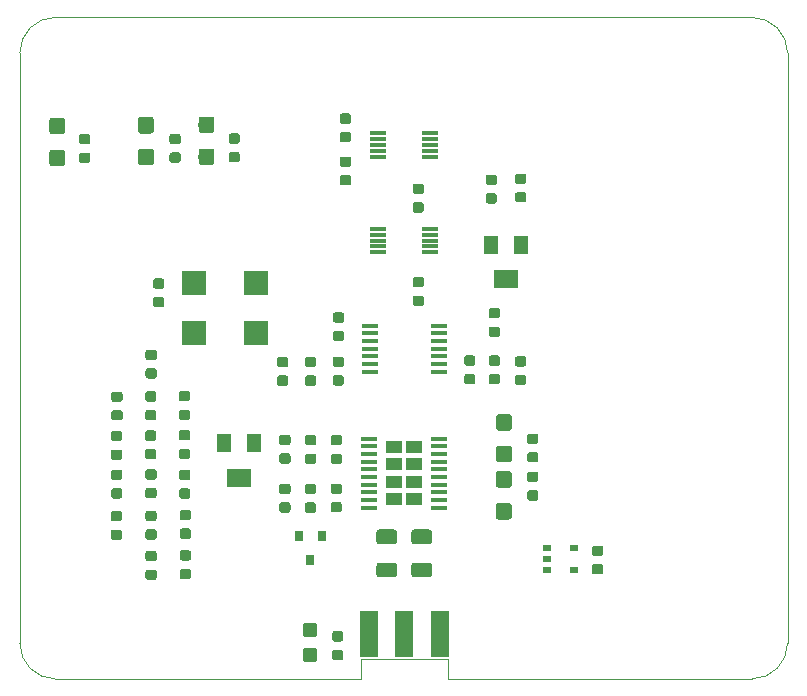
<source format=gbr>
G04 #@! TF.GenerationSoftware,KiCad,Pcbnew,5.0.0-fee4fd1~66~ubuntu18.04.1*
G04 #@! TF.CreationDate,2018-10-18T09:36:57+01:00*
G04 #@! TF.ProjectId,DDS-hat,4444532D6861742E6B696361645F7063,rev?*
G04 #@! TF.SameCoordinates,Original*
G04 #@! TF.FileFunction,Paste,Top*
G04 #@! TF.FilePolarity,Positive*
%FSLAX46Y46*%
G04 Gerber Fmt 4.6, Leading zero omitted, Abs format (unit mm)*
G04 Created by KiCad (PCBNEW 5.0.0-fee4fd1~66~ubuntu18.04.1) date Thu Oct 18 09:36:57 2018*
%MOMM*%
%LPD*%
G01*
G04 APERTURE LIST*
%ADD10C,0.100000*%
%ADD11C,0.875000*%
%ADD12R,0.700000X0.510000*%
%ADD13C,1.200000*%
%ADD14R,0.800000X0.900000*%
%ADD15C,1.350000*%
%ADD16R,1.300000X1.600000*%
%ADD17R,2.000000X1.600000*%
%ADD18R,1.450000X0.440000*%
%ADD19R,1.400000X1.075000*%
%ADD20R,2.000000X2.000000*%
%ADD21R,1.500000X4.000000*%
%ADD22R,1.400000X0.300000*%
%ADD23R,1.450000X0.450000*%
%ADD24C,1.250000*%
G04 APERTURE END LIST*
D10*
X114830000Y-116820000D02*
X140546356Y-116817611D01*
X107400000Y-115110000D02*
X107400000Y-116817611D01*
X114830000Y-115110000D02*
X114830000Y-116817611D01*
X107400000Y-115110000D02*
X114830000Y-115110000D01*
X78546356Y-63817611D02*
X78546356Y-113817611D01*
X78546356Y-63817611D02*
G75*
G02X81546356Y-60817611I3000000J0D01*
G01*
X140546356Y-60817611D02*
X81546356Y-60817611D01*
X140546356Y-60817611D02*
G75*
G02X143546356Y-63817611I0J-3000000D01*
G01*
X143546356Y-113817611D02*
X143546356Y-63817611D01*
X81546356Y-116817611D02*
G75*
G02X78546356Y-113817611I0J3000000D01*
G01*
X81546356Y-116817611D02*
X107400000Y-116820000D01*
X143546351Y-113822847D02*
G75*
G02X140546356Y-116817611I-2999995J5236D01*
G01*
G04 #@! TO.C,C30*
G36*
X112557691Y-74896053D02*
X112578926Y-74899203D01*
X112599750Y-74904419D01*
X112619962Y-74911651D01*
X112639368Y-74920830D01*
X112657781Y-74931866D01*
X112675024Y-74944654D01*
X112690930Y-74959070D01*
X112705346Y-74974976D01*
X112718134Y-74992219D01*
X112729170Y-75010632D01*
X112738349Y-75030038D01*
X112745581Y-75050250D01*
X112750797Y-75071074D01*
X112753947Y-75092309D01*
X112755000Y-75113750D01*
X112755000Y-75551250D01*
X112753947Y-75572691D01*
X112750797Y-75593926D01*
X112745581Y-75614750D01*
X112738349Y-75634962D01*
X112729170Y-75654368D01*
X112718134Y-75672781D01*
X112705346Y-75690024D01*
X112690930Y-75705930D01*
X112675024Y-75720346D01*
X112657781Y-75733134D01*
X112639368Y-75744170D01*
X112619962Y-75753349D01*
X112599750Y-75760581D01*
X112578926Y-75765797D01*
X112557691Y-75768947D01*
X112536250Y-75770000D01*
X112023750Y-75770000D01*
X112002309Y-75768947D01*
X111981074Y-75765797D01*
X111960250Y-75760581D01*
X111940038Y-75753349D01*
X111920632Y-75744170D01*
X111902219Y-75733134D01*
X111884976Y-75720346D01*
X111869070Y-75705930D01*
X111854654Y-75690024D01*
X111841866Y-75672781D01*
X111830830Y-75654368D01*
X111821651Y-75634962D01*
X111814419Y-75614750D01*
X111809203Y-75593926D01*
X111806053Y-75572691D01*
X111805000Y-75551250D01*
X111805000Y-75113750D01*
X111806053Y-75092309D01*
X111809203Y-75071074D01*
X111814419Y-75050250D01*
X111821651Y-75030038D01*
X111830830Y-75010632D01*
X111841866Y-74992219D01*
X111854654Y-74974976D01*
X111869070Y-74959070D01*
X111884976Y-74944654D01*
X111902219Y-74931866D01*
X111920632Y-74920830D01*
X111940038Y-74911651D01*
X111960250Y-74904419D01*
X111981074Y-74899203D01*
X112002309Y-74896053D01*
X112023750Y-74895000D01*
X112536250Y-74895000D01*
X112557691Y-74896053D01*
X112557691Y-74896053D01*
G37*
D11*
X112280000Y-75332500D03*
D10*
G36*
X112557691Y-76471053D02*
X112578926Y-76474203D01*
X112599750Y-76479419D01*
X112619962Y-76486651D01*
X112639368Y-76495830D01*
X112657781Y-76506866D01*
X112675024Y-76519654D01*
X112690930Y-76534070D01*
X112705346Y-76549976D01*
X112718134Y-76567219D01*
X112729170Y-76585632D01*
X112738349Y-76605038D01*
X112745581Y-76625250D01*
X112750797Y-76646074D01*
X112753947Y-76667309D01*
X112755000Y-76688750D01*
X112755000Y-77126250D01*
X112753947Y-77147691D01*
X112750797Y-77168926D01*
X112745581Y-77189750D01*
X112738349Y-77209962D01*
X112729170Y-77229368D01*
X112718134Y-77247781D01*
X112705346Y-77265024D01*
X112690930Y-77280930D01*
X112675024Y-77295346D01*
X112657781Y-77308134D01*
X112639368Y-77319170D01*
X112619962Y-77328349D01*
X112599750Y-77335581D01*
X112578926Y-77340797D01*
X112557691Y-77343947D01*
X112536250Y-77345000D01*
X112023750Y-77345000D01*
X112002309Y-77343947D01*
X111981074Y-77340797D01*
X111960250Y-77335581D01*
X111940038Y-77328349D01*
X111920632Y-77319170D01*
X111902219Y-77308134D01*
X111884976Y-77295346D01*
X111869070Y-77280930D01*
X111854654Y-77265024D01*
X111841866Y-77247781D01*
X111830830Y-77229368D01*
X111821651Y-77209962D01*
X111814419Y-77189750D01*
X111809203Y-77168926D01*
X111806053Y-77147691D01*
X111805000Y-77126250D01*
X111805000Y-76688750D01*
X111806053Y-76667309D01*
X111809203Y-76646074D01*
X111814419Y-76625250D01*
X111821651Y-76605038D01*
X111830830Y-76585632D01*
X111841866Y-76567219D01*
X111854654Y-76549976D01*
X111869070Y-76534070D01*
X111884976Y-76519654D01*
X111902219Y-76506866D01*
X111920632Y-76495830D01*
X111940038Y-76486651D01*
X111960250Y-76479419D01*
X111981074Y-76474203D01*
X112002309Y-76471053D01*
X112023750Y-76470000D01*
X112536250Y-76470000D01*
X112557691Y-76471053D01*
X112557691Y-76471053D01*
G37*
D11*
X112280000Y-76907500D03*
G04 #@! TD*
D10*
G04 #@! TO.C,R16*
G36*
X121217691Y-91081053D02*
X121238926Y-91084203D01*
X121259750Y-91089419D01*
X121279962Y-91096651D01*
X121299368Y-91105830D01*
X121317781Y-91116866D01*
X121335024Y-91129654D01*
X121350930Y-91144070D01*
X121365346Y-91159976D01*
X121378134Y-91177219D01*
X121389170Y-91195632D01*
X121398349Y-91215038D01*
X121405581Y-91235250D01*
X121410797Y-91256074D01*
X121413947Y-91277309D01*
X121415000Y-91298750D01*
X121415000Y-91736250D01*
X121413947Y-91757691D01*
X121410797Y-91778926D01*
X121405581Y-91799750D01*
X121398349Y-91819962D01*
X121389170Y-91839368D01*
X121378134Y-91857781D01*
X121365346Y-91875024D01*
X121350930Y-91890930D01*
X121335024Y-91905346D01*
X121317781Y-91918134D01*
X121299368Y-91929170D01*
X121279962Y-91938349D01*
X121259750Y-91945581D01*
X121238926Y-91950797D01*
X121217691Y-91953947D01*
X121196250Y-91955000D01*
X120683750Y-91955000D01*
X120662309Y-91953947D01*
X120641074Y-91950797D01*
X120620250Y-91945581D01*
X120600038Y-91938349D01*
X120580632Y-91929170D01*
X120562219Y-91918134D01*
X120544976Y-91905346D01*
X120529070Y-91890930D01*
X120514654Y-91875024D01*
X120501866Y-91857781D01*
X120490830Y-91839368D01*
X120481651Y-91819962D01*
X120474419Y-91799750D01*
X120469203Y-91778926D01*
X120466053Y-91757691D01*
X120465000Y-91736250D01*
X120465000Y-91298750D01*
X120466053Y-91277309D01*
X120469203Y-91256074D01*
X120474419Y-91235250D01*
X120481651Y-91215038D01*
X120490830Y-91195632D01*
X120501866Y-91177219D01*
X120514654Y-91159976D01*
X120529070Y-91144070D01*
X120544976Y-91129654D01*
X120562219Y-91116866D01*
X120580632Y-91105830D01*
X120600038Y-91096651D01*
X120620250Y-91089419D01*
X120641074Y-91084203D01*
X120662309Y-91081053D01*
X120683750Y-91080000D01*
X121196250Y-91080000D01*
X121217691Y-91081053D01*
X121217691Y-91081053D01*
G37*
D11*
X120940000Y-91517500D03*
D10*
G36*
X121217691Y-89506053D02*
X121238926Y-89509203D01*
X121259750Y-89514419D01*
X121279962Y-89521651D01*
X121299368Y-89530830D01*
X121317781Y-89541866D01*
X121335024Y-89554654D01*
X121350930Y-89569070D01*
X121365346Y-89584976D01*
X121378134Y-89602219D01*
X121389170Y-89620632D01*
X121398349Y-89640038D01*
X121405581Y-89660250D01*
X121410797Y-89681074D01*
X121413947Y-89702309D01*
X121415000Y-89723750D01*
X121415000Y-90161250D01*
X121413947Y-90182691D01*
X121410797Y-90203926D01*
X121405581Y-90224750D01*
X121398349Y-90244962D01*
X121389170Y-90264368D01*
X121378134Y-90282781D01*
X121365346Y-90300024D01*
X121350930Y-90315930D01*
X121335024Y-90330346D01*
X121317781Y-90343134D01*
X121299368Y-90354170D01*
X121279962Y-90363349D01*
X121259750Y-90370581D01*
X121238926Y-90375797D01*
X121217691Y-90378947D01*
X121196250Y-90380000D01*
X120683750Y-90380000D01*
X120662309Y-90378947D01*
X120641074Y-90375797D01*
X120620250Y-90370581D01*
X120600038Y-90363349D01*
X120580632Y-90354170D01*
X120562219Y-90343134D01*
X120544976Y-90330346D01*
X120529070Y-90315930D01*
X120514654Y-90300024D01*
X120501866Y-90282781D01*
X120490830Y-90264368D01*
X120481651Y-90244962D01*
X120474419Y-90224750D01*
X120469203Y-90203926D01*
X120466053Y-90182691D01*
X120465000Y-90161250D01*
X120465000Y-89723750D01*
X120466053Y-89702309D01*
X120469203Y-89681074D01*
X120474419Y-89660250D01*
X120481651Y-89640038D01*
X120490830Y-89620632D01*
X120501866Y-89602219D01*
X120514654Y-89584976D01*
X120529070Y-89569070D01*
X120544976Y-89554654D01*
X120562219Y-89541866D01*
X120580632Y-89530830D01*
X120600038Y-89521651D01*
X120620250Y-89514419D01*
X120641074Y-89509203D01*
X120662309Y-89506053D01*
X120683750Y-89505000D01*
X121196250Y-89505000D01*
X121217691Y-89506053D01*
X121217691Y-89506053D01*
G37*
D11*
X120940000Y-89942500D03*
G04 #@! TD*
D12*
G04 #@! TO.C,U6*
X123170000Y-105710000D03*
X123170000Y-106660000D03*
X123170000Y-107610000D03*
X125490000Y-107610000D03*
X125490000Y-105710000D03*
G04 #@! TD*
D10*
G04 #@! TO.C,C29*
G36*
X127737691Y-105536053D02*
X127758926Y-105539203D01*
X127779750Y-105544419D01*
X127799962Y-105551651D01*
X127819368Y-105560830D01*
X127837781Y-105571866D01*
X127855024Y-105584654D01*
X127870930Y-105599070D01*
X127885346Y-105614976D01*
X127898134Y-105632219D01*
X127909170Y-105650632D01*
X127918349Y-105670038D01*
X127925581Y-105690250D01*
X127930797Y-105711074D01*
X127933947Y-105732309D01*
X127935000Y-105753750D01*
X127935000Y-106191250D01*
X127933947Y-106212691D01*
X127930797Y-106233926D01*
X127925581Y-106254750D01*
X127918349Y-106274962D01*
X127909170Y-106294368D01*
X127898134Y-106312781D01*
X127885346Y-106330024D01*
X127870930Y-106345930D01*
X127855024Y-106360346D01*
X127837781Y-106373134D01*
X127819368Y-106384170D01*
X127799962Y-106393349D01*
X127779750Y-106400581D01*
X127758926Y-106405797D01*
X127737691Y-106408947D01*
X127716250Y-106410000D01*
X127203750Y-106410000D01*
X127182309Y-106408947D01*
X127161074Y-106405797D01*
X127140250Y-106400581D01*
X127120038Y-106393349D01*
X127100632Y-106384170D01*
X127082219Y-106373134D01*
X127064976Y-106360346D01*
X127049070Y-106345930D01*
X127034654Y-106330024D01*
X127021866Y-106312781D01*
X127010830Y-106294368D01*
X127001651Y-106274962D01*
X126994419Y-106254750D01*
X126989203Y-106233926D01*
X126986053Y-106212691D01*
X126985000Y-106191250D01*
X126985000Y-105753750D01*
X126986053Y-105732309D01*
X126989203Y-105711074D01*
X126994419Y-105690250D01*
X127001651Y-105670038D01*
X127010830Y-105650632D01*
X127021866Y-105632219D01*
X127034654Y-105614976D01*
X127049070Y-105599070D01*
X127064976Y-105584654D01*
X127082219Y-105571866D01*
X127100632Y-105560830D01*
X127120038Y-105551651D01*
X127140250Y-105544419D01*
X127161074Y-105539203D01*
X127182309Y-105536053D01*
X127203750Y-105535000D01*
X127716250Y-105535000D01*
X127737691Y-105536053D01*
X127737691Y-105536053D01*
G37*
D11*
X127460000Y-105972500D03*
D10*
G36*
X127737691Y-107111053D02*
X127758926Y-107114203D01*
X127779750Y-107119419D01*
X127799962Y-107126651D01*
X127819368Y-107135830D01*
X127837781Y-107146866D01*
X127855024Y-107159654D01*
X127870930Y-107174070D01*
X127885346Y-107189976D01*
X127898134Y-107207219D01*
X127909170Y-107225632D01*
X127918349Y-107245038D01*
X127925581Y-107265250D01*
X127930797Y-107286074D01*
X127933947Y-107307309D01*
X127935000Y-107328750D01*
X127935000Y-107766250D01*
X127933947Y-107787691D01*
X127930797Y-107808926D01*
X127925581Y-107829750D01*
X127918349Y-107849962D01*
X127909170Y-107869368D01*
X127898134Y-107887781D01*
X127885346Y-107905024D01*
X127870930Y-107920930D01*
X127855024Y-107935346D01*
X127837781Y-107948134D01*
X127819368Y-107959170D01*
X127799962Y-107968349D01*
X127779750Y-107975581D01*
X127758926Y-107980797D01*
X127737691Y-107983947D01*
X127716250Y-107985000D01*
X127203750Y-107985000D01*
X127182309Y-107983947D01*
X127161074Y-107980797D01*
X127140250Y-107975581D01*
X127120038Y-107968349D01*
X127100632Y-107959170D01*
X127082219Y-107948134D01*
X127064976Y-107935346D01*
X127049070Y-107920930D01*
X127034654Y-107905024D01*
X127021866Y-107887781D01*
X127010830Y-107869368D01*
X127001651Y-107849962D01*
X126994419Y-107829750D01*
X126989203Y-107808926D01*
X126986053Y-107787691D01*
X126985000Y-107766250D01*
X126985000Y-107328750D01*
X126986053Y-107307309D01*
X126989203Y-107286074D01*
X126994419Y-107265250D01*
X127001651Y-107245038D01*
X127010830Y-107225632D01*
X127021866Y-107207219D01*
X127034654Y-107189976D01*
X127049070Y-107174070D01*
X127064976Y-107159654D01*
X127082219Y-107146866D01*
X127100632Y-107135830D01*
X127120038Y-107126651D01*
X127140250Y-107119419D01*
X127161074Y-107114203D01*
X127182309Y-107111053D01*
X127203750Y-107110000D01*
X127716250Y-107110000D01*
X127737691Y-107111053D01*
X127737691Y-107111053D01*
G37*
D11*
X127460000Y-107547500D03*
G04 #@! TD*
D10*
G04 #@! TO.C,D1*
G36*
X103512183Y-114183609D02*
X103534549Y-114186927D01*
X103556482Y-114192421D01*
X103577770Y-114200038D01*
X103598210Y-114209705D01*
X103617603Y-114221329D01*
X103635764Y-114234798D01*
X103652517Y-114249983D01*
X103667702Y-114266736D01*
X103681171Y-114284897D01*
X103692795Y-114304290D01*
X103702462Y-114324730D01*
X103710079Y-114346018D01*
X103715573Y-114367951D01*
X103718891Y-114390317D01*
X103720000Y-114412900D01*
X103720000Y-115152100D01*
X103718891Y-115174683D01*
X103715573Y-115197049D01*
X103710079Y-115218982D01*
X103702462Y-115240270D01*
X103692795Y-115260710D01*
X103681171Y-115280103D01*
X103667702Y-115298264D01*
X103652517Y-115315017D01*
X103635764Y-115330202D01*
X103617603Y-115343671D01*
X103598210Y-115355295D01*
X103577770Y-115364962D01*
X103556482Y-115372579D01*
X103534549Y-115378073D01*
X103512183Y-115381391D01*
X103489600Y-115382500D01*
X102750400Y-115382500D01*
X102727817Y-115381391D01*
X102705451Y-115378073D01*
X102683518Y-115372579D01*
X102662230Y-115364962D01*
X102641790Y-115355295D01*
X102622397Y-115343671D01*
X102604236Y-115330202D01*
X102587483Y-115315017D01*
X102572298Y-115298264D01*
X102558829Y-115280103D01*
X102547205Y-115260710D01*
X102537538Y-115240270D01*
X102529921Y-115218982D01*
X102524427Y-115197049D01*
X102521109Y-115174683D01*
X102520000Y-115152100D01*
X102520000Y-114412900D01*
X102521109Y-114390317D01*
X102524427Y-114367951D01*
X102529921Y-114346018D01*
X102537538Y-114324730D01*
X102547205Y-114304290D01*
X102558829Y-114284897D01*
X102572298Y-114266736D01*
X102587483Y-114249983D01*
X102604236Y-114234798D01*
X102622397Y-114221329D01*
X102641790Y-114209705D01*
X102662230Y-114200038D01*
X102683518Y-114192421D01*
X102705451Y-114186927D01*
X102727817Y-114183609D01*
X102750400Y-114182500D01*
X103489600Y-114182500D01*
X103512183Y-114183609D01*
X103512183Y-114183609D01*
G37*
D13*
X103120000Y-114782500D03*
D10*
G36*
X103512183Y-112058609D02*
X103534549Y-112061927D01*
X103556482Y-112067421D01*
X103577770Y-112075038D01*
X103598210Y-112084705D01*
X103617603Y-112096329D01*
X103635764Y-112109798D01*
X103652517Y-112124983D01*
X103667702Y-112141736D01*
X103681171Y-112159897D01*
X103692795Y-112179290D01*
X103702462Y-112199730D01*
X103710079Y-112221018D01*
X103715573Y-112242951D01*
X103718891Y-112265317D01*
X103720000Y-112287900D01*
X103720000Y-113027100D01*
X103718891Y-113049683D01*
X103715573Y-113072049D01*
X103710079Y-113093982D01*
X103702462Y-113115270D01*
X103692795Y-113135710D01*
X103681171Y-113155103D01*
X103667702Y-113173264D01*
X103652517Y-113190017D01*
X103635764Y-113205202D01*
X103617603Y-113218671D01*
X103598210Y-113230295D01*
X103577770Y-113239962D01*
X103556482Y-113247579D01*
X103534549Y-113253073D01*
X103512183Y-113256391D01*
X103489600Y-113257500D01*
X102750400Y-113257500D01*
X102727817Y-113256391D01*
X102705451Y-113253073D01*
X102683518Y-113247579D01*
X102662230Y-113239962D01*
X102641790Y-113230295D01*
X102622397Y-113218671D01*
X102604236Y-113205202D01*
X102587483Y-113190017D01*
X102572298Y-113173264D01*
X102558829Y-113155103D01*
X102547205Y-113135710D01*
X102537538Y-113115270D01*
X102529921Y-113093982D01*
X102524427Y-113072049D01*
X102521109Y-113049683D01*
X102520000Y-113027100D01*
X102520000Y-112287900D01*
X102521109Y-112265317D01*
X102524427Y-112242951D01*
X102529921Y-112221018D01*
X102537538Y-112199730D01*
X102547205Y-112179290D01*
X102558829Y-112159897D01*
X102572298Y-112141736D01*
X102587483Y-112124983D01*
X102604236Y-112109798D01*
X102622397Y-112096329D01*
X102641790Y-112084705D01*
X102662230Y-112075038D01*
X102683518Y-112067421D01*
X102705451Y-112061927D01*
X102727817Y-112058609D01*
X102750400Y-112057500D01*
X103489600Y-112057500D01*
X103512183Y-112058609D01*
X103512183Y-112058609D01*
G37*
D13*
X103120000Y-112657500D03*
G04 #@! TD*
D14*
G04 #@! TO.C,Q1*
X104090000Y-104720000D03*
X102190000Y-104720000D03*
X103140000Y-106720000D03*
G04 #@! TD*
D10*
G04 #@! TO.C,R15*
G36*
X105737691Y-114361053D02*
X105758926Y-114364203D01*
X105779750Y-114369419D01*
X105799962Y-114376651D01*
X105819368Y-114385830D01*
X105837781Y-114396866D01*
X105855024Y-114409654D01*
X105870930Y-114424070D01*
X105885346Y-114439976D01*
X105898134Y-114457219D01*
X105909170Y-114475632D01*
X105918349Y-114495038D01*
X105925581Y-114515250D01*
X105930797Y-114536074D01*
X105933947Y-114557309D01*
X105935000Y-114578750D01*
X105935000Y-115016250D01*
X105933947Y-115037691D01*
X105930797Y-115058926D01*
X105925581Y-115079750D01*
X105918349Y-115099962D01*
X105909170Y-115119368D01*
X105898134Y-115137781D01*
X105885346Y-115155024D01*
X105870930Y-115170930D01*
X105855024Y-115185346D01*
X105837781Y-115198134D01*
X105819368Y-115209170D01*
X105799962Y-115218349D01*
X105779750Y-115225581D01*
X105758926Y-115230797D01*
X105737691Y-115233947D01*
X105716250Y-115235000D01*
X105203750Y-115235000D01*
X105182309Y-115233947D01*
X105161074Y-115230797D01*
X105140250Y-115225581D01*
X105120038Y-115218349D01*
X105100632Y-115209170D01*
X105082219Y-115198134D01*
X105064976Y-115185346D01*
X105049070Y-115170930D01*
X105034654Y-115155024D01*
X105021866Y-115137781D01*
X105010830Y-115119368D01*
X105001651Y-115099962D01*
X104994419Y-115079750D01*
X104989203Y-115058926D01*
X104986053Y-115037691D01*
X104985000Y-115016250D01*
X104985000Y-114578750D01*
X104986053Y-114557309D01*
X104989203Y-114536074D01*
X104994419Y-114515250D01*
X105001651Y-114495038D01*
X105010830Y-114475632D01*
X105021866Y-114457219D01*
X105034654Y-114439976D01*
X105049070Y-114424070D01*
X105064976Y-114409654D01*
X105082219Y-114396866D01*
X105100632Y-114385830D01*
X105120038Y-114376651D01*
X105140250Y-114369419D01*
X105161074Y-114364203D01*
X105182309Y-114361053D01*
X105203750Y-114360000D01*
X105716250Y-114360000D01*
X105737691Y-114361053D01*
X105737691Y-114361053D01*
G37*
D11*
X105460000Y-114797500D03*
D10*
G36*
X105737691Y-112786053D02*
X105758926Y-112789203D01*
X105779750Y-112794419D01*
X105799962Y-112801651D01*
X105819368Y-112810830D01*
X105837781Y-112821866D01*
X105855024Y-112834654D01*
X105870930Y-112849070D01*
X105885346Y-112864976D01*
X105898134Y-112882219D01*
X105909170Y-112900632D01*
X105918349Y-112920038D01*
X105925581Y-112940250D01*
X105930797Y-112961074D01*
X105933947Y-112982309D01*
X105935000Y-113003750D01*
X105935000Y-113441250D01*
X105933947Y-113462691D01*
X105930797Y-113483926D01*
X105925581Y-113504750D01*
X105918349Y-113524962D01*
X105909170Y-113544368D01*
X105898134Y-113562781D01*
X105885346Y-113580024D01*
X105870930Y-113595930D01*
X105855024Y-113610346D01*
X105837781Y-113623134D01*
X105819368Y-113634170D01*
X105799962Y-113643349D01*
X105779750Y-113650581D01*
X105758926Y-113655797D01*
X105737691Y-113658947D01*
X105716250Y-113660000D01*
X105203750Y-113660000D01*
X105182309Y-113658947D01*
X105161074Y-113655797D01*
X105140250Y-113650581D01*
X105120038Y-113643349D01*
X105100632Y-113634170D01*
X105082219Y-113623134D01*
X105064976Y-113610346D01*
X105049070Y-113595930D01*
X105034654Y-113580024D01*
X105021866Y-113562781D01*
X105010830Y-113544368D01*
X105001651Y-113524962D01*
X104994419Y-113504750D01*
X104989203Y-113483926D01*
X104986053Y-113462691D01*
X104985000Y-113441250D01*
X104985000Y-113003750D01*
X104986053Y-112982309D01*
X104989203Y-112961074D01*
X104994419Y-112940250D01*
X105001651Y-112920038D01*
X105010830Y-112900632D01*
X105021866Y-112882219D01*
X105034654Y-112864976D01*
X105049070Y-112849070D01*
X105064976Y-112834654D01*
X105082219Y-112821866D01*
X105100632Y-112810830D01*
X105120038Y-112801651D01*
X105140250Y-112794419D01*
X105161074Y-112789203D01*
X105182309Y-112786053D01*
X105203750Y-112785000D01*
X105716250Y-112785000D01*
X105737691Y-112786053D01*
X105737691Y-112786053D01*
G37*
D11*
X105460000Y-113222500D03*
G04 #@! TD*
D10*
G04 #@! TO.C,C28*
G36*
X89939691Y-105989553D02*
X89960926Y-105992703D01*
X89981750Y-105997919D01*
X90001962Y-106005151D01*
X90021368Y-106014330D01*
X90039781Y-106025366D01*
X90057024Y-106038154D01*
X90072930Y-106052570D01*
X90087346Y-106068476D01*
X90100134Y-106085719D01*
X90111170Y-106104132D01*
X90120349Y-106123538D01*
X90127581Y-106143750D01*
X90132797Y-106164574D01*
X90135947Y-106185809D01*
X90137000Y-106207250D01*
X90137000Y-106644750D01*
X90135947Y-106666191D01*
X90132797Y-106687426D01*
X90127581Y-106708250D01*
X90120349Y-106728462D01*
X90111170Y-106747868D01*
X90100134Y-106766281D01*
X90087346Y-106783524D01*
X90072930Y-106799430D01*
X90057024Y-106813846D01*
X90039781Y-106826634D01*
X90021368Y-106837670D01*
X90001962Y-106846849D01*
X89981750Y-106854081D01*
X89960926Y-106859297D01*
X89939691Y-106862447D01*
X89918250Y-106863500D01*
X89405750Y-106863500D01*
X89384309Y-106862447D01*
X89363074Y-106859297D01*
X89342250Y-106854081D01*
X89322038Y-106846849D01*
X89302632Y-106837670D01*
X89284219Y-106826634D01*
X89266976Y-106813846D01*
X89251070Y-106799430D01*
X89236654Y-106783524D01*
X89223866Y-106766281D01*
X89212830Y-106747868D01*
X89203651Y-106728462D01*
X89196419Y-106708250D01*
X89191203Y-106687426D01*
X89188053Y-106666191D01*
X89187000Y-106644750D01*
X89187000Y-106207250D01*
X89188053Y-106185809D01*
X89191203Y-106164574D01*
X89196419Y-106143750D01*
X89203651Y-106123538D01*
X89212830Y-106104132D01*
X89223866Y-106085719D01*
X89236654Y-106068476D01*
X89251070Y-106052570D01*
X89266976Y-106038154D01*
X89284219Y-106025366D01*
X89302632Y-106014330D01*
X89322038Y-106005151D01*
X89342250Y-105997919D01*
X89363074Y-105992703D01*
X89384309Y-105989553D01*
X89405750Y-105988500D01*
X89918250Y-105988500D01*
X89939691Y-105989553D01*
X89939691Y-105989553D01*
G37*
D11*
X89662000Y-106426000D03*
D10*
G36*
X89939691Y-107564553D02*
X89960926Y-107567703D01*
X89981750Y-107572919D01*
X90001962Y-107580151D01*
X90021368Y-107589330D01*
X90039781Y-107600366D01*
X90057024Y-107613154D01*
X90072930Y-107627570D01*
X90087346Y-107643476D01*
X90100134Y-107660719D01*
X90111170Y-107679132D01*
X90120349Y-107698538D01*
X90127581Y-107718750D01*
X90132797Y-107739574D01*
X90135947Y-107760809D01*
X90137000Y-107782250D01*
X90137000Y-108219750D01*
X90135947Y-108241191D01*
X90132797Y-108262426D01*
X90127581Y-108283250D01*
X90120349Y-108303462D01*
X90111170Y-108322868D01*
X90100134Y-108341281D01*
X90087346Y-108358524D01*
X90072930Y-108374430D01*
X90057024Y-108388846D01*
X90039781Y-108401634D01*
X90021368Y-108412670D01*
X90001962Y-108421849D01*
X89981750Y-108429081D01*
X89960926Y-108434297D01*
X89939691Y-108437447D01*
X89918250Y-108438500D01*
X89405750Y-108438500D01*
X89384309Y-108437447D01*
X89363074Y-108434297D01*
X89342250Y-108429081D01*
X89322038Y-108421849D01*
X89302632Y-108412670D01*
X89284219Y-108401634D01*
X89266976Y-108388846D01*
X89251070Y-108374430D01*
X89236654Y-108358524D01*
X89223866Y-108341281D01*
X89212830Y-108322868D01*
X89203651Y-108303462D01*
X89196419Y-108283250D01*
X89191203Y-108262426D01*
X89188053Y-108241191D01*
X89187000Y-108219750D01*
X89187000Y-107782250D01*
X89188053Y-107760809D01*
X89191203Y-107739574D01*
X89196419Y-107718750D01*
X89203651Y-107698538D01*
X89212830Y-107679132D01*
X89223866Y-107660719D01*
X89236654Y-107643476D01*
X89251070Y-107627570D01*
X89266976Y-107613154D01*
X89284219Y-107600366D01*
X89302632Y-107589330D01*
X89322038Y-107580151D01*
X89342250Y-107572919D01*
X89363074Y-107567703D01*
X89384309Y-107564553D01*
X89405750Y-107563500D01*
X89918250Y-107563500D01*
X89939691Y-107564553D01*
X89939691Y-107564553D01*
G37*
D11*
X89662000Y-108001000D03*
G04 #@! TD*
D10*
G04 #@! TO.C,C27*
G36*
X92837691Y-102516053D02*
X92858926Y-102519203D01*
X92879750Y-102524419D01*
X92899962Y-102531651D01*
X92919368Y-102540830D01*
X92937781Y-102551866D01*
X92955024Y-102564654D01*
X92970930Y-102579070D01*
X92985346Y-102594976D01*
X92998134Y-102612219D01*
X93009170Y-102630632D01*
X93018349Y-102650038D01*
X93025581Y-102670250D01*
X93030797Y-102691074D01*
X93033947Y-102712309D01*
X93035000Y-102733750D01*
X93035000Y-103171250D01*
X93033947Y-103192691D01*
X93030797Y-103213926D01*
X93025581Y-103234750D01*
X93018349Y-103254962D01*
X93009170Y-103274368D01*
X92998134Y-103292781D01*
X92985346Y-103310024D01*
X92970930Y-103325930D01*
X92955024Y-103340346D01*
X92937781Y-103353134D01*
X92919368Y-103364170D01*
X92899962Y-103373349D01*
X92879750Y-103380581D01*
X92858926Y-103385797D01*
X92837691Y-103388947D01*
X92816250Y-103390000D01*
X92303750Y-103390000D01*
X92282309Y-103388947D01*
X92261074Y-103385797D01*
X92240250Y-103380581D01*
X92220038Y-103373349D01*
X92200632Y-103364170D01*
X92182219Y-103353134D01*
X92164976Y-103340346D01*
X92149070Y-103325930D01*
X92134654Y-103310024D01*
X92121866Y-103292781D01*
X92110830Y-103274368D01*
X92101651Y-103254962D01*
X92094419Y-103234750D01*
X92089203Y-103213926D01*
X92086053Y-103192691D01*
X92085000Y-103171250D01*
X92085000Y-102733750D01*
X92086053Y-102712309D01*
X92089203Y-102691074D01*
X92094419Y-102670250D01*
X92101651Y-102650038D01*
X92110830Y-102630632D01*
X92121866Y-102612219D01*
X92134654Y-102594976D01*
X92149070Y-102579070D01*
X92164976Y-102564654D01*
X92182219Y-102551866D01*
X92200632Y-102540830D01*
X92220038Y-102531651D01*
X92240250Y-102524419D01*
X92261074Y-102519203D01*
X92282309Y-102516053D01*
X92303750Y-102515000D01*
X92816250Y-102515000D01*
X92837691Y-102516053D01*
X92837691Y-102516053D01*
G37*
D11*
X92560000Y-102952500D03*
D10*
G36*
X92837691Y-104091053D02*
X92858926Y-104094203D01*
X92879750Y-104099419D01*
X92899962Y-104106651D01*
X92919368Y-104115830D01*
X92937781Y-104126866D01*
X92955024Y-104139654D01*
X92970930Y-104154070D01*
X92985346Y-104169976D01*
X92998134Y-104187219D01*
X93009170Y-104205632D01*
X93018349Y-104225038D01*
X93025581Y-104245250D01*
X93030797Y-104266074D01*
X93033947Y-104287309D01*
X93035000Y-104308750D01*
X93035000Y-104746250D01*
X93033947Y-104767691D01*
X93030797Y-104788926D01*
X93025581Y-104809750D01*
X93018349Y-104829962D01*
X93009170Y-104849368D01*
X92998134Y-104867781D01*
X92985346Y-104885024D01*
X92970930Y-104900930D01*
X92955024Y-104915346D01*
X92937781Y-104928134D01*
X92919368Y-104939170D01*
X92899962Y-104948349D01*
X92879750Y-104955581D01*
X92858926Y-104960797D01*
X92837691Y-104963947D01*
X92816250Y-104965000D01*
X92303750Y-104965000D01*
X92282309Y-104963947D01*
X92261074Y-104960797D01*
X92240250Y-104955581D01*
X92220038Y-104948349D01*
X92200632Y-104939170D01*
X92182219Y-104928134D01*
X92164976Y-104915346D01*
X92149070Y-104900930D01*
X92134654Y-104885024D01*
X92121866Y-104867781D01*
X92110830Y-104849368D01*
X92101651Y-104829962D01*
X92094419Y-104809750D01*
X92089203Y-104788926D01*
X92086053Y-104767691D01*
X92085000Y-104746250D01*
X92085000Y-104308750D01*
X92086053Y-104287309D01*
X92089203Y-104266074D01*
X92094419Y-104245250D01*
X92101651Y-104225038D01*
X92110830Y-104205632D01*
X92121866Y-104187219D01*
X92134654Y-104169976D01*
X92149070Y-104154070D01*
X92164976Y-104139654D01*
X92182219Y-104126866D01*
X92200632Y-104115830D01*
X92220038Y-104106651D01*
X92240250Y-104099419D01*
X92261074Y-104094203D01*
X92282309Y-104091053D01*
X92303750Y-104090000D01*
X92816250Y-104090000D01*
X92837691Y-104091053D01*
X92837691Y-104091053D01*
G37*
D11*
X92560000Y-104527500D03*
G04 #@! TD*
D10*
G04 #@! TO.C,C26*
G36*
X86997691Y-102606053D02*
X87018926Y-102609203D01*
X87039750Y-102614419D01*
X87059962Y-102621651D01*
X87079368Y-102630830D01*
X87097781Y-102641866D01*
X87115024Y-102654654D01*
X87130930Y-102669070D01*
X87145346Y-102684976D01*
X87158134Y-102702219D01*
X87169170Y-102720632D01*
X87178349Y-102740038D01*
X87185581Y-102760250D01*
X87190797Y-102781074D01*
X87193947Y-102802309D01*
X87195000Y-102823750D01*
X87195000Y-103261250D01*
X87193947Y-103282691D01*
X87190797Y-103303926D01*
X87185581Y-103324750D01*
X87178349Y-103344962D01*
X87169170Y-103364368D01*
X87158134Y-103382781D01*
X87145346Y-103400024D01*
X87130930Y-103415930D01*
X87115024Y-103430346D01*
X87097781Y-103443134D01*
X87079368Y-103454170D01*
X87059962Y-103463349D01*
X87039750Y-103470581D01*
X87018926Y-103475797D01*
X86997691Y-103478947D01*
X86976250Y-103480000D01*
X86463750Y-103480000D01*
X86442309Y-103478947D01*
X86421074Y-103475797D01*
X86400250Y-103470581D01*
X86380038Y-103463349D01*
X86360632Y-103454170D01*
X86342219Y-103443134D01*
X86324976Y-103430346D01*
X86309070Y-103415930D01*
X86294654Y-103400024D01*
X86281866Y-103382781D01*
X86270830Y-103364368D01*
X86261651Y-103344962D01*
X86254419Y-103324750D01*
X86249203Y-103303926D01*
X86246053Y-103282691D01*
X86245000Y-103261250D01*
X86245000Y-102823750D01*
X86246053Y-102802309D01*
X86249203Y-102781074D01*
X86254419Y-102760250D01*
X86261651Y-102740038D01*
X86270830Y-102720632D01*
X86281866Y-102702219D01*
X86294654Y-102684976D01*
X86309070Y-102669070D01*
X86324976Y-102654654D01*
X86342219Y-102641866D01*
X86360632Y-102630830D01*
X86380038Y-102621651D01*
X86400250Y-102614419D01*
X86421074Y-102609203D01*
X86442309Y-102606053D01*
X86463750Y-102605000D01*
X86976250Y-102605000D01*
X86997691Y-102606053D01*
X86997691Y-102606053D01*
G37*
D11*
X86720000Y-103042500D03*
D10*
G36*
X86997691Y-104181053D02*
X87018926Y-104184203D01*
X87039750Y-104189419D01*
X87059962Y-104196651D01*
X87079368Y-104205830D01*
X87097781Y-104216866D01*
X87115024Y-104229654D01*
X87130930Y-104244070D01*
X87145346Y-104259976D01*
X87158134Y-104277219D01*
X87169170Y-104295632D01*
X87178349Y-104315038D01*
X87185581Y-104335250D01*
X87190797Y-104356074D01*
X87193947Y-104377309D01*
X87195000Y-104398750D01*
X87195000Y-104836250D01*
X87193947Y-104857691D01*
X87190797Y-104878926D01*
X87185581Y-104899750D01*
X87178349Y-104919962D01*
X87169170Y-104939368D01*
X87158134Y-104957781D01*
X87145346Y-104975024D01*
X87130930Y-104990930D01*
X87115024Y-105005346D01*
X87097781Y-105018134D01*
X87079368Y-105029170D01*
X87059962Y-105038349D01*
X87039750Y-105045581D01*
X87018926Y-105050797D01*
X86997691Y-105053947D01*
X86976250Y-105055000D01*
X86463750Y-105055000D01*
X86442309Y-105053947D01*
X86421074Y-105050797D01*
X86400250Y-105045581D01*
X86380038Y-105038349D01*
X86360632Y-105029170D01*
X86342219Y-105018134D01*
X86324976Y-105005346D01*
X86309070Y-104990930D01*
X86294654Y-104975024D01*
X86281866Y-104957781D01*
X86270830Y-104939368D01*
X86261651Y-104919962D01*
X86254419Y-104899750D01*
X86249203Y-104878926D01*
X86246053Y-104857691D01*
X86245000Y-104836250D01*
X86245000Y-104398750D01*
X86246053Y-104377309D01*
X86249203Y-104356074D01*
X86254419Y-104335250D01*
X86261651Y-104315038D01*
X86270830Y-104295632D01*
X86281866Y-104277219D01*
X86294654Y-104259976D01*
X86309070Y-104244070D01*
X86324976Y-104229654D01*
X86342219Y-104216866D01*
X86360632Y-104205830D01*
X86380038Y-104196651D01*
X86400250Y-104189419D01*
X86421074Y-104184203D01*
X86442309Y-104181053D01*
X86463750Y-104180000D01*
X86976250Y-104180000D01*
X86997691Y-104181053D01*
X86997691Y-104181053D01*
G37*
D11*
X86720000Y-104617500D03*
G04 #@! TD*
D10*
G04 #@! TO.C,C25*
G36*
X92797691Y-99126053D02*
X92818926Y-99129203D01*
X92839750Y-99134419D01*
X92859962Y-99141651D01*
X92879368Y-99150830D01*
X92897781Y-99161866D01*
X92915024Y-99174654D01*
X92930930Y-99189070D01*
X92945346Y-99204976D01*
X92958134Y-99222219D01*
X92969170Y-99240632D01*
X92978349Y-99260038D01*
X92985581Y-99280250D01*
X92990797Y-99301074D01*
X92993947Y-99322309D01*
X92995000Y-99343750D01*
X92995000Y-99781250D01*
X92993947Y-99802691D01*
X92990797Y-99823926D01*
X92985581Y-99844750D01*
X92978349Y-99864962D01*
X92969170Y-99884368D01*
X92958134Y-99902781D01*
X92945346Y-99920024D01*
X92930930Y-99935930D01*
X92915024Y-99950346D01*
X92897781Y-99963134D01*
X92879368Y-99974170D01*
X92859962Y-99983349D01*
X92839750Y-99990581D01*
X92818926Y-99995797D01*
X92797691Y-99998947D01*
X92776250Y-100000000D01*
X92263750Y-100000000D01*
X92242309Y-99998947D01*
X92221074Y-99995797D01*
X92200250Y-99990581D01*
X92180038Y-99983349D01*
X92160632Y-99974170D01*
X92142219Y-99963134D01*
X92124976Y-99950346D01*
X92109070Y-99935930D01*
X92094654Y-99920024D01*
X92081866Y-99902781D01*
X92070830Y-99884368D01*
X92061651Y-99864962D01*
X92054419Y-99844750D01*
X92049203Y-99823926D01*
X92046053Y-99802691D01*
X92045000Y-99781250D01*
X92045000Y-99343750D01*
X92046053Y-99322309D01*
X92049203Y-99301074D01*
X92054419Y-99280250D01*
X92061651Y-99260038D01*
X92070830Y-99240632D01*
X92081866Y-99222219D01*
X92094654Y-99204976D01*
X92109070Y-99189070D01*
X92124976Y-99174654D01*
X92142219Y-99161866D01*
X92160632Y-99150830D01*
X92180038Y-99141651D01*
X92200250Y-99134419D01*
X92221074Y-99129203D01*
X92242309Y-99126053D01*
X92263750Y-99125000D01*
X92776250Y-99125000D01*
X92797691Y-99126053D01*
X92797691Y-99126053D01*
G37*
D11*
X92520000Y-99562500D03*
D10*
G36*
X92797691Y-100701053D02*
X92818926Y-100704203D01*
X92839750Y-100709419D01*
X92859962Y-100716651D01*
X92879368Y-100725830D01*
X92897781Y-100736866D01*
X92915024Y-100749654D01*
X92930930Y-100764070D01*
X92945346Y-100779976D01*
X92958134Y-100797219D01*
X92969170Y-100815632D01*
X92978349Y-100835038D01*
X92985581Y-100855250D01*
X92990797Y-100876074D01*
X92993947Y-100897309D01*
X92995000Y-100918750D01*
X92995000Y-101356250D01*
X92993947Y-101377691D01*
X92990797Y-101398926D01*
X92985581Y-101419750D01*
X92978349Y-101439962D01*
X92969170Y-101459368D01*
X92958134Y-101477781D01*
X92945346Y-101495024D01*
X92930930Y-101510930D01*
X92915024Y-101525346D01*
X92897781Y-101538134D01*
X92879368Y-101549170D01*
X92859962Y-101558349D01*
X92839750Y-101565581D01*
X92818926Y-101570797D01*
X92797691Y-101573947D01*
X92776250Y-101575000D01*
X92263750Y-101575000D01*
X92242309Y-101573947D01*
X92221074Y-101570797D01*
X92200250Y-101565581D01*
X92180038Y-101558349D01*
X92160632Y-101549170D01*
X92142219Y-101538134D01*
X92124976Y-101525346D01*
X92109070Y-101510930D01*
X92094654Y-101495024D01*
X92081866Y-101477781D01*
X92070830Y-101459368D01*
X92061651Y-101439962D01*
X92054419Y-101419750D01*
X92049203Y-101398926D01*
X92046053Y-101377691D01*
X92045000Y-101356250D01*
X92045000Y-100918750D01*
X92046053Y-100897309D01*
X92049203Y-100876074D01*
X92054419Y-100855250D01*
X92061651Y-100835038D01*
X92070830Y-100815632D01*
X92081866Y-100797219D01*
X92094654Y-100779976D01*
X92109070Y-100764070D01*
X92124976Y-100749654D01*
X92142219Y-100736866D01*
X92160632Y-100725830D01*
X92180038Y-100716651D01*
X92200250Y-100709419D01*
X92221074Y-100704203D01*
X92242309Y-100701053D01*
X92263750Y-100700000D01*
X92776250Y-100700000D01*
X92797691Y-100701053D01*
X92797691Y-100701053D01*
G37*
D11*
X92520000Y-101137500D03*
G04 #@! TD*
D10*
G04 #@! TO.C,C24*
G36*
X87027691Y-99106053D02*
X87048926Y-99109203D01*
X87069750Y-99114419D01*
X87089962Y-99121651D01*
X87109368Y-99130830D01*
X87127781Y-99141866D01*
X87145024Y-99154654D01*
X87160930Y-99169070D01*
X87175346Y-99184976D01*
X87188134Y-99202219D01*
X87199170Y-99220632D01*
X87208349Y-99240038D01*
X87215581Y-99260250D01*
X87220797Y-99281074D01*
X87223947Y-99302309D01*
X87225000Y-99323750D01*
X87225000Y-99761250D01*
X87223947Y-99782691D01*
X87220797Y-99803926D01*
X87215581Y-99824750D01*
X87208349Y-99844962D01*
X87199170Y-99864368D01*
X87188134Y-99882781D01*
X87175346Y-99900024D01*
X87160930Y-99915930D01*
X87145024Y-99930346D01*
X87127781Y-99943134D01*
X87109368Y-99954170D01*
X87089962Y-99963349D01*
X87069750Y-99970581D01*
X87048926Y-99975797D01*
X87027691Y-99978947D01*
X87006250Y-99980000D01*
X86493750Y-99980000D01*
X86472309Y-99978947D01*
X86451074Y-99975797D01*
X86430250Y-99970581D01*
X86410038Y-99963349D01*
X86390632Y-99954170D01*
X86372219Y-99943134D01*
X86354976Y-99930346D01*
X86339070Y-99915930D01*
X86324654Y-99900024D01*
X86311866Y-99882781D01*
X86300830Y-99864368D01*
X86291651Y-99844962D01*
X86284419Y-99824750D01*
X86279203Y-99803926D01*
X86276053Y-99782691D01*
X86275000Y-99761250D01*
X86275000Y-99323750D01*
X86276053Y-99302309D01*
X86279203Y-99281074D01*
X86284419Y-99260250D01*
X86291651Y-99240038D01*
X86300830Y-99220632D01*
X86311866Y-99202219D01*
X86324654Y-99184976D01*
X86339070Y-99169070D01*
X86354976Y-99154654D01*
X86372219Y-99141866D01*
X86390632Y-99130830D01*
X86410038Y-99121651D01*
X86430250Y-99114419D01*
X86451074Y-99109203D01*
X86472309Y-99106053D01*
X86493750Y-99105000D01*
X87006250Y-99105000D01*
X87027691Y-99106053D01*
X87027691Y-99106053D01*
G37*
D11*
X86750000Y-99542500D03*
D10*
G36*
X87027691Y-100681053D02*
X87048926Y-100684203D01*
X87069750Y-100689419D01*
X87089962Y-100696651D01*
X87109368Y-100705830D01*
X87127781Y-100716866D01*
X87145024Y-100729654D01*
X87160930Y-100744070D01*
X87175346Y-100759976D01*
X87188134Y-100777219D01*
X87199170Y-100795632D01*
X87208349Y-100815038D01*
X87215581Y-100835250D01*
X87220797Y-100856074D01*
X87223947Y-100877309D01*
X87225000Y-100898750D01*
X87225000Y-101336250D01*
X87223947Y-101357691D01*
X87220797Y-101378926D01*
X87215581Y-101399750D01*
X87208349Y-101419962D01*
X87199170Y-101439368D01*
X87188134Y-101457781D01*
X87175346Y-101475024D01*
X87160930Y-101490930D01*
X87145024Y-101505346D01*
X87127781Y-101518134D01*
X87109368Y-101529170D01*
X87089962Y-101538349D01*
X87069750Y-101545581D01*
X87048926Y-101550797D01*
X87027691Y-101553947D01*
X87006250Y-101555000D01*
X86493750Y-101555000D01*
X86472309Y-101553947D01*
X86451074Y-101550797D01*
X86430250Y-101545581D01*
X86410038Y-101538349D01*
X86390632Y-101529170D01*
X86372219Y-101518134D01*
X86354976Y-101505346D01*
X86339070Y-101490930D01*
X86324654Y-101475024D01*
X86311866Y-101457781D01*
X86300830Y-101439368D01*
X86291651Y-101419962D01*
X86284419Y-101399750D01*
X86279203Y-101378926D01*
X86276053Y-101357691D01*
X86275000Y-101336250D01*
X86275000Y-100898750D01*
X86276053Y-100877309D01*
X86279203Y-100856074D01*
X86284419Y-100835250D01*
X86291651Y-100815038D01*
X86300830Y-100795632D01*
X86311866Y-100777219D01*
X86324654Y-100759976D01*
X86339070Y-100744070D01*
X86354976Y-100729654D01*
X86372219Y-100716866D01*
X86390632Y-100705830D01*
X86410038Y-100696651D01*
X86430250Y-100689419D01*
X86451074Y-100684203D01*
X86472309Y-100681053D01*
X86493750Y-100680000D01*
X87006250Y-100680000D01*
X87027691Y-100681053D01*
X87027691Y-100681053D01*
G37*
D11*
X86750000Y-101117500D03*
G04 #@! TD*
D10*
G04 #@! TO.C,C23*
G36*
X92777691Y-95763553D02*
X92798926Y-95766703D01*
X92819750Y-95771919D01*
X92839962Y-95779151D01*
X92859368Y-95788330D01*
X92877781Y-95799366D01*
X92895024Y-95812154D01*
X92910930Y-95826570D01*
X92925346Y-95842476D01*
X92938134Y-95859719D01*
X92949170Y-95878132D01*
X92958349Y-95897538D01*
X92965581Y-95917750D01*
X92970797Y-95938574D01*
X92973947Y-95959809D01*
X92975000Y-95981250D01*
X92975000Y-96418750D01*
X92973947Y-96440191D01*
X92970797Y-96461426D01*
X92965581Y-96482250D01*
X92958349Y-96502462D01*
X92949170Y-96521868D01*
X92938134Y-96540281D01*
X92925346Y-96557524D01*
X92910930Y-96573430D01*
X92895024Y-96587846D01*
X92877781Y-96600634D01*
X92859368Y-96611670D01*
X92839962Y-96620849D01*
X92819750Y-96628081D01*
X92798926Y-96633297D01*
X92777691Y-96636447D01*
X92756250Y-96637500D01*
X92243750Y-96637500D01*
X92222309Y-96636447D01*
X92201074Y-96633297D01*
X92180250Y-96628081D01*
X92160038Y-96620849D01*
X92140632Y-96611670D01*
X92122219Y-96600634D01*
X92104976Y-96587846D01*
X92089070Y-96573430D01*
X92074654Y-96557524D01*
X92061866Y-96540281D01*
X92050830Y-96521868D01*
X92041651Y-96502462D01*
X92034419Y-96482250D01*
X92029203Y-96461426D01*
X92026053Y-96440191D01*
X92025000Y-96418750D01*
X92025000Y-95981250D01*
X92026053Y-95959809D01*
X92029203Y-95938574D01*
X92034419Y-95917750D01*
X92041651Y-95897538D01*
X92050830Y-95878132D01*
X92061866Y-95859719D01*
X92074654Y-95842476D01*
X92089070Y-95826570D01*
X92104976Y-95812154D01*
X92122219Y-95799366D01*
X92140632Y-95788330D01*
X92160038Y-95779151D01*
X92180250Y-95771919D01*
X92201074Y-95766703D01*
X92222309Y-95763553D01*
X92243750Y-95762500D01*
X92756250Y-95762500D01*
X92777691Y-95763553D01*
X92777691Y-95763553D01*
G37*
D11*
X92500000Y-96200000D03*
D10*
G36*
X92777691Y-97338553D02*
X92798926Y-97341703D01*
X92819750Y-97346919D01*
X92839962Y-97354151D01*
X92859368Y-97363330D01*
X92877781Y-97374366D01*
X92895024Y-97387154D01*
X92910930Y-97401570D01*
X92925346Y-97417476D01*
X92938134Y-97434719D01*
X92949170Y-97453132D01*
X92958349Y-97472538D01*
X92965581Y-97492750D01*
X92970797Y-97513574D01*
X92973947Y-97534809D01*
X92975000Y-97556250D01*
X92975000Y-97993750D01*
X92973947Y-98015191D01*
X92970797Y-98036426D01*
X92965581Y-98057250D01*
X92958349Y-98077462D01*
X92949170Y-98096868D01*
X92938134Y-98115281D01*
X92925346Y-98132524D01*
X92910930Y-98148430D01*
X92895024Y-98162846D01*
X92877781Y-98175634D01*
X92859368Y-98186670D01*
X92839962Y-98195849D01*
X92819750Y-98203081D01*
X92798926Y-98208297D01*
X92777691Y-98211447D01*
X92756250Y-98212500D01*
X92243750Y-98212500D01*
X92222309Y-98211447D01*
X92201074Y-98208297D01*
X92180250Y-98203081D01*
X92160038Y-98195849D01*
X92140632Y-98186670D01*
X92122219Y-98175634D01*
X92104976Y-98162846D01*
X92089070Y-98148430D01*
X92074654Y-98132524D01*
X92061866Y-98115281D01*
X92050830Y-98096868D01*
X92041651Y-98077462D01*
X92034419Y-98057250D01*
X92029203Y-98036426D01*
X92026053Y-98015191D01*
X92025000Y-97993750D01*
X92025000Y-97556250D01*
X92026053Y-97534809D01*
X92029203Y-97513574D01*
X92034419Y-97492750D01*
X92041651Y-97472538D01*
X92050830Y-97453132D01*
X92061866Y-97434719D01*
X92074654Y-97417476D01*
X92089070Y-97401570D01*
X92104976Y-97387154D01*
X92122219Y-97374366D01*
X92140632Y-97363330D01*
X92160038Y-97354151D01*
X92180250Y-97346919D01*
X92201074Y-97341703D01*
X92222309Y-97338553D01*
X92243750Y-97337500D01*
X92756250Y-97337500D01*
X92777691Y-97338553D01*
X92777691Y-97338553D01*
G37*
D11*
X92500000Y-97775000D03*
G04 #@! TD*
D10*
G04 #@! TO.C,C22*
G36*
X87007691Y-95829553D02*
X87028926Y-95832703D01*
X87049750Y-95837919D01*
X87069962Y-95845151D01*
X87089368Y-95854330D01*
X87107781Y-95865366D01*
X87125024Y-95878154D01*
X87140930Y-95892570D01*
X87155346Y-95908476D01*
X87168134Y-95925719D01*
X87179170Y-95944132D01*
X87188349Y-95963538D01*
X87195581Y-95983750D01*
X87200797Y-96004574D01*
X87203947Y-96025809D01*
X87205000Y-96047250D01*
X87205000Y-96484750D01*
X87203947Y-96506191D01*
X87200797Y-96527426D01*
X87195581Y-96548250D01*
X87188349Y-96568462D01*
X87179170Y-96587868D01*
X87168134Y-96606281D01*
X87155346Y-96623524D01*
X87140930Y-96639430D01*
X87125024Y-96653846D01*
X87107781Y-96666634D01*
X87089368Y-96677670D01*
X87069962Y-96686849D01*
X87049750Y-96694081D01*
X87028926Y-96699297D01*
X87007691Y-96702447D01*
X86986250Y-96703500D01*
X86473750Y-96703500D01*
X86452309Y-96702447D01*
X86431074Y-96699297D01*
X86410250Y-96694081D01*
X86390038Y-96686849D01*
X86370632Y-96677670D01*
X86352219Y-96666634D01*
X86334976Y-96653846D01*
X86319070Y-96639430D01*
X86304654Y-96623524D01*
X86291866Y-96606281D01*
X86280830Y-96587868D01*
X86271651Y-96568462D01*
X86264419Y-96548250D01*
X86259203Y-96527426D01*
X86256053Y-96506191D01*
X86255000Y-96484750D01*
X86255000Y-96047250D01*
X86256053Y-96025809D01*
X86259203Y-96004574D01*
X86264419Y-95983750D01*
X86271651Y-95963538D01*
X86280830Y-95944132D01*
X86291866Y-95925719D01*
X86304654Y-95908476D01*
X86319070Y-95892570D01*
X86334976Y-95878154D01*
X86352219Y-95865366D01*
X86370632Y-95854330D01*
X86390038Y-95845151D01*
X86410250Y-95837919D01*
X86431074Y-95832703D01*
X86452309Y-95829553D01*
X86473750Y-95828500D01*
X86986250Y-95828500D01*
X87007691Y-95829553D01*
X87007691Y-95829553D01*
G37*
D11*
X86730000Y-96266000D03*
D10*
G36*
X87007691Y-97404553D02*
X87028926Y-97407703D01*
X87049750Y-97412919D01*
X87069962Y-97420151D01*
X87089368Y-97429330D01*
X87107781Y-97440366D01*
X87125024Y-97453154D01*
X87140930Y-97467570D01*
X87155346Y-97483476D01*
X87168134Y-97500719D01*
X87179170Y-97519132D01*
X87188349Y-97538538D01*
X87195581Y-97558750D01*
X87200797Y-97579574D01*
X87203947Y-97600809D01*
X87205000Y-97622250D01*
X87205000Y-98059750D01*
X87203947Y-98081191D01*
X87200797Y-98102426D01*
X87195581Y-98123250D01*
X87188349Y-98143462D01*
X87179170Y-98162868D01*
X87168134Y-98181281D01*
X87155346Y-98198524D01*
X87140930Y-98214430D01*
X87125024Y-98228846D01*
X87107781Y-98241634D01*
X87089368Y-98252670D01*
X87069962Y-98261849D01*
X87049750Y-98269081D01*
X87028926Y-98274297D01*
X87007691Y-98277447D01*
X86986250Y-98278500D01*
X86473750Y-98278500D01*
X86452309Y-98277447D01*
X86431074Y-98274297D01*
X86410250Y-98269081D01*
X86390038Y-98261849D01*
X86370632Y-98252670D01*
X86352219Y-98241634D01*
X86334976Y-98228846D01*
X86319070Y-98214430D01*
X86304654Y-98198524D01*
X86291866Y-98181281D01*
X86280830Y-98162868D01*
X86271651Y-98143462D01*
X86264419Y-98123250D01*
X86259203Y-98102426D01*
X86256053Y-98081191D01*
X86255000Y-98059750D01*
X86255000Y-97622250D01*
X86256053Y-97600809D01*
X86259203Y-97579574D01*
X86264419Y-97558750D01*
X86271651Y-97538538D01*
X86280830Y-97519132D01*
X86291866Y-97500719D01*
X86304654Y-97483476D01*
X86319070Y-97467570D01*
X86334976Y-97453154D01*
X86352219Y-97440366D01*
X86370632Y-97429330D01*
X86390038Y-97420151D01*
X86410250Y-97412919D01*
X86431074Y-97407703D01*
X86452309Y-97404553D01*
X86473750Y-97403500D01*
X86986250Y-97403500D01*
X87007691Y-97404553D01*
X87007691Y-97404553D01*
G37*
D11*
X86730000Y-97841000D03*
G04 #@! TD*
D10*
G04 #@! TO.C,C21*
G36*
X92757691Y-92453553D02*
X92778926Y-92456703D01*
X92799750Y-92461919D01*
X92819962Y-92469151D01*
X92839368Y-92478330D01*
X92857781Y-92489366D01*
X92875024Y-92502154D01*
X92890930Y-92516570D01*
X92905346Y-92532476D01*
X92918134Y-92549719D01*
X92929170Y-92568132D01*
X92938349Y-92587538D01*
X92945581Y-92607750D01*
X92950797Y-92628574D01*
X92953947Y-92649809D01*
X92955000Y-92671250D01*
X92955000Y-93108750D01*
X92953947Y-93130191D01*
X92950797Y-93151426D01*
X92945581Y-93172250D01*
X92938349Y-93192462D01*
X92929170Y-93211868D01*
X92918134Y-93230281D01*
X92905346Y-93247524D01*
X92890930Y-93263430D01*
X92875024Y-93277846D01*
X92857781Y-93290634D01*
X92839368Y-93301670D01*
X92819962Y-93310849D01*
X92799750Y-93318081D01*
X92778926Y-93323297D01*
X92757691Y-93326447D01*
X92736250Y-93327500D01*
X92223750Y-93327500D01*
X92202309Y-93326447D01*
X92181074Y-93323297D01*
X92160250Y-93318081D01*
X92140038Y-93310849D01*
X92120632Y-93301670D01*
X92102219Y-93290634D01*
X92084976Y-93277846D01*
X92069070Y-93263430D01*
X92054654Y-93247524D01*
X92041866Y-93230281D01*
X92030830Y-93211868D01*
X92021651Y-93192462D01*
X92014419Y-93172250D01*
X92009203Y-93151426D01*
X92006053Y-93130191D01*
X92005000Y-93108750D01*
X92005000Y-92671250D01*
X92006053Y-92649809D01*
X92009203Y-92628574D01*
X92014419Y-92607750D01*
X92021651Y-92587538D01*
X92030830Y-92568132D01*
X92041866Y-92549719D01*
X92054654Y-92532476D01*
X92069070Y-92516570D01*
X92084976Y-92502154D01*
X92102219Y-92489366D01*
X92120632Y-92478330D01*
X92140038Y-92469151D01*
X92160250Y-92461919D01*
X92181074Y-92456703D01*
X92202309Y-92453553D01*
X92223750Y-92452500D01*
X92736250Y-92452500D01*
X92757691Y-92453553D01*
X92757691Y-92453553D01*
G37*
D11*
X92480000Y-92890000D03*
D10*
G36*
X92757691Y-94028553D02*
X92778926Y-94031703D01*
X92799750Y-94036919D01*
X92819962Y-94044151D01*
X92839368Y-94053330D01*
X92857781Y-94064366D01*
X92875024Y-94077154D01*
X92890930Y-94091570D01*
X92905346Y-94107476D01*
X92918134Y-94124719D01*
X92929170Y-94143132D01*
X92938349Y-94162538D01*
X92945581Y-94182750D01*
X92950797Y-94203574D01*
X92953947Y-94224809D01*
X92955000Y-94246250D01*
X92955000Y-94683750D01*
X92953947Y-94705191D01*
X92950797Y-94726426D01*
X92945581Y-94747250D01*
X92938349Y-94767462D01*
X92929170Y-94786868D01*
X92918134Y-94805281D01*
X92905346Y-94822524D01*
X92890930Y-94838430D01*
X92875024Y-94852846D01*
X92857781Y-94865634D01*
X92839368Y-94876670D01*
X92819962Y-94885849D01*
X92799750Y-94893081D01*
X92778926Y-94898297D01*
X92757691Y-94901447D01*
X92736250Y-94902500D01*
X92223750Y-94902500D01*
X92202309Y-94901447D01*
X92181074Y-94898297D01*
X92160250Y-94893081D01*
X92140038Y-94885849D01*
X92120632Y-94876670D01*
X92102219Y-94865634D01*
X92084976Y-94852846D01*
X92069070Y-94838430D01*
X92054654Y-94822524D01*
X92041866Y-94805281D01*
X92030830Y-94786868D01*
X92021651Y-94767462D01*
X92014419Y-94747250D01*
X92009203Y-94726426D01*
X92006053Y-94705191D01*
X92005000Y-94683750D01*
X92005000Y-94246250D01*
X92006053Y-94224809D01*
X92009203Y-94203574D01*
X92014419Y-94182750D01*
X92021651Y-94162538D01*
X92030830Y-94143132D01*
X92041866Y-94124719D01*
X92054654Y-94107476D01*
X92069070Y-94091570D01*
X92084976Y-94077154D01*
X92102219Y-94064366D01*
X92120632Y-94053330D01*
X92140038Y-94044151D01*
X92160250Y-94036919D01*
X92181074Y-94031703D01*
X92202309Y-94028553D01*
X92223750Y-94027500D01*
X92736250Y-94027500D01*
X92757691Y-94028553D01*
X92757691Y-94028553D01*
G37*
D11*
X92480000Y-94465000D03*
G04 #@! TD*
D10*
G04 #@! TO.C,C20*
G36*
X87047691Y-92496053D02*
X87068926Y-92499203D01*
X87089750Y-92504419D01*
X87109962Y-92511651D01*
X87129368Y-92520830D01*
X87147781Y-92531866D01*
X87165024Y-92544654D01*
X87180930Y-92559070D01*
X87195346Y-92574976D01*
X87208134Y-92592219D01*
X87219170Y-92610632D01*
X87228349Y-92630038D01*
X87235581Y-92650250D01*
X87240797Y-92671074D01*
X87243947Y-92692309D01*
X87245000Y-92713750D01*
X87245000Y-93151250D01*
X87243947Y-93172691D01*
X87240797Y-93193926D01*
X87235581Y-93214750D01*
X87228349Y-93234962D01*
X87219170Y-93254368D01*
X87208134Y-93272781D01*
X87195346Y-93290024D01*
X87180930Y-93305930D01*
X87165024Y-93320346D01*
X87147781Y-93333134D01*
X87129368Y-93344170D01*
X87109962Y-93353349D01*
X87089750Y-93360581D01*
X87068926Y-93365797D01*
X87047691Y-93368947D01*
X87026250Y-93370000D01*
X86513750Y-93370000D01*
X86492309Y-93368947D01*
X86471074Y-93365797D01*
X86450250Y-93360581D01*
X86430038Y-93353349D01*
X86410632Y-93344170D01*
X86392219Y-93333134D01*
X86374976Y-93320346D01*
X86359070Y-93305930D01*
X86344654Y-93290024D01*
X86331866Y-93272781D01*
X86320830Y-93254368D01*
X86311651Y-93234962D01*
X86304419Y-93214750D01*
X86299203Y-93193926D01*
X86296053Y-93172691D01*
X86295000Y-93151250D01*
X86295000Y-92713750D01*
X86296053Y-92692309D01*
X86299203Y-92671074D01*
X86304419Y-92650250D01*
X86311651Y-92630038D01*
X86320830Y-92610632D01*
X86331866Y-92592219D01*
X86344654Y-92574976D01*
X86359070Y-92559070D01*
X86374976Y-92544654D01*
X86392219Y-92531866D01*
X86410632Y-92520830D01*
X86430038Y-92511651D01*
X86450250Y-92504419D01*
X86471074Y-92499203D01*
X86492309Y-92496053D01*
X86513750Y-92495000D01*
X87026250Y-92495000D01*
X87047691Y-92496053D01*
X87047691Y-92496053D01*
G37*
D11*
X86770000Y-92932500D03*
D10*
G36*
X87047691Y-94071053D02*
X87068926Y-94074203D01*
X87089750Y-94079419D01*
X87109962Y-94086651D01*
X87129368Y-94095830D01*
X87147781Y-94106866D01*
X87165024Y-94119654D01*
X87180930Y-94134070D01*
X87195346Y-94149976D01*
X87208134Y-94167219D01*
X87219170Y-94185632D01*
X87228349Y-94205038D01*
X87235581Y-94225250D01*
X87240797Y-94246074D01*
X87243947Y-94267309D01*
X87245000Y-94288750D01*
X87245000Y-94726250D01*
X87243947Y-94747691D01*
X87240797Y-94768926D01*
X87235581Y-94789750D01*
X87228349Y-94809962D01*
X87219170Y-94829368D01*
X87208134Y-94847781D01*
X87195346Y-94865024D01*
X87180930Y-94880930D01*
X87165024Y-94895346D01*
X87147781Y-94908134D01*
X87129368Y-94919170D01*
X87109962Y-94928349D01*
X87089750Y-94935581D01*
X87068926Y-94940797D01*
X87047691Y-94943947D01*
X87026250Y-94945000D01*
X86513750Y-94945000D01*
X86492309Y-94943947D01*
X86471074Y-94940797D01*
X86450250Y-94935581D01*
X86430038Y-94928349D01*
X86410632Y-94919170D01*
X86392219Y-94908134D01*
X86374976Y-94895346D01*
X86359070Y-94880930D01*
X86344654Y-94865024D01*
X86331866Y-94847781D01*
X86320830Y-94829368D01*
X86311651Y-94809962D01*
X86304419Y-94789750D01*
X86299203Y-94768926D01*
X86296053Y-94747691D01*
X86295000Y-94726250D01*
X86295000Y-94288750D01*
X86296053Y-94267309D01*
X86299203Y-94246074D01*
X86304419Y-94225250D01*
X86311651Y-94205038D01*
X86320830Y-94185632D01*
X86331866Y-94167219D01*
X86344654Y-94149976D01*
X86359070Y-94134070D01*
X86374976Y-94119654D01*
X86392219Y-94106866D01*
X86410632Y-94095830D01*
X86430038Y-94086651D01*
X86450250Y-94079419D01*
X86471074Y-94074203D01*
X86492309Y-94071053D01*
X86513750Y-94070000D01*
X87026250Y-94070000D01*
X87047691Y-94071053D01*
X87047691Y-94071053D01*
G37*
D11*
X86770000Y-94507500D03*
G04 #@! TD*
D10*
G04 #@! TO.C,L3*
G36*
X89927691Y-100651053D02*
X89948926Y-100654203D01*
X89969750Y-100659419D01*
X89989962Y-100666651D01*
X90009368Y-100675830D01*
X90027781Y-100686866D01*
X90045024Y-100699654D01*
X90060930Y-100714070D01*
X90075346Y-100729976D01*
X90088134Y-100747219D01*
X90099170Y-100765632D01*
X90108349Y-100785038D01*
X90115581Y-100805250D01*
X90120797Y-100826074D01*
X90123947Y-100847309D01*
X90125000Y-100868750D01*
X90125000Y-101306250D01*
X90123947Y-101327691D01*
X90120797Y-101348926D01*
X90115581Y-101369750D01*
X90108349Y-101389962D01*
X90099170Y-101409368D01*
X90088134Y-101427781D01*
X90075346Y-101445024D01*
X90060930Y-101460930D01*
X90045024Y-101475346D01*
X90027781Y-101488134D01*
X90009368Y-101499170D01*
X89989962Y-101508349D01*
X89969750Y-101515581D01*
X89948926Y-101520797D01*
X89927691Y-101523947D01*
X89906250Y-101525000D01*
X89393750Y-101525000D01*
X89372309Y-101523947D01*
X89351074Y-101520797D01*
X89330250Y-101515581D01*
X89310038Y-101508349D01*
X89290632Y-101499170D01*
X89272219Y-101488134D01*
X89254976Y-101475346D01*
X89239070Y-101460930D01*
X89224654Y-101445024D01*
X89211866Y-101427781D01*
X89200830Y-101409368D01*
X89191651Y-101389962D01*
X89184419Y-101369750D01*
X89179203Y-101348926D01*
X89176053Y-101327691D01*
X89175000Y-101306250D01*
X89175000Y-100868750D01*
X89176053Y-100847309D01*
X89179203Y-100826074D01*
X89184419Y-100805250D01*
X89191651Y-100785038D01*
X89200830Y-100765632D01*
X89211866Y-100747219D01*
X89224654Y-100729976D01*
X89239070Y-100714070D01*
X89254976Y-100699654D01*
X89272219Y-100686866D01*
X89290632Y-100675830D01*
X89310038Y-100666651D01*
X89330250Y-100659419D01*
X89351074Y-100654203D01*
X89372309Y-100651053D01*
X89393750Y-100650000D01*
X89906250Y-100650000D01*
X89927691Y-100651053D01*
X89927691Y-100651053D01*
G37*
D11*
X89650000Y-101087500D03*
D10*
G36*
X89927691Y-99076053D02*
X89948926Y-99079203D01*
X89969750Y-99084419D01*
X89989962Y-99091651D01*
X90009368Y-99100830D01*
X90027781Y-99111866D01*
X90045024Y-99124654D01*
X90060930Y-99139070D01*
X90075346Y-99154976D01*
X90088134Y-99172219D01*
X90099170Y-99190632D01*
X90108349Y-99210038D01*
X90115581Y-99230250D01*
X90120797Y-99251074D01*
X90123947Y-99272309D01*
X90125000Y-99293750D01*
X90125000Y-99731250D01*
X90123947Y-99752691D01*
X90120797Y-99773926D01*
X90115581Y-99794750D01*
X90108349Y-99814962D01*
X90099170Y-99834368D01*
X90088134Y-99852781D01*
X90075346Y-99870024D01*
X90060930Y-99885930D01*
X90045024Y-99900346D01*
X90027781Y-99913134D01*
X90009368Y-99924170D01*
X89989962Y-99933349D01*
X89969750Y-99940581D01*
X89948926Y-99945797D01*
X89927691Y-99948947D01*
X89906250Y-99950000D01*
X89393750Y-99950000D01*
X89372309Y-99948947D01*
X89351074Y-99945797D01*
X89330250Y-99940581D01*
X89310038Y-99933349D01*
X89290632Y-99924170D01*
X89272219Y-99913134D01*
X89254976Y-99900346D01*
X89239070Y-99885930D01*
X89224654Y-99870024D01*
X89211866Y-99852781D01*
X89200830Y-99834368D01*
X89191651Y-99814962D01*
X89184419Y-99794750D01*
X89179203Y-99773926D01*
X89176053Y-99752691D01*
X89175000Y-99731250D01*
X89175000Y-99293750D01*
X89176053Y-99272309D01*
X89179203Y-99251074D01*
X89184419Y-99230250D01*
X89191651Y-99210038D01*
X89200830Y-99190632D01*
X89211866Y-99172219D01*
X89224654Y-99154976D01*
X89239070Y-99139070D01*
X89254976Y-99124654D01*
X89272219Y-99111866D01*
X89290632Y-99100830D01*
X89310038Y-99091651D01*
X89330250Y-99084419D01*
X89351074Y-99079203D01*
X89372309Y-99076053D01*
X89393750Y-99075000D01*
X89906250Y-99075000D01*
X89927691Y-99076053D01*
X89927691Y-99076053D01*
G37*
D11*
X89650000Y-99512500D03*
G04 #@! TD*
D10*
G04 #@! TO.C,L1*
G36*
X89917691Y-92483553D02*
X89938926Y-92486703D01*
X89959750Y-92491919D01*
X89979962Y-92499151D01*
X89999368Y-92508330D01*
X90017781Y-92519366D01*
X90035024Y-92532154D01*
X90050930Y-92546570D01*
X90065346Y-92562476D01*
X90078134Y-92579719D01*
X90089170Y-92598132D01*
X90098349Y-92617538D01*
X90105581Y-92637750D01*
X90110797Y-92658574D01*
X90113947Y-92679809D01*
X90115000Y-92701250D01*
X90115000Y-93138750D01*
X90113947Y-93160191D01*
X90110797Y-93181426D01*
X90105581Y-93202250D01*
X90098349Y-93222462D01*
X90089170Y-93241868D01*
X90078134Y-93260281D01*
X90065346Y-93277524D01*
X90050930Y-93293430D01*
X90035024Y-93307846D01*
X90017781Y-93320634D01*
X89999368Y-93331670D01*
X89979962Y-93340849D01*
X89959750Y-93348081D01*
X89938926Y-93353297D01*
X89917691Y-93356447D01*
X89896250Y-93357500D01*
X89383750Y-93357500D01*
X89362309Y-93356447D01*
X89341074Y-93353297D01*
X89320250Y-93348081D01*
X89300038Y-93340849D01*
X89280632Y-93331670D01*
X89262219Y-93320634D01*
X89244976Y-93307846D01*
X89229070Y-93293430D01*
X89214654Y-93277524D01*
X89201866Y-93260281D01*
X89190830Y-93241868D01*
X89181651Y-93222462D01*
X89174419Y-93202250D01*
X89169203Y-93181426D01*
X89166053Y-93160191D01*
X89165000Y-93138750D01*
X89165000Y-92701250D01*
X89166053Y-92679809D01*
X89169203Y-92658574D01*
X89174419Y-92637750D01*
X89181651Y-92617538D01*
X89190830Y-92598132D01*
X89201866Y-92579719D01*
X89214654Y-92562476D01*
X89229070Y-92546570D01*
X89244976Y-92532154D01*
X89262219Y-92519366D01*
X89280632Y-92508330D01*
X89300038Y-92499151D01*
X89320250Y-92491919D01*
X89341074Y-92486703D01*
X89362309Y-92483553D01*
X89383750Y-92482500D01*
X89896250Y-92482500D01*
X89917691Y-92483553D01*
X89917691Y-92483553D01*
G37*
D11*
X89640000Y-92920000D03*
D10*
G36*
X89917691Y-94058553D02*
X89938926Y-94061703D01*
X89959750Y-94066919D01*
X89979962Y-94074151D01*
X89999368Y-94083330D01*
X90017781Y-94094366D01*
X90035024Y-94107154D01*
X90050930Y-94121570D01*
X90065346Y-94137476D01*
X90078134Y-94154719D01*
X90089170Y-94173132D01*
X90098349Y-94192538D01*
X90105581Y-94212750D01*
X90110797Y-94233574D01*
X90113947Y-94254809D01*
X90115000Y-94276250D01*
X90115000Y-94713750D01*
X90113947Y-94735191D01*
X90110797Y-94756426D01*
X90105581Y-94777250D01*
X90098349Y-94797462D01*
X90089170Y-94816868D01*
X90078134Y-94835281D01*
X90065346Y-94852524D01*
X90050930Y-94868430D01*
X90035024Y-94882846D01*
X90017781Y-94895634D01*
X89999368Y-94906670D01*
X89979962Y-94915849D01*
X89959750Y-94923081D01*
X89938926Y-94928297D01*
X89917691Y-94931447D01*
X89896250Y-94932500D01*
X89383750Y-94932500D01*
X89362309Y-94931447D01*
X89341074Y-94928297D01*
X89320250Y-94923081D01*
X89300038Y-94915849D01*
X89280632Y-94906670D01*
X89262219Y-94895634D01*
X89244976Y-94882846D01*
X89229070Y-94868430D01*
X89214654Y-94852524D01*
X89201866Y-94835281D01*
X89190830Y-94816868D01*
X89181651Y-94797462D01*
X89174419Y-94777250D01*
X89169203Y-94756426D01*
X89166053Y-94735191D01*
X89165000Y-94713750D01*
X89165000Y-94276250D01*
X89166053Y-94254809D01*
X89169203Y-94233574D01*
X89174419Y-94212750D01*
X89181651Y-94192538D01*
X89190830Y-94173132D01*
X89201866Y-94154719D01*
X89214654Y-94137476D01*
X89229070Y-94121570D01*
X89244976Y-94107154D01*
X89262219Y-94094366D01*
X89280632Y-94083330D01*
X89300038Y-94074151D01*
X89320250Y-94066919D01*
X89341074Y-94061703D01*
X89362309Y-94058553D01*
X89383750Y-94057500D01*
X89896250Y-94057500D01*
X89917691Y-94058553D01*
X89917691Y-94058553D01*
G37*
D11*
X89640000Y-94495000D03*
G04 #@! TD*
D10*
G04 #@! TO.C,L4*
G36*
X89937691Y-104158553D02*
X89958926Y-104161703D01*
X89979750Y-104166919D01*
X89999962Y-104174151D01*
X90019368Y-104183330D01*
X90037781Y-104194366D01*
X90055024Y-104207154D01*
X90070930Y-104221570D01*
X90085346Y-104237476D01*
X90098134Y-104254719D01*
X90109170Y-104273132D01*
X90118349Y-104292538D01*
X90125581Y-104312750D01*
X90130797Y-104333574D01*
X90133947Y-104354809D01*
X90135000Y-104376250D01*
X90135000Y-104813750D01*
X90133947Y-104835191D01*
X90130797Y-104856426D01*
X90125581Y-104877250D01*
X90118349Y-104897462D01*
X90109170Y-104916868D01*
X90098134Y-104935281D01*
X90085346Y-104952524D01*
X90070930Y-104968430D01*
X90055024Y-104982846D01*
X90037781Y-104995634D01*
X90019368Y-105006670D01*
X89999962Y-105015849D01*
X89979750Y-105023081D01*
X89958926Y-105028297D01*
X89937691Y-105031447D01*
X89916250Y-105032500D01*
X89403750Y-105032500D01*
X89382309Y-105031447D01*
X89361074Y-105028297D01*
X89340250Y-105023081D01*
X89320038Y-105015849D01*
X89300632Y-105006670D01*
X89282219Y-104995634D01*
X89264976Y-104982846D01*
X89249070Y-104968430D01*
X89234654Y-104952524D01*
X89221866Y-104935281D01*
X89210830Y-104916868D01*
X89201651Y-104897462D01*
X89194419Y-104877250D01*
X89189203Y-104856426D01*
X89186053Y-104835191D01*
X89185000Y-104813750D01*
X89185000Y-104376250D01*
X89186053Y-104354809D01*
X89189203Y-104333574D01*
X89194419Y-104312750D01*
X89201651Y-104292538D01*
X89210830Y-104273132D01*
X89221866Y-104254719D01*
X89234654Y-104237476D01*
X89249070Y-104221570D01*
X89264976Y-104207154D01*
X89282219Y-104194366D01*
X89300632Y-104183330D01*
X89320038Y-104174151D01*
X89340250Y-104166919D01*
X89361074Y-104161703D01*
X89382309Y-104158553D01*
X89403750Y-104157500D01*
X89916250Y-104157500D01*
X89937691Y-104158553D01*
X89937691Y-104158553D01*
G37*
D11*
X89660000Y-104595000D03*
D10*
G36*
X89937691Y-102583553D02*
X89958926Y-102586703D01*
X89979750Y-102591919D01*
X89999962Y-102599151D01*
X90019368Y-102608330D01*
X90037781Y-102619366D01*
X90055024Y-102632154D01*
X90070930Y-102646570D01*
X90085346Y-102662476D01*
X90098134Y-102679719D01*
X90109170Y-102698132D01*
X90118349Y-102717538D01*
X90125581Y-102737750D01*
X90130797Y-102758574D01*
X90133947Y-102779809D01*
X90135000Y-102801250D01*
X90135000Y-103238750D01*
X90133947Y-103260191D01*
X90130797Y-103281426D01*
X90125581Y-103302250D01*
X90118349Y-103322462D01*
X90109170Y-103341868D01*
X90098134Y-103360281D01*
X90085346Y-103377524D01*
X90070930Y-103393430D01*
X90055024Y-103407846D01*
X90037781Y-103420634D01*
X90019368Y-103431670D01*
X89999962Y-103440849D01*
X89979750Y-103448081D01*
X89958926Y-103453297D01*
X89937691Y-103456447D01*
X89916250Y-103457500D01*
X89403750Y-103457500D01*
X89382309Y-103456447D01*
X89361074Y-103453297D01*
X89340250Y-103448081D01*
X89320038Y-103440849D01*
X89300632Y-103431670D01*
X89282219Y-103420634D01*
X89264976Y-103407846D01*
X89249070Y-103393430D01*
X89234654Y-103377524D01*
X89221866Y-103360281D01*
X89210830Y-103341868D01*
X89201651Y-103322462D01*
X89194419Y-103302250D01*
X89189203Y-103281426D01*
X89186053Y-103260191D01*
X89185000Y-103238750D01*
X89185000Y-102801250D01*
X89186053Y-102779809D01*
X89189203Y-102758574D01*
X89194419Y-102737750D01*
X89201651Y-102717538D01*
X89210830Y-102698132D01*
X89221866Y-102679719D01*
X89234654Y-102662476D01*
X89249070Y-102646570D01*
X89264976Y-102632154D01*
X89282219Y-102619366D01*
X89300632Y-102608330D01*
X89320038Y-102599151D01*
X89340250Y-102591919D01*
X89361074Y-102586703D01*
X89382309Y-102583553D01*
X89403750Y-102582500D01*
X89916250Y-102582500D01*
X89937691Y-102583553D01*
X89937691Y-102583553D01*
G37*
D11*
X89660000Y-103020000D03*
G04 #@! TD*
D10*
G04 #@! TO.C,L2*
G36*
X89907691Y-95793553D02*
X89928926Y-95796703D01*
X89949750Y-95801919D01*
X89969962Y-95809151D01*
X89989368Y-95818330D01*
X90007781Y-95829366D01*
X90025024Y-95842154D01*
X90040930Y-95856570D01*
X90055346Y-95872476D01*
X90068134Y-95889719D01*
X90079170Y-95908132D01*
X90088349Y-95927538D01*
X90095581Y-95947750D01*
X90100797Y-95968574D01*
X90103947Y-95989809D01*
X90105000Y-96011250D01*
X90105000Y-96448750D01*
X90103947Y-96470191D01*
X90100797Y-96491426D01*
X90095581Y-96512250D01*
X90088349Y-96532462D01*
X90079170Y-96551868D01*
X90068134Y-96570281D01*
X90055346Y-96587524D01*
X90040930Y-96603430D01*
X90025024Y-96617846D01*
X90007781Y-96630634D01*
X89989368Y-96641670D01*
X89969962Y-96650849D01*
X89949750Y-96658081D01*
X89928926Y-96663297D01*
X89907691Y-96666447D01*
X89886250Y-96667500D01*
X89373750Y-96667500D01*
X89352309Y-96666447D01*
X89331074Y-96663297D01*
X89310250Y-96658081D01*
X89290038Y-96650849D01*
X89270632Y-96641670D01*
X89252219Y-96630634D01*
X89234976Y-96617846D01*
X89219070Y-96603430D01*
X89204654Y-96587524D01*
X89191866Y-96570281D01*
X89180830Y-96551868D01*
X89171651Y-96532462D01*
X89164419Y-96512250D01*
X89159203Y-96491426D01*
X89156053Y-96470191D01*
X89155000Y-96448750D01*
X89155000Y-96011250D01*
X89156053Y-95989809D01*
X89159203Y-95968574D01*
X89164419Y-95947750D01*
X89171651Y-95927538D01*
X89180830Y-95908132D01*
X89191866Y-95889719D01*
X89204654Y-95872476D01*
X89219070Y-95856570D01*
X89234976Y-95842154D01*
X89252219Y-95829366D01*
X89270632Y-95818330D01*
X89290038Y-95809151D01*
X89310250Y-95801919D01*
X89331074Y-95796703D01*
X89352309Y-95793553D01*
X89373750Y-95792500D01*
X89886250Y-95792500D01*
X89907691Y-95793553D01*
X89907691Y-95793553D01*
G37*
D11*
X89630000Y-96230000D03*
D10*
G36*
X89907691Y-97368553D02*
X89928926Y-97371703D01*
X89949750Y-97376919D01*
X89969962Y-97384151D01*
X89989368Y-97393330D01*
X90007781Y-97404366D01*
X90025024Y-97417154D01*
X90040930Y-97431570D01*
X90055346Y-97447476D01*
X90068134Y-97464719D01*
X90079170Y-97483132D01*
X90088349Y-97502538D01*
X90095581Y-97522750D01*
X90100797Y-97543574D01*
X90103947Y-97564809D01*
X90105000Y-97586250D01*
X90105000Y-98023750D01*
X90103947Y-98045191D01*
X90100797Y-98066426D01*
X90095581Y-98087250D01*
X90088349Y-98107462D01*
X90079170Y-98126868D01*
X90068134Y-98145281D01*
X90055346Y-98162524D01*
X90040930Y-98178430D01*
X90025024Y-98192846D01*
X90007781Y-98205634D01*
X89989368Y-98216670D01*
X89969962Y-98225849D01*
X89949750Y-98233081D01*
X89928926Y-98238297D01*
X89907691Y-98241447D01*
X89886250Y-98242500D01*
X89373750Y-98242500D01*
X89352309Y-98241447D01*
X89331074Y-98238297D01*
X89310250Y-98233081D01*
X89290038Y-98225849D01*
X89270632Y-98216670D01*
X89252219Y-98205634D01*
X89234976Y-98192846D01*
X89219070Y-98178430D01*
X89204654Y-98162524D01*
X89191866Y-98145281D01*
X89180830Y-98126868D01*
X89171651Y-98107462D01*
X89164419Y-98087250D01*
X89159203Y-98066426D01*
X89156053Y-98045191D01*
X89155000Y-98023750D01*
X89155000Y-97586250D01*
X89156053Y-97564809D01*
X89159203Y-97543574D01*
X89164419Y-97522750D01*
X89171651Y-97502538D01*
X89180830Y-97483132D01*
X89191866Y-97464719D01*
X89204654Y-97447476D01*
X89219070Y-97431570D01*
X89234976Y-97417154D01*
X89252219Y-97404366D01*
X89270632Y-97393330D01*
X89290038Y-97384151D01*
X89310250Y-97376919D01*
X89331074Y-97371703D01*
X89352309Y-97368553D01*
X89373750Y-97367500D01*
X89886250Y-97367500D01*
X89907691Y-97368553D01*
X89907691Y-97368553D01*
G37*
D11*
X89630000Y-97805000D03*
G04 #@! TD*
D10*
G04 #@! TO.C,R5*
G36*
X89939691Y-88946053D02*
X89960926Y-88949203D01*
X89981750Y-88954419D01*
X90001962Y-88961651D01*
X90021368Y-88970830D01*
X90039781Y-88981866D01*
X90057024Y-88994654D01*
X90072930Y-89009070D01*
X90087346Y-89024976D01*
X90100134Y-89042219D01*
X90111170Y-89060632D01*
X90120349Y-89080038D01*
X90127581Y-89100250D01*
X90132797Y-89121074D01*
X90135947Y-89142309D01*
X90137000Y-89163750D01*
X90137000Y-89601250D01*
X90135947Y-89622691D01*
X90132797Y-89643926D01*
X90127581Y-89664750D01*
X90120349Y-89684962D01*
X90111170Y-89704368D01*
X90100134Y-89722781D01*
X90087346Y-89740024D01*
X90072930Y-89755930D01*
X90057024Y-89770346D01*
X90039781Y-89783134D01*
X90021368Y-89794170D01*
X90001962Y-89803349D01*
X89981750Y-89810581D01*
X89960926Y-89815797D01*
X89939691Y-89818947D01*
X89918250Y-89820000D01*
X89405750Y-89820000D01*
X89384309Y-89818947D01*
X89363074Y-89815797D01*
X89342250Y-89810581D01*
X89322038Y-89803349D01*
X89302632Y-89794170D01*
X89284219Y-89783134D01*
X89266976Y-89770346D01*
X89251070Y-89755930D01*
X89236654Y-89740024D01*
X89223866Y-89722781D01*
X89212830Y-89704368D01*
X89203651Y-89684962D01*
X89196419Y-89664750D01*
X89191203Y-89643926D01*
X89188053Y-89622691D01*
X89187000Y-89601250D01*
X89187000Y-89163750D01*
X89188053Y-89142309D01*
X89191203Y-89121074D01*
X89196419Y-89100250D01*
X89203651Y-89080038D01*
X89212830Y-89060632D01*
X89223866Y-89042219D01*
X89236654Y-89024976D01*
X89251070Y-89009070D01*
X89266976Y-88994654D01*
X89284219Y-88981866D01*
X89302632Y-88970830D01*
X89322038Y-88961651D01*
X89342250Y-88954419D01*
X89363074Y-88949203D01*
X89384309Y-88946053D01*
X89405750Y-88945000D01*
X89918250Y-88945000D01*
X89939691Y-88946053D01*
X89939691Y-88946053D01*
G37*
D11*
X89662000Y-89382500D03*
D10*
G36*
X89939691Y-90521053D02*
X89960926Y-90524203D01*
X89981750Y-90529419D01*
X90001962Y-90536651D01*
X90021368Y-90545830D01*
X90039781Y-90556866D01*
X90057024Y-90569654D01*
X90072930Y-90584070D01*
X90087346Y-90599976D01*
X90100134Y-90617219D01*
X90111170Y-90635632D01*
X90120349Y-90655038D01*
X90127581Y-90675250D01*
X90132797Y-90696074D01*
X90135947Y-90717309D01*
X90137000Y-90738750D01*
X90137000Y-91176250D01*
X90135947Y-91197691D01*
X90132797Y-91218926D01*
X90127581Y-91239750D01*
X90120349Y-91259962D01*
X90111170Y-91279368D01*
X90100134Y-91297781D01*
X90087346Y-91315024D01*
X90072930Y-91330930D01*
X90057024Y-91345346D01*
X90039781Y-91358134D01*
X90021368Y-91369170D01*
X90001962Y-91378349D01*
X89981750Y-91385581D01*
X89960926Y-91390797D01*
X89939691Y-91393947D01*
X89918250Y-91395000D01*
X89405750Y-91395000D01*
X89384309Y-91393947D01*
X89363074Y-91390797D01*
X89342250Y-91385581D01*
X89322038Y-91378349D01*
X89302632Y-91369170D01*
X89284219Y-91358134D01*
X89266976Y-91345346D01*
X89251070Y-91330930D01*
X89236654Y-91315024D01*
X89223866Y-91297781D01*
X89212830Y-91279368D01*
X89203651Y-91259962D01*
X89196419Y-91239750D01*
X89191203Y-91218926D01*
X89188053Y-91197691D01*
X89187000Y-91176250D01*
X89187000Y-90738750D01*
X89188053Y-90717309D01*
X89191203Y-90696074D01*
X89196419Y-90675250D01*
X89203651Y-90655038D01*
X89212830Y-90635632D01*
X89223866Y-90617219D01*
X89236654Y-90599976D01*
X89251070Y-90584070D01*
X89266976Y-90569654D01*
X89284219Y-90556866D01*
X89302632Y-90545830D01*
X89322038Y-90536651D01*
X89342250Y-90529419D01*
X89363074Y-90524203D01*
X89384309Y-90521053D01*
X89405750Y-90520000D01*
X89918250Y-90520000D01*
X89939691Y-90521053D01*
X89939691Y-90521053D01*
G37*
D11*
X89662000Y-90957500D03*
G04 #@! TD*
D10*
G04 #@! TO.C,R14*
G36*
X92837691Y-107508553D02*
X92858926Y-107511703D01*
X92879750Y-107516919D01*
X92899962Y-107524151D01*
X92919368Y-107533330D01*
X92937781Y-107544366D01*
X92955024Y-107557154D01*
X92970930Y-107571570D01*
X92985346Y-107587476D01*
X92998134Y-107604719D01*
X93009170Y-107623132D01*
X93018349Y-107642538D01*
X93025581Y-107662750D01*
X93030797Y-107683574D01*
X93033947Y-107704809D01*
X93035000Y-107726250D01*
X93035000Y-108163750D01*
X93033947Y-108185191D01*
X93030797Y-108206426D01*
X93025581Y-108227250D01*
X93018349Y-108247462D01*
X93009170Y-108266868D01*
X92998134Y-108285281D01*
X92985346Y-108302524D01*
X92970930Y-108318430D01*
X92955024Y-108332846D01*
X92937781Y-108345634D01*
X92919368Y-108356670D01*
X92899962Y-108365849D01*
X92879750Y-108373081D01*
X92858926Y-108378297D01*
X92837691Y-108381447D01*
X92816250Y-108382500D01*
X92303750Y-108382500D01*
X92282309Y-108381447D01*
X92261074Y-108378297D01*
X92240250Y-108373081D01*
X92220038Y-108365849D01*
X92200632Y-108356670D01*
X92182219Y-108345634D01*
X92164976Y-108332846D01*
X92149070Y-108318430D01*
X92134654Y-108302524D01*
X92121866Y-108285281D01*
X92110830Y-108266868D01*
X92101651Y-108247462D01*
X92094419Y-108227250D01*
X92089203Y-108206426D01*
X92086053Y-108185191D01*
X92085000Y-108163750D01*
X92085000Y-107726250D01*
X92086053Y-107704809D01*
X92089203Y-107683574D01*
X92094419Y-107662750D01*
X92101651Y-107642538D01*
X92110830Y-107623132D01*
X92121866Y-107604719D01*
X92134654Y-107587476D01*
X92149070Y-107571570D01*
X92164976Y-107557154D01*
X92182219Y-107544366D01*
X92200632Y-107533330D01*
X92220038Y-107524151D01*
X92240250Y-107516919D01*
X92261074Y-107511703D01*
X92282309Y-107508553D01*
X92303750Y-107507500D01*
X92816250Y-107507500D01*
X92837691Y-107508553D01*
X92837691Y-107508553D01*
G37*
D11*
X92560000Y-107945000D03*
D10*
G36*
X92837691Y-105933553D02*
X92858926Y-105936703D01*
X92879750Y-105941919D01*
X92899962Y-105949151D01*
X92919368Y-105958330D01*
X92937781Y-105969366D01*
X92955024Y-105982154D01*
X92970930Y-105996570D01*
X92985346Y-106012476D01*
X92998134Y-106029719D01*
X93009170Y-106048132D01*
X93018349Y-106067538D01*
X93025581Y-106087750D01*
X93030797Y-106108574D01*
X93033947Y-106129809D01*
X93035000Y-106151250D01*
X93035000Y-106588750D01*
X93033947Y-106610191D01*
X93030797Y-106631426D01*
X93025581Y-106652250D01*
X93018349Y-106672462D01*
X93009170Y-106691868D01*
X92998134Y-106710281D01*
X92985346Y-106727524D01*
X92970930Y-106743430D01*
X92955024Y-106757846D01*
X92937781Y-106770634D01*
X92919368Y-106781670D01*
X92899962Y-106790849D01*
X92879750Y-106798081D01*
X92858926Y-106803297D01*
X92837691Y-106806447D01*
X92816250Y-106807500D01*
X92303750Y-106807500D01*
X92282309Y-106806447D01*
X92261074Y-106803297D01*
X92240250Y-106798081D01*
X92220038Y-106790849D01*
X92200632Y-106781670D01*
X92182219Y-106770634D01*
X92164976Y-106757846D01*
X92149070Y-106743430D01*
X92134654Y-106727524D01*
X92121866Y-106710281D01*
X92110830Y-106691868D01*
X92101651Y-106672462D01*
X92094419Y-106652250D01*
X92089203Y-106631426D01*
X92086053Y-106610191D01*
X92085000Y-106588750D01*
X92085000Y-106151250D01*
X92086053Y-106129809D01*
X92089203Y-106108574D01*
X92094419Y-106087750D01*
X92101651Y-106067538D01*
X92110830Y-106048132D01*
X92121866Y-106029719D01*
X92134654Y-106012476D01*
X92149070Y-105996570D01*
X92164976Y-105982154D01*
X92182219Y-105969366D01*
X92200632Y-105958330D01*
X92220038Y-105949151D01*
X92240250Y-105941919D01*
X92261074Y-105936703D01*
X92282309Y-105933553D01*
X92303750Y-105932500D01*
X92816250Y-105932500D01*
X92837691Y-105933553D01*
X92837691Y-105933553D01*
G37*
D11*
X92560000Y-106370000D03*
G04 #@! TD*
D10*
G04 #@! TO.C,C14*
G36*
X119989505Y-97101204D02*
X120013773Y-97104804D01*
X120037572Y-97110765D01*
X120060671Y-97119030D01*
X120082850Y-97129520D01*
X120103893Y-97142132D01*
X120123599Y-97156747D01*
X120141777Y-97173223D01*
X120158253Y-97191401D01*
X120172868Y-97211107D01*
X120185480Y-97232150D01*
X120195970Y-97254329D01*
X120204235Y-97277428D01*
X120210196Y-97301227D01*
X120213796Y-97325495D01*
X120215000Y-97349999D01*
X120215000Y-98250001D01*
X120213796Y-98274505D01*
X120210196Y-98298773D01*
X120204235Y-98322572D01*
X120195970Y-98345671D01*
X120185480Y-98367850D01*
X120172868Y-98388893D01*
X120158253Y-98408599D01*
X120141777Y-98426777D01*
X120123599Y-98443253D01*
X120103893Y-98457868D01*
X120082850Y-98470480D01*
X120060671Y-98480970D01*
X120037572Y-98489235D01*
X120013773Y-98495196D01*
X119989505Y-98498796D01*
X119965001Y-98500000D01*
X119114999Y-98500000D01*
X119090495Y-98498796D01*
X119066227Y-98495196D01*
X119042428Y-98489235D01*
X119019329Y-98480970D01*
X118997150Y-98470480D01*
X118976107Y-98457868D01*
X118956401Y-98443253D01*
X118938223Y-98426777D01*
X118921747Y-98408599D01*
X118907132Y-98388893D01*
X118894520Y-98367850D01*
X118884030Y-98345671D01*
X118875765Y-98322572D01*
X118869804Y-98298773D01*
X118866204Y-98274505D01*
X118865000Y-98250001D01*
X118865000Y-97349999D01*
X118866204Y-97325495D01*
X118869804Y-97301227D01*
X118875765Y-97277428D01*
X118884030Y-97254329D01*
X118894520Y-97232150D01*
X118907132Y-97211107D01*
X118921747Y-97191401D01*
X118938223Y-97173223D01*
X118956401Y-97156747D01*
X118976107Y-97142132D01*
X118997150Y-97129520D01*
X119019329Y-97119030D01*
X119042428Y-97110765D01*
X119066227Y-97104804D01*
X119090495Y-97101204D01*
X119114999Y-97100000D01*
X119965001Y-97100000D01*
X119989505Y-97101204D01*
X119989505Y-97101204D01*
G37*
D15*
X119540000Y-97800000D03*
D10*
G36*
X119989505Y-94401204D02*
X120013773Y-94404804D01*
X120037572Y-94410765D01*
X120060671Y-94419030D01*
X120082850Y-94429520D01*
X120103893Y-94442132D01*
X120123599Y-94456747D01*
X120141777Y-94473223D01*
X120158253Y-94491401D01*
X120172868Y-94511107D01*
X120185480Y-94532150D01*
X120195970Y-94554329D01*
X120204235Y-94577428D01*
X120210196Y-94601227D01*
X120213796Y-94625495D01*
X120215000Y-94649999D01*
X120215000Y-95550001D01*
X120213796Y-95574505D01*
X120210196Y-95598773D01*
X120204235Y-95622572D01*
X120195970Y-95645671D01*
X120185480Y-95667850D01*
X120172868Y-95688893D01*
X120158253Y-95708599D01*
X120141777Y-95726777D01*
X120123599Y-95743253D01*
X120103893Y-95757868D01*
X120082850Y-95770480D01*
X120060671Y-95780970D01*
X120037572Y-95789235D01*
X120013773Y-95795196D01*
X119989505Y-95798796D01*
X119965001Y-95800000D01*
X119114999Y-95800000D01*
X119090495Y-95798796D01*
X119066227Y-95795196D01*
X119042428Y-95789235D01*
X119019329Y-95780970D01*
X118997150Y-95770480D01*
X118976107Y-95757868D01*
X118956401Y-95743253D01*
X118938223Y-95726777D01*
X118921747Y-95708599D01*
X118907132Y-95688893D01*
X118894520Y-95667850D01*
X118884030Y-95645671D01*
X118875765Y-95622572D01*
X118869804Y-95598773D01*
X118866204Y-95574505D01*
X118865000Y-95550001D01*
X118865000Y-94649999D01*
X118866204Y-94625495D01*
X118869804Y-94601227D01*
X118875765Y-94577428D01*
X118884030Y-94554329D01*
X118894520Y-94532150D01*
X118907132Y-94511107D01*
X118921747Y-94491401D01*
X118938223Y-94473223D01*
X118956401Y-94456747D01*
X118976107Y-94442132D01*
X118997150Y-94429520D01*
X119019329Y-94419030D01*
X119042428Y-94410765D01*
X119066227Y-94404804D01*
X119090495Y-94401204D01*
X119114999Y-94400000D01*
X119965001Y-94400000D01*
X119989505Y-94401204D01*
X119989505Y-94401204D01*
G37*
D15*
X119540000Y-95100000D03*
G04 #@! TD*
D10*
G04 #@! TO.C,C17*
G36*
X82169505Y-69311204D02*
X82193773Y-69314804D01*
X82217572Y-69320765D01*
X82240671Y-69329030D01*
X82262850Y-69339520D01*
X82283893Y-69352132D01*
X82303599Y-69366747D01*
X82321777Y-69383223D01*
X82338253Y-69401401D01*
X82352868Y-69421107D01*
X82365480Y-69442150D01*
X82375970Y-69464329D01*
X82384235Y-69487428D01*
X82390196Y-69511227D01*
X82393796Y-69535495D01*
X82395000Y-69559999D01*
X82395000Y-70460001D01*
X82393796Y-70484505D01*
X82390196Y-70508773D01*
X82384235Y-70532572D01*
X82375970Y-70555671D01*
X82365480Y-70577850D01*
X82352868Y-70598893D01*
X82338253Y-70618599D01*
X82321777Y-70636777D01*
X82303599Y-70653253D01*
X82283893Y-70667868D01*
X82262850Y-70680480D01*
X82240671Y-70690970D01*
X82217572Y-70699235D01*
X82193773Y-70705196D01*
X82169505Y-70708796D01*
X82145001Y-70710000D01*
X81294999Y-70710000D01*
X81270495Y-70708796D01*
X81246227Y-70705196D01*
X81222428Y-70699235D01*
X81199329Y-70690970D01*
X81177150Y-70680480D01*
X81156107Y-70667868D01*
X81136401Y-70653253D01*
X81118223Y-70636777D01*
X81101747Y-70618599D01*
X81087132Y-70598893D01*
X81074520Y-70577850D01*
X81064030Y-70555671D01*
X81055765Y-70532572D01*
X81049804Y-70508773D01*
X81046204Y-70484505D01*
X81045000Y-70460001D01*
X81045000Y-69559999D01*
X81046204Y-69535495D01*
X81049804Y-69511227D01*
X81055765Y-69487428D01*
X81064030Y-69464329D01*
X81074520Y-69442150D01*
X81087132Y-69421107D01*
X81101747Y-69401401D01*
X81118223Y-69383223D01*
X81136401Y-69366747D01*
X81156107Y-69352132D01*
X81177150Y-69339520D01*
X81199329Y-69329030D01*
X81222428Y-69320765D01*
X81246227Y-69314804D01*
X81270495Y-69311204D01*
X81294999Y-69310000D01*
X82145001Y-69310000D01*
X82169505Y-69311204D01*
X82169505Y-69311204D01*
G37*
D15*
X81720000Y-70010000D03*
D10*
G36*
X82169505Y-72011204D02*
X82193773Y-72014804D01*
X82217572Y-72020765D01*
X82240671Y-72029030D01*
X82262850Y-72039520D01*
X82283893Y-72052132D01*
X82303599Y-72066747D01*
X82321777Y-72083223D01*
X82338253Y-72101401D01*
X82352868Y-72121107D01*
X82365480Y-72142150D01*
X82375970Y-72164329D01*
X82384235Y-72187428D01*
X82390196Y-72211227D01*
X82393796Y-72235495D01*
X82395000Y-72259999D01*
X82395000Y-73160001D01*
X82393796Y-73184505D01*
X82390196Y-73208773D01*
X82384235Y-73232572D01*
X82375970Y-73255671D01*
X82365480Y-73277850D01*
X82352868Y-73298893D01*
X82338253Y-73318599D01*
X82321777Y-73336777D01*
X82303599Y-73353253D01*
X82283893Y-73367868D01*
X82262850Y-73380480D01*
X82240671Y-73390970D01*
X82217572Y-73399235D01*
X82193773Y-73405196D01*
X82169505Y-73408796D01*
X82145001Y-73410000D01*
X81294999Y-73410000D01*
X81270495Y-73408796D01*
X81246227Y-73405196D01*
X81222428Y-73399235D01*
X81199329Y-73390970D01*
X81177150Y-73380480D01*
X81156107Y-73367868D01*
X81136401Y-73353253D01*
X81118223Y-73336777D01*
X81101747Y-73318599D01*
X81087132Y-73298893D01*
X81074520Y-73277850D01*
X81064030Y-73255671D01*
X81055765Y-73232572D01*
X81049804Y-73208773D01*
X81046204Y-73184505D01*
X81045000Y-73160001D01*
X81045000Y-72259999D01*
X81046204Y-72235495D01*
X81049804Y-72211227D01*
X81055765Y-72187428D01*
X81064030Y-72164329D01*
X81074520Y-72142150D01*
X81087132Y-72121107D01*
X81101747Y-72101401D01*
X81118223Y-72083223D01*
X81136401Y-72066747D01*
X81156107Y-72052132D01*
X81177150Y-72039520D01*
X81199329Y-72029030D01*
X81222428Y-72020765D01*
X81246227Y-72014804D01*
X81270495Y-72011204D01*
X81294999Y-72010000D01*
X82145001Y-72010000D01*
X82169505Y-72011204D01*
X82169505Y-72011204D01*
G37*
D15*
X81720000Y-72710000D03*
G04 #@! TD*
D10*
G04 #@! TO.C,C15*
G36*
X89669505Y-69251204D02*
X89693773Y-69254804D01*
X89717572Y-69260765D01*
X89740671Y-69269030D01*
X89762850Y-69279520D01*
X89783893Y-69292132D01*
X89803599Y-69306747D01*
X89821777Y-69323223D01*
X89838253Y-69341401D01*
X89852868Y-69361107D01*
X89865480Y-69382150D01*
X89875970Y-69404329D01*
X89884235Y-69427428D01*
X89890196Y-69451227D01*
X89893796Y-69475495D01*
X89895000Y-69499999D01*
X89895000Y-70400001D01*
X89893796Y-70424505D01*
X89890196Y-70448773D01*
X89884235Y-70472572D01*
X89875970Y-70495671D01*
X89865480Y-70517850D01*
X89852868Y-70538893D01*
X89838253Y-70558599D01*
X89821777Y-70576777D01*
X89803599Y-70593253D01*
X89783893Y-70607868D01*
X89762850Y-70620480D01*
X89740671Y-70630970D01*
X89717572Y-70639235D01*
X89693773Y-70645196D01*
X89669505Y-70648796D01*
X89645001Y-70650000D01*
X88794999Y-70650000D01*
X88770495Y-70648796D01*
X88746227Y-70645196D01*
X88722428Y-70639235D01*
X88699329Y-70630970D01*
X88677150Y-70620480D01*
X88656107Y-70607868D01*
X88636401Y-70593253D01*
X88618223Y-70576777D01*
X88601747Y-70558599D01*
X88587132Y-70538893D01*
X88574520Y-70517850D01*
X88564030Y-70495671D01*
X88555765Y-70472572D01*
X88549804Y-70448773D01*
X88546204Y-70424505D01*
X88545000Y-70400001D01*
X88545000Y-69499999D01*
X88546204Y-69475495D01*
X88549804Y-69451227D01*
X88555765Y-69427428D01*
X88564030Y-69404329D01*
X88574520Y-69382150D01*
X88587132Y-69361107D01*
X88601747Y-69341401D01*
X88618223Y-69323223D01*
X88636401Y-69306747D01*
X88656107Y-69292132D01*
X88677150Y-69279520D01*
X88699329Y-69269030D01*
X88722428Y-69260765D01*
X88746227Y-69254804D01*
X88770495Y-69251204D01*
X88794999Y-69250000D01*
X89645001Y-69250000D01*
X89669505Y-69251204D01*
X89669505Y-69251204D01*
G37*
D15*
X89220000Y-69950000D03*
D10*
G36*
X89669505Y-71951204D02*
X89693773Y-71954804D01*
X89717572Y-71960765D01*
X89740671Y-71969030D01*
X89762850Y-71979520D01*
X89783893Y-71992132D01*
X89803599Y-72006747D01*
X89821777Y-72023223D01*
X89838253Y-72041401D01*
X89852868Y-72061107D01*
X89865480Y-72082150D01*
X89875970Y-72104329D01*
X89884235Y-72127428D01*
X89890196Y-72151227D01*
X89893796Y-72175495D01*
X89895000Y-72199999D01*
X89895000Y-73100001D01*
X89893796Y-73124505D01*
X89890196Y-73148773D01*
X89884235Y-73172572D01*
X89875970Y-73195671D01*
X89865480Y-73217850D01*
X89852868Y-73238893D01*
X89838253Y-73258599D01*
X89821777Y-73276777D01*
X89803599Y-73293253D01*
X89783893Y-73307868D01*
X89762850Y-73320480D01*
X89740671Y-73330970D01*
X89717572Y-73339235D01*
X89693773Y-73345196D01*
X89669505Y-73348796D01*
X89645001Y-73350000D01*
X88794999Y-73350000D01*
X88770495Y-73348796D01*
X88746227Y-73345196D01*
X88722428Y-73339235D01*
X88699329Y-73330970D01*
X88677150Y-73320480D01*
X88656107Y-73307868D01*
X88636401Y-73293253D01*
X88618223Y-73276777D01*
X88601747Y-73258599D01*
X88587132Y-73238893D01*
X88574520Y-73217850D01*
X88564030Y-73195671D01*
X88555765Y-73172572D01*
X88549804Y-73148773D01*
X88546204Y-73124505D01*
X88545000Y-73100001D01*
X88545000Y-72199999D01*
X88546204Y-72175495D01*
X88549804Y-72151227D01*
X88555765Y-72127428D01*
X88564030Y-72104329D01*
X88574520Y-72082150D01*
X88587132Y-72061107D01*
X88601747Y-72041401D01*
X88618223Y-72023223D01*
X88636401Y-72006747D01*
X88656107Y-71992132D01*
X88677150Y-71979520D01*
X88699329Y-71969030D01*
X88722428Y-71960765D01*
X88746227Y-71954804D01*
X88770495Y-71951204D01*
X88794999Y-71950000D01*
X89645001Y-71950000D01*
X89669505Y-71951204D01*
X89669505Y-71951204D01*
G37*
D15*
X89220000Y-72650000D03*
G04 #@! TD*
D10*
G04 #@! TO.C,C13*
G36*
X119969505Y-99231204D02*
X119993773Y-99234804D01*
X120017572Y-99240765D01*
X120040671Y-99249030D01*
X120062850Y-99259520D01*
X120083893Y-99272132D01*
X120103599Y-99286747D01*
X120121777Y-99303223D01*
X120138253Y-99321401D01*
X120152868Y-99341107D01*
X120165480Y-99362150D01*
X120175970Y-99384329D01*
X120184235Y-99407428D01*
X120190196Y-99431227D01*
X120193796Y-99455495D01*
X120195000Y-99479999D01*
X120195000Y-100380001D01*
X120193796Y-100404505D01*
X120190196Y-100428773D01*
X120184235Y-100452572D01*
X120175970Y-100475671D01*
X120165480Y-100497850D01*
X120152868Y-100518893D01*
X120138253Y-100538599D01*
X120121777Y-100556777D01*
X120103599Y-100573253D01*
X120083893Y-100587868D01*
X120062850Y-100600480D01*
X120040671Y-100610970D01*
X120017572Y-100619235D01*
X119993773Y-100625196D01*
X119969505Y-100628796D01*
X119945001Y-100630000D01*
X119094999Y-100630000D01*
X119070495Y-100628796D01*
X119046227Y-100625196D01*
X119022428Y-100619235D01*
X118999329Y-100610970D01*
X118977150Y-100600480D01*
X118956107Y-100587868D01*
X118936401Y-100573253D01*
X118918223Y-100556777D01*
X118901747Y-100538599D01*
X118887132Y-100518893D01*
X118874520Y-100497850D01*
X118864030Y-100475671D01*
X118855765Y-100452572D01*
X118849804Y-100428773D01*
X118846204Y-100404505D01*
X118845000Y-100380001D01*
X118845000Y-99479999D01*
X118846204Y-99455495D01*
X118849804Y-99431227D01*
X118855765Y-99407428D01*
X118864030Y-99384329D01*
X118874520Y-99362150D01*
X118887132Y-99341107D01*
X118901747Y-99321401D01*
X118918223Y-99303223D01*
X118936401Y-99286747D01*
X118956107Y-99272132D01*
X118977150Y-99259520D01*
X118999329Y-99249030D01*
X119022428Y-99240765D01*
X119046227Y-99234804D01*
X119070495Y-99231204D01*
X119094999Y-99230000D01*
X119945001Y-99230000D01*
X119969505Y-99231204D01*
X119969505Y-99231204D01*
G37*
D15*
X119520000Y-99930000D03*
D10*
G36*
X119969505Y-101931204D02*
X119993773Y-101934804D01*
X120017572Y-101940765D01*
X120040671Y-101949030D01*
X120062850Y-101959520D01*
X120083893Y-101972132D01*
X120103599Y-101986747D01*
X120121777Y-102003223D01*
X120138253Y-102021401D01*
X120152868Y-102041107D01*
X120165480Y-102062150D01*
X120175970Y-102084329D01*
X120184235Y-102107428D01*
X120190196Y-102131227D01*
X120193796Y-102155495D01*
X120195000Y-102179999D01*
X120195000Y-103080001D01*
X120193796Y-103104505D01*
X120190196Y-103128773D01*
X120184235Y-103152572D01*
X120175970Y-103175671D01*
X120165480Y-103197850D01*
X120152868Y-103218893D01*
X120138253Y-103238599D01*
X120121777Y-103256777D01*
X120103599Y-103273253D01*
X120083893Y-103287868D01*
X120062850Y-103300480D01*
X120040671Y-103310970D01*
X120017572Y-103319235D01*
X119993773Y-103325196D01*
X119969505Y-103328796D01*
X119945001Y-103330000D01*
X119094999Y-103330000D01*
X119070495Y-103328796D01*
X119046227Y-103325196D01*
X119022428Y-103319235D01*
X118999329Y-103310970D01*
X118977150Y-103300480D01*
X118956107Y-103287868D01*
X118936401Y-103273253D01*
X118918223Y-103256777D01*
X118901747Y-103238599D01*
X118887132Y-103218893D01*
X118874520Y-103197850D01*
X118864030Y-103175671D01*
X118855765Y-103152572D01*
X118849804Y-103128773D01*
X118846204Y-103104505D01*
X118845000Y-103080001D01*
X118845000Y-102179999D01*
X118846204Y-102155495D01*
X118849804Y-102131227D01*
X118855765Y-102107428D01*
X118864030Y-102084329D01*
X118874520Y-102062150D01*
X118887132Y-102041107D01*
X118901747Y-102021401D01*
X118918223Y-102003223D01*
X118936401Y-101986747D01*
X118956107Y-101972132D01*
X118977150Y-101959520D01*
X118999329Y-101949030D01*
X119022428Y-101940765D01*
X119046227Y-101934804D01*
X119070495Y-101931204D01*
X119094999Y-101930000D01*
X119945001Y-101930000D01*
X119969505Y-101931204D01*
X119969505Y-101931204D01*
G37*
D15*
X119520000Y-102630000D03*
G04 #@! TD*
D10*
G04 #@! TO.C,C12*
G36*
X94799505Y-71921204D02*
X94823773Y-71924804D01*
X94847572Y-71930765D01*
X94870671Y-71939030D01*
X94892850Y-71949520D01*
X94913893Y-71962132D01*
X94933599Y-71976747D01*
X94951777Y-71993223D01*
X94968253Y-72011401D01*
X94982868Y-72031107D01*
X94995480Y-72052150D01*
X95005970Y-72074329D01*
X95014235Y-72097428D01*
X95020196Y-72121227D01*
X95023796Y-72145495D01*
X95025000Y-72169999D01*
X95025000Y-73070001D01*
X95023796Y-73094505D01*
X95020196Y-73118773D01*
X95014235Y-73142572D01*
X95005970Y-73165671D01*
X94995480Y-73187850D01*
X94982868Y-73208893D01*
X94968253Y-73228599D01*
X94951777Y-73246777D01*
X94933599Y-73263253D01*
X94913893Y-73277868D01*
X94892850Y-73290480D01*
X94870671Y-73300970D01*
X94847572Y-73309235D01*
X94823773Y-73315196D01*
X94799505Y-73318796D01*
X94775001Y-73320000D01*
X93924999Y-73320000D01*
X93900495Y-73318796D01*
X93876227Y-73315196D01*
X93852428Y-73309235D01*
X93829329Y-73300970D01*
X93807150Y-73290480D01*
X93786107Y-73277868D01*
X93766401Y-73263253D01*
X93748223Y-73246777D01*
X93731747Y-73228599D01*
X93717132Y-73208893D01*
X93704520Y-73187850D01*
X93694030Y-73165671D01*
X93685765Y-73142572D01*
X93679804Y-73118773D01*
X93676204Y-73094505D01*
X93675000Y-73070001D01*
X93675000Y-72169999D01*
X93676204Y-72145495D01*
X93679804Y-72121227D01*
X93685765Y-72097428D01*
X93694030Y-72074329D01*
X93704520Y-72052150D01*
X93717132Y-72031107D01*
X93731747Y-72011401D01*
X93748223Y-71993223D01*
X93766401Y-71976747D01*
X93786107Y-71962132D01*
X93807150Y-71949520D01*
X93829329Y-71939030D01*
X93852428Y-71930765D01*
X93876227Y-71924804D01*
X93900495Y-71921204D01*
X93924999Y-71920000D01*
X94775001Y-71920000D01*
X94799505Y-71921204D01*
X94799505Y-71921204D01*
G37*
D15*
X94350000Y-72620000D03*
D10*
G36*
X94799505Y-69221204D02*
X94823773Y-69224804D01*
X94847572Y-69230765D01*
X94870671Y-69239030D01*
X94892850Y-69249520D01*
X94913893Y-69262132D01*
X94933599Y-69276747D01*
X94951777Y-69293223D01*
X94968253Y-69311401D01*
X94982868Y-69331107D01*
X94995480Y-69352150D01*
X95005970Y-69374329D01*
X95014235Y-69397428D01*
X95020196Y-69421227D01*
X95023796Y-69445495D01*
X95025000Y-69469999D01*
X95025000Y-70370001D01*
X95023796Y-70394505D01*
X95020196Y-70418773D01*
X95014235Y-70442572D01*
X95005970Y-70465671D01*
X94995480Y-70487850D01*
X94982868Y-70508893D01*
X94968253Y-70528599D01*
X94951777Y-70546777D01*
X94933599Y-70563253D01*
X94913893Y-70577868D01*
X94892850Y-70590480D01*
X94870671Y-70600970D01*
X94847572Y-70609235D01*
X94823773Y-70615196D01*
X94799505Y-70618796D01*
X94775001Y-70620000D01*
X93924999Y-70620000D01*
X93900495Y-70618796D01*
X93876227Y-70615196D01*
X93852428Y-70609235D01*
X93829329Y-70600970D01*
X93807150Y-70590480D01*
X93786107Y-70577868D01*
X93766401Y-70563253D01*
X93748223Y-70546777D01*
X93731747Y-70528599D01*
X93717132Y-70508893D01*
X93704520Y-70487850D01*
X93694030Y-70465671D01*
X93685765Y-70442572D01*
X93679804Y-70418773D01*
X93676204Y-70394505D01*
X93675000Y-70370001D01*
X93675000Y-69469999D01*
X93676204Y-69445495D01*
X93679804Y-69421227D01*
X93685765Y-69397428D01*
X93694030Y-69374329D01*
X93704520Y-69352150D01*
X93717132Y-69331107D01*
X93731747Y-69311401D01*
X93748223Y-69293223D01*
X93766401Y-69276747D01*
X93786107Y-69262132D01*
X93807150Y-69249520D01*
X93829329Y-69239030D01*
X93852428Y-69230765D01*
X93876227Y-69224804D01*
X93900495Y-69221204D01*
X93924999Y-69220000D01*
X94775001Y-69220000D01*
X94799505Y-69221204D01*
X94799505Y-69221204D01*
G37*
D15*
X94350000Y-69920000D03*
G04 #@! TD*
D16*
G04 #@! TO.C,RV2*
X98350000Y-96880000D03*
D17*
X97100000Y-99780000D03*
D16*
X95850000Y-96880000D03*
G04 #@! TD*
D18*
G04 #@! TO.C,U5*
X108140000Y-96480000D03*
X108140000Y-97130000D03*
X108140000Y-97780000D03*
X108140000Y-98430000D03*
X108140000Y-99070000D03*
X108140000Y-99730000D03*
X108140000Y-100370000D03*
X108140000Y-101020000D03*
X108140000Y-101670000D03*
X108140000Y-102320000D03*
X114040000Y-102320000D03*
X114040000Y-101670000D03*
X114040000Y-101020000D03*
X114040000Y-100370000D03*
X114040000Y-99730000D03*
X114040000Y-99070000D03*
X114040000Y-98430000D03*
X114040000Y-97780000D03*
X114040000Y-97130000D03*
X114040000Y-96480000D03*
D19*
X110240000Y-97187500D03*
X111940000Y-97187500D03*
X111940000Y-98662500D03*
X110240000Y-98662500D03*
X111940000Y-100137500D03*
X110240000Y-100137500D03*
X111940000Y-101612500D03*
X110240000Y-101612500D03*
G04 #@! TD*
D10*
G04 #@! TO.C,C19*
G36*
X90577691Y-82913553D02*
X90598926Y-82916703D01*
X90619750Y-82921919D01*
X90639962Y-82929151D01*
X90659368Y-82938330D01*
X90677781Y-82949366D01*
X90695024Y-82962154D01*
X90710930Y-82976570D01*
X90725346Y-82992476D01*
X90738134Y-83009719D01*
X90749170Y-83028132D01*
X90758349Y-83047538D01*
X90765581Y-83067750D01*
X90770797Y-83088574D01*
X90773947Y-83109809D01*
X90775000Y-83131250D01*
X90775000Y-83568750D01*
X90773947Y-83590191D01*
X90770797Y-83611426D01*
X90765581Y-83632250D01*
X90758349Y-83652462D01*
X90749170Y-83671868D01*
X90738134Y-83690281D01*
X90725346Y-83707524D01*
X90710930Y-83723430D01*
X90695024Y-83737846D01*
X90677781Y-83750634D01*
X90659368Y-83761670D01*
X90639962Y-83770849D01*
X90619750Y-83778081D01*
X90598926Y-83783297D01*
X90577691Y-83786447D01*
X90556250Y-83787500D01*
X90043750Y-83787500D01*
X90022309Y-83786447D01*
X90001074Y-83783297D01*
X89980250Y-83778081D01*
X89960038Y-83770849D01*
X89940632Y-83761670D01*
X89922219Y-83750634D01*
X89904976Y-83737846D01*
X89889070Y-83723430D01*
X89874654Y-83707524D01*
X89861866Y-83690281D01*
X89850830Y-83671868D01*
X89841651Y-83652462D01*
X89834419Y-83632250D01*
X89829203Y-83611426D01*
X89826053Y-83590191D01*
X89825000Y-83568750D01*
X89825000Y-83131250D01*
X89826053Y-83109809D01*
X89829203Y-83088574D01*
X89834419Y-83067750D01*
X89841651Y-83047538D01*
X89850830Y-83028132D01*
X89861866Y-83009719D01*
X89874654Y-82992476D01*
X89889070Y-82976570D01*
X89904976Y-82962154D01*
X89922219Y-82949366D01*
X89940632Y-82938330D01*
X89960038Y-82929151D01*
X89980250Y-82921919D01*
X90001074Y-82916703D01*
X90022309Y-82913553D01*
X90043750Y-82912500D01*
X90556250Y-82912500D01*
X90577691Y-82913553D01*
X90577691Y-82913553D01*
G37*
D11*
X90300000Y-83350000D03*
D10*
G36*
X90577691Y-84488553D02*
X90598926Y-84491703D01*
X90619750Y-84496919D01*
X90639962Y-84504151D01*
X90659368Y-84513330D01*
X90677781Y-84524366D01*
X90695024Y-84537154D01*
X90710930Y-84551570D01*
X90725346Y-84567476D01*
X90738134Y-84584719D01*
X90749170Y-84603132D01*
X90758349Y-84622538D01*
X90765581Y-84642750D01*
X90770797Y-84663574D01*
X90773947Y-84684809D01*
X90775000Y-84706250D01*
X90775000Y-85143750D01*
X90773947Y-85165191D01*
X90770797Y-85186426D01*
X90765581Y-85207250D01*
X90758349Y-85227462D01*
X90749170Y-85246868D01*
X90738134Y-85265281D01*
X90725346Y-85282524D01*
X90710930Y-85298430D01*
X90695024Y-85312846D01*
X90677781Y-85325634D01*
X90659368Y-85336670D01*
X90639962Y-85345849D01*
X90619750Y-85353081D01*
X90598926Y-85358297D01*
X90577691Y-85361447D01*
X90556250Y-85362500D01*
X90043750Y-85362500D01*
X90022309Y-85361447D01*
X90001074Y-85358297D01*
X89980250Y-85353081D01*
X89960038Y-85345849D01*
X89940632Y-85336670D01*
X89922219Y-85325634D01*
X89904976Y-85312846D01*
X89889070Y-85298430D01*
X89874654Y-85282524D01*
X89861866Y-85265281D01*
X89850830Y-85246868D01*
X89841651Y-85227462D01*
X89834419Y-85207250D01*
X89829203Y-85186426D01*
X89826053Y-85165191D01*
X89825000Y-85143750D01*
X89825000Y-84706250D01*
X89826053Y-84684809D01*
X89829203Y-84663574D01*
X89834419Y-84642750D01*
X89841651Y-84622538D01*
X89850830Y-84603132D01*
X89861866Y-84584719D01*
X89874654Y-84567476D01*
X89889070Y-84551570D01*
X89904976Y-84537154D01*
X89922219Y-84524366D01*
X89940632Y-84513330D01*
X89960038Y-84504151D01*
X89980250Y-84496919D01*
X90001074Y-84491703D01*
X90022309Y-84488553D01*
X90043750Y-84487500D01*
X90556250Y-84487500D01*
X90577691Y-84488553D01*
X90577691Y-84488553D01*
G37*
D11*
X90300000Y-84925000D03*
G04 #@! TD*
D20*
G04 #@! TO.C,X1*
X93285001Y-87530000D03*
X98585001Y-87530000D03*
X98585001Y-83330000D03*
X93285001Y-83330000D03*
G04 #@! TD*
D16*
G04 #@! TO.C,RV1*
X120970000Y-80070000D03*
D17*
X119720000Y-82970000D03*
D16*
X118470000Y-80070000D03*
G04 #@! TD*
D21*
G04 #@! TO.C,J3*
X114110000Y-113040000D03*
X111110000Y-113040000D03*
X108110000Y-113040000D03*
G04 #@! TD*
D10*
G04 #@! TO.C,C10*
G36*
X96967691Y-72218553D02*
X96988926Y-72221703D01*
X97009750Y-72226919D01*
X97029962Y-72234151D01*
X97049368Y-72243330D01*
X97067781Y-72254366D01*
X97085024Y-72267154D01*
X97100930Y-72281570D01*
X97115346Y-72297476D01*
X97128134Y-72314719D01*
X97139170Y-72333132D01*
X97148349Y-72352538D01*
X97155581Y-72372750D01*
X97160797Y-72393574D01*
X97163947Y-72414809D01*
X97165000Y-72436250D01*
X97165000Y-72873750D01*
X97163947Y-72895191D01*
X97160797Y-72916426D01*
X97155581Y-72937250D01*
X97148349Y-72957462D01*
X97139170Y-72976868D01*
X97128134Y-72995281D01*
X97115346Y-73012524D01*
X97100930Y-73028430D01*
X97085024Y-73042846D01*
X97067781Y-73055634D01*
X97049368Y-73066670D01*
X97029962Y-73075849D01*
X97009750Y-73083081D01*
X96988926Y-73088297D01*
X96967691Y-73091447D01*
X96946250Y-73092500D01*
X96433750Y-73092500D01*
X96412309Y-73091447D01*
X96391074Y-73088297D01*
X96370250Y-73083081D01*
X96350038Y-73075849D01*
X96330632Y-73066670D01*
X96312219Y-73055634D01*
X96294976Y-73042846D01*
X96279070Y-73028430D01*
X96264654Y-73012524D01*
X96251866Y-72995281D01*
X96240830Y-72976868D01*
X96231651Y-72957462D01*
X96224419Y-72937250D01*
X96219203Y-72916426D01*
X96216053Y-72895191D01*
X96215000Y-72873750D01*
X96215000Y-72436250D01*
X96216053Y-72414809D01*
X96219203Y-72393574D01*
X96224419Y-72372750D01*
X96231651Y-72352538D01*
X96240830Y-72333132D01*
X96251866Y-72314719D01*
X96264654Y-72297476D01*
X96279070Y-72281570D01*
X96294976Y-72267154D01*
X96312219Y-72254366D01*
X96330632Y-72243330D01*
X96350038Y-72234151D01*
X96370250Y-72226919D01*
X96391074Y-72221703D01*
X96412309Y-72218553D01*
X96433750Y-72217500D01*
X96946250Y-72217500D01*
X96967691Y-72218553D01*
X96967691Y-72218553D01*
G37*
D11*
X96690000Y-72655000D03*
D10*
G36*
X96967691Y-70643553D02*
X96988926Y-70646703D01*
X97009750Y-70651919D01*
X97029962Y-70659151D01*
X97049368Y-70668330D01*
X97067781Y-70679366D01*
X97085024Y-70692154D01*
X97100930Y-70706570D01*
X97115346Y-70722476D01*
X97128134Y-70739719D01*
X97139170Y-70758132D01*
X97148349Y-70777538D01*
X97155581Y-70797750D01*
X97160797Y-70818574D01*
X97163947Y-70839809D01*
X97165000Y-70861250D01*
X97165000Y-71298750D01*
X97163947Y-71320191D01*
X97160797Y-71341426D01*
X97155581Y-71362250D01*
X97148349Y-71382462D01*
X97139170Y-71401868D01*
X97128134Y-71420281D01*
X97115346Y-71437524D01*
X97100930Y-71453430D01*
X97085024Y-71467846D01*
X97067781Y-71480634D01*
X97049368Y-71491670D01*
X97029962Y-71500849D01*
X97009750Y-71508081D01*
X96988926Y-71513297D01*
X96967691Y-71516447D01*
X96946250Y-71517500D01*
X96433750Y-71517500D01*
X96412309Y-71516447D01*
X96391074Y-71513297D01*
X96370250Y-71508081D01*
X96350038Y-71500849D01*
X96330632Y-71491670D01*
X96312219Y-71480634D01*
X96294976Y-71467846D01*
X96279070Y-71453430D01*
X96264654Y-71437524D01*
X96251866Y-71420281D01*
X96240830Y-71401868D01*
X96231651Y-71382462D01*
X96224419Y-71362250D01*
X96219203Y-71341426D01*
X96216053Y-71320191D01*
X96215000Y-71298750D01*
X96215000Y-70861250D01*
X96216053Y-70839809D01*
X96219203Y-70818574D01*
X96224419Y-70797750D01*
X96231651Y-70777538D01*
X96240830Y-70758132D01*
X96251866Y-70739719D01*
X96264654Y-70722476D01*
X96279070Y-70706570D01*
X96294976Y-70692154D01*
X96312219Y-70679366D01*
X96330632Y-70668330D01*
X96350038Y-70659151D01*
X96370250Y-70651919D01*
X96391074Y-70646703D01*
X96412309Y-70643553D01*
X96433750Y-70642500D01*
X96946250Y-70642500D01*
X96967691Y-70643553D01*
X96967691Y-70643553D01*
G37*
D11*
X96690000Y-71080000D03*
G04 #@! TD*
D10*
G04 #@! TO.C,C4*
G36*
X122257691Y-96053553D02*
X122278926Y-96056703D01*
X122299750Y-96061919D01*
X122319962Y-96069151D01*
X122339368Y-96078330D01*
X122357781Y-96089366D01*
X122375024Y-96102154D01*
X122390930Y-96116570D01*
X122405346Y-96132476D01*
X122418134Y-96149719D01*
X122429170Y-96168132D01*
X122438349Y-96187538D01*
X122445581Y-96207750D01*
X122450797Y-96228574D01*
X122453947Y-96249809D01*
X122455000Y-96271250D01*
X122455000Y-96708750D01*
X122453947Y-96730191D01*
X122450797Y-96751426D01*
X122445581Y-96772250D01*
X122438349Y-96792462D01*
X122429170Y-96811868D01*
X122418134Y-96830281D01*
X122405346Y-96847524D01*
X122390930Y-96863430D01*
X122375024Y-96877846D01*
X122357781Y-96890634D01*
X122339368Y-96901670D01*
X122319962Y-96910849D01*
X122299750Y-96918081D01*
X122278926Y-96923297D01*
X122257691Y-96926447D01*
X122236250Y-96927500D01*
X121723750Y-96927500D01*
X121702309Y-96926447D01*
X121681074Y-96923297D01*
X121660250Y-96918081D01*
X121640038Y-96910849D01*
X121620632Y-96901670D01*
X121602219Y-96890634D01*
X121584976Y-96877846D01*
X121569070Y-96863430D01*
X121554654Y-96847524D01*
X121541866Y-96830281D01*
X121530830Y-96811868D01*
X121521651Y-96792462D01*
X121514419Y-96772250D01*
X121509203Y-96751426D01*
X121506053Y-96730191D01*
X121505000Y-96708750D01*
X121505000Y-96271250D01*
X121506053Y-96249809D01*
X121509203Y-96228574D01*
X121514419Y-96207750D01*
X121521651Y-96187538D01*
X121530830Y-96168132D01*
X121541866Y-96149719D01*
X121554654Y-96132476D01*
X121569070Y-96116570D01*
X121584976Y-96102154D01*
X121602219Y-96089366D01*
X121620632Y-96078330D01*
X121640038Y-96069151D01*
X121660250Y-96061919D01*
X121681074Y-96056703D01*
X121702309Y-96053553D01*
X121723750Y-96052500D01*
X122236250Y-96052500D01*
X122257691Y-96053553D01*
X122257691Y-96053553D01*
G37*
D11*
X121980000Y-96490000D03*
D10*
G36*
X122257691Y-97628553D02*
X122278926Y-97631703D01*
X122299750Y-97636919D01*
X122319962Y-97644151D01*
X122339368Y-97653330D01*
X122357781Y-97664366D01*
X122375024Y-97677154D01*
X122390930Y-97691570D01*
X122405346Y-97707476D01*
X122418134Y-97724719D01*
X122429170Y-97743132D01*
X122438349Y-97762538D01*
X122445581Y-97782750D01*
X122450797Y-97803574D01*
X122453947Y-97824809D01*
X122455000Y-97846250D01*
X122455000Y-98283750D01*
X122453947Y-98305191D01*
X122450797Y-98326426D01*
X122445581Y-98347250D01*
X122438349Y-98367462D01*
X122429170Y-98386868D01*
X122418134Y-98405281D01*
X122405346Y-98422524D01*
X122390930Y-98438430D01*
X122375024Y-98452846D01*
X122357781Y-98465634D01*
X122339368Y-98476670D01*
X122319962Y-98485849D01*
X122299750Y-98493081D01*
X122278926Y-98498297D01*
X122257691Y-98501447D01*
X122236250Y-98502500D01*
X121723750Y-98502500D01*
X121702309Y-98501447D01*
X121681074Y-98498297D01*
X121660250Y-98493081D01*
X121640038Y-98485849D01*
X121620632Y-98476670D01*
X121602219Y-98465634D01*
X121584976Y-98452846D01*
X121569070Y-98438430D01*
X121554654Y-98422524D01*
X121541866Y-98405281D01*
X121530830Y-98386868D01*
X121521651Y-98367462D01*
X121514419Y-98347250D01*
X121509203Y-98326426D01*
X121506053Y-98305191D01*
X121505000Y-98283750D01*
X121505000Y-97846250D01*
X121506053Y-97824809D01*
X121509203Y-97803574D01*
X121514419Y-97782750D01*
X121521651Y-97762538D01*
X121530830Y-97743132D01*
X121541866Y-97724719D01*
X121554654Y-97707476D01*
X121569070Y-97691570D01*
X121584976Y-97677154D01*
X121602219Y-97664366D01*
X121620632Y-97653330D01*
X121640038Y-97644151D01*
X121660250Y-97636919D01*
X121681074Y-97631703D01*
X121702309Y-97628553D01*
X121723750Y-97627500D01*
X122236250Y-97627500D01*
X122257691Y-97628553D01*
X122257691Y-97628553D01*
G37*
D11*
X121980000Y-98065000D03*
G04 #@! TD*
D10*
G04 #@! TO.C,C5*
G36*
X122257691Y-100858553D02*
X122278926Y-100861703D01*
X122299750Y-100866919D01*
X122319962Y-100874151D01*
X122339368Y-100883330D01*
X122357781Y-100894366D01*
X122375024Y-100907154D01*
X122390930Y-100921570D01*
X122405346Y-100937476D01*
X122418134Y-100954719D01*
X122429170Y-100973132D01*
X122438349Y-100992538D01*
X122445581Y-101012750D01*
X122450797Y-101033574D01*
X122453947Y-101054809D01*
X122455000Y-101076250D01*
X122455000Y-101513750D01*
X122453947Y-101535191D01*
X122450797Y-101556426D01*
X122445581Y-101577250D01*
X122438349Y-101597462D01*
X122429170Y-101616868D01*
X122418134Y-101635281D01*
X122405346Y-101652524D01*
X122390930Y-101668430D01*
X122375024Y-101682846D01*
X122357781Y-101695634D01*
X122339368Y-101706670D01*
X122319962Y-101715849D01*
X122299750Y-101723081D01*
X122278926Y-101728297D01*
X122257691Y-101731447D01*
X122236250Y-101732500D01*
X121723750Y-101732500D01*
X121702309Y-101731447D01*
X121681074Y-101728297D01*
X121660250Y-101723081D01*
X121640038Y-101715849D01*
X121620632Y-101706670D01*
X121602219Y-101695634D01*
X121584976Y-101682846D01*
X121569070Y-101668430D01*
X121554654Y-101652524D01*
X121541866Y-101635281D01*
X121530830Y-101616868D01*
X121521651Y-101597462D01*
X121514419Y-101577250D01*
X121509203Y-101556426D01*
X121506053Y-101535191D01*
X121505000Y-101513750D01*
X121505000Y-101076250D01*
X121506053Y-101054809D01*
X121509203Y-101033574D01*
X121514419Y-101012750D01*
X121521651Y-100992538D01*
X121530830Y-100973132D01*
X121541866Y-100954719D01*
X121554654Y-100937476D01*
X121569070Y-100921570D01*
X121584976Y-100907154D01*
X121602219Y-100894366D01*
X121620632Y-100883330D01*
X121640038Y-100874151D01*
X121660250Y-100866919D01*
X121681074Y-100861703D01*
X121702309Y-100858553D01*
X121723750Y-100857500D01*
X122236250Y-100857500D01*
X122257691Y-100858553D01*
X122257691Y-100858553D01*
G37*
D11*
X121980000Y-101295000D03*
D10*
G36*
X122257691Y-99283553D02*
X122278926Y-99286703D01*
X122299750Y-99291919D01*
X122319962Y-99299151D01*
X122339368Y-99308330D01*
X122357781Y-99319366D01*
X122375024Y-99332154D01*
X122390930Y-99346570D01*
X122405346Y-99362476D01*
X122418134Y-99379719D01*
X122429170Y-99398132D01*
X122438349Y-99417538D01*
X122445581Y-99437750D01*
X122450797Y-99458574D01*
X122453947Y-99479809D01*
X122455000Y-99501250D01*
X122455000Y-99938750D01*
X122453947Y-99960191D01*
X122450797Y-99981426D01*
X122445581Y-100002250D01*
X122438349Y-100022462D01*
X122429170Y-100041868D01*
X122418134Y-100060281D01*
X122405346Y-100077524D01*
X122390930Y-100093430D01*
X122375024Y-100107846D01*
X122357781Y-100120634D01*
X122339368Y-100131670D01*
X122319962Y-100140849D01*
X122299750Y-100148081D01*
X122278926Y-100153297D01*
X122257691Y-100156447D01*
X122236250Y-100157500D01*
X121723750Y-100157500D01*
X121702309Y-100156447D01*
X121681074Y-100153297D01*
X121660250Y-100148081D01*
X121640038Y-100140849D01*
X121620632Y-100131670D01*
X121602219Y-100120634D01*
X121584976Y-100107846D01*
X121569070Y-100093430D01*
X121554654Y-100077524D01*
X121541866Y-100060281D01*
X121530830Y-100041868D01*
X121521651Y-100022462D01*
X121514419Y-100002250D01*
X121509203Y-99981426D01*
X121506053Y-99960191D01*
X121505000Y-99938750D01*
X121505000Y-99501250D01*
X121506053Y-99479809D01*
X121509203Y-99458574D01*
X121514419Y-99437750D01*
X121521651Y-99417538D01*
X121530830Y-99398132D01*
X121541866Y-99379719D01*
X121554654Y-99362476D01*
X121569070Y-99346570D01*
X121584976Y-99332154D01*
X121602219Y-99319366D01*
X121620632Y-99308330D01*
X121640038Y-99299151D01*
X121660250Y-99291919D01*
X121681074Y-99286703D01*
X121702309Y-99283553D01*
X121723750Y-99282500D01*
X122236250Y-99282500D01*
X122257691Y-99283553D01*
X122257691Y-99283553D01*
G37*
D11*
X121980000Y-99720000D03*
G04 #@! TD*
D10*
G04 #@! TO.C,C7*
G36*
X118997691Y-86993553D02*
X119018926Y-86996703D01*
X119039750Y-87001919D01*
X119059962Y-87009151D01*
X119079368Y-87018330D01*
X119097781Y-87029366D01*
X119115024Y-87042154D01*
X119130930Y-87056570D01*
X119145346Y-87072476D01*
X119158134Y-87089719D01*
X119169170Y-87108132D01*
X119178349Y-87127538D01*
X119185581Y-87147750D01*
X119190797Y-87168574D01*
X119193947Y-87189809D01*
X119195000Y-87211250D01*
X119195000Y-87648750D01*
X119193947Y-87670191D01*
X119190797Y-87691426D01*
X119185581Y-87712250D01*
X119178349Y-87732462D01*
X119169170Y-87751868D01*
X119158134Y-87770281D01*
X119145346Y-87787524D01*
X119130930Y-87803430D01*
X119115024Y-87817846D01*
X119097781Y-87830634D01*
X119079368Y-87841670D01*
X119059962Y-87850849D01*
X119039750Y-87858081D01*
X119018926Y-87863297D01*
X118997691Y-87866447D01*
X118976250Y-87867500D01*
X118463750Y-87867500D01*
X118442309Y-87866447D01*
X118421074Y-87863297D01*
X118400250Y-87858081D01*
X118380038Y-87850849D01*
X118360632Y-87841670D01*
X118342219Y-87830634D01*
X118324976Y-87817846D01*
X118309070Y-87803430D01*
X118294654Y-87787524D01*
X118281866Y-87770281D01*
X118270830Y-87751868D01*
X118261651Y-87732462D01*
X118254419Y-87712250D01*
X118249203Y-87691426D01*
X118246053Y-87670191D01*
X118245000Y-87648750D01*
X118245000Y-87211250D01*
X118246053Y-87189809D01*
X118249203Y-87168574D01*
X118254419Y-87147750D01*
X118261651Y-87127538D01*
X118270830Y-87108132D01*
X118281866Y-87089719D01*
X118294654Y-87072476D01*
X118309070Y-87056570D01*
X118324976Y-87042154D01*
X118342219Y-87029366D01*
X118360632Y-87018330D01*
X118380038Y-87009151D01*
X118400250Y-87001919D01*
X118421074Y-86996703D01*
X118442309Y-86993553D01*
X118463750Y-86992500D01*
X118976250Y-86992500D01*
X118997691Y-86993553D01*
X118997691Y-86993553D01*
G37*
D11*
X118720000Y-87430000D03*
D10*
G36*
X118997691Y-85418553D02*
X119018926Y-85421703D01*
X119039750Y-85426919D01*
X119059962Y-85434151D01*
X119079368Y-85443330D01*
X119097781Y-85454366D01*
X119115024Y-85467154D01*
X119130930Y-85481570D01*
X119145346Y-85497476D01*
X119158134Y-85514719D01*
X119169170Y-85533132D01*
X119178349Y-85552538D01*
X119185581Y-85572750D01*
X119190797Y-85593574D01*
X119193947Y-85614809D01*
X119195000Y-85636250D01*
X119195000Y-86073750D01*
X119193947Y-86095191D01*
X119190797Y-86116426D01*
X119185581Y-86137250D01*
X119178349Y-86157462D01*
X119169170Y-86176868D01*
X119158134Y-86195281D01*
X119145346Y-86212524D01*
X119130930Y-86228430D01*
X119115024Y-86242846D01*
X119097781Y-86255634D01*
X119079368Y-86266670D01*
X119059962Y-86275849D01*
X119039750Y-86283081D01*
X119018926Y-86288297D01*
X118997691Y-86291447D01*
X118976250Y-86292500D01*
X118463750Y-86292500D01*
X118442309Y-86291447D01*
X118421074Y-86288297D01*
X118400250Y-86283081D01*
X118380038Y-86275849D01*
X118360632Y-86266670D01*
X118342219Y-86255634D01*
X118324976Y-86242846D01*
X118309070Y-86228430D01*
X118294654Y-86212524D01*
X118281866Y-86195281D01*
X118270830Y-86176868D01*
X118261651Y-86157462D01*
X118254419Y-86137250D01*
X118249203Y-86116426D01*
X118246053Y-86095191D01*
X118245000Y-86073750D01*
X118245000Y-85636250D01*
X118246053Y-85614809D01*
X118249203Y-85593574D01*
X118254419Y-85572750D01*
X118261651Y-85552538D01*
X118270830Y-85533132D01*
X118281866Y-85514719D01*
X118294654Y-85497476D01*
X118309070Y-85481570D01*
X118324976Y-85467154D01*
X118342219Y-85454366D01*
X118360632Y-85443330D01*
X118380038Y-85434151D01*
X118400250Y-85426919D01*
X118421074Y-85421703D01*
X118442309Y-85418553D01*
X118463750Y-85417500D01*
X118976250Y-85417500D01*
X118997691Y-85418553D01*
X118997691Y-85418553D01*
G37*
D11*
X118720000Y-85855000D03*
G04 #@! TD*
D10*
G04 #@! TO.C,C8*
G36*
X112557691Y-84371053D02*
X112578926Y-84374203D01*
X112599750Y-84379419D01*
X112619962Y-84386651D01*
X112639368Y-84395830D01*
X112657781Y-84406866D01*
X112675024Y-84419654D01*
X112690930Y-84434070D01*
X112705346Y-84449976D01*
X112718134Y-84467219D01*
X112729170Y-84485632D01*
X112738349Y-84505038D01*
X112745581Y-84525250D01*
X112750797Y-84546074D01*
X112753947Y-84567309D01*
X112755000Y-84588750D01*
X112755000Y-85026250D01*
X112753947Y-85047691D01*
X112750797Y-85068926D01*
X112745581Y-85089750D01*
X112738349Y-85109962D01*
X112729170Y-85129368D01*
X112718134Y-85147781D01*
X112705346Y-85165024D01*
X112690930Y-85180930D01*
X112675024Y-85195346D01*
X112657781Y-85208134D01*
X112639368Y-85219170D01*
X112619962Y-85228349D01*
X112599750Y-85235581D01*
X112578926Y-85240797D01*
X112557691Y-85243947D01*
X112536250Y-85245000D01*
X112023750Y-85245000D01*
X112002309Y-85243947D01*
X111981074Y-85240797D01*
X111960250Y-85235581D01*
X111940038Y-85228349D01*
X111920632Y-85219170D01*
X111902219Y-85208134D01*
X111884976Y-85195346D01*
X111869070Y-85180930D01*
X111854654Y-85165024D01*
X111841866Y-85147781D01*
X111830830Y-85129368D01*
X111821651Y-85109962D01*
X111814419Y-85089750D01*
X111809203Y-85068926D01*
X111806053Y-85047691D01*
X111805000Y-85026250D01*
X111805000Y-84588750D01*
X111806053Y-84567309D01*
X111809203Y-84546074D01*
X111814419Y-84525250D01*
X111821651Y-84505038D01*
X111830830Y-84485632D01*
X111841866Y-84467219D01*
X111854654Y-84449976D01*
X111869070Y-84434070D01*
X111884976Y-84419654D01*
X111902219Y-84406866D01*
X111920632Y-84395830D01*
X111940038Y-84386651D01*
X111960250Y-84379419D01*
X111981074Y-84374203D01*
X112002309Y-84371053D01*
X112023750Y-84370000D01*
X112536250Y-84370000D01*
X112557691Y-84371053D01*
X112557691Y-84371053D01*
G37*
D11*
X112280000Y-84807500D03*
D10*
G36*
X112557691Y-82796053D02*
X112578926Y-82799203D01*
X112599750Y-82804419D01*
X112619962Y-82811651D01*
X112639368Y-82820830D01*
X112657781Y-82831866D01*
X112675024Y-82844654D01*
X112690930Y-82859070D01*
X112705346Y-82874976D01*
X112718134Y-82892219D01*
X112729170Y-82910632D01*
X112738349Y-82930038D01*
X112745581Y-82950250D01*
X112750797Y-82971074D01*
X112753947Y-82992309D01*
X112755000Y-83013750D01*
X112755000Y-83451250D01*
X112753947Y-83472691D01*
X112750797Y-83493926D01*
X112745581Y-83514750D01*
X112738349Y-83534962D01*
X112729170Y-83554368D01*
X112718134Y-83572781D01*
X112705346Y-83590024D01*
X112690930Y-83605930D01*
X112675024Y-83620346D01*
X112657781Y-83633134D01*
X112639368Y-83644170D01*
X112619962Y-83653349D01*
X112599750Y-83660581D01*
X112578926Y-83665797D01*
X112557691Y-83668947D01*
X112536250Y-83670000D01*
X112023750Y-83670000D01*
X112002309Y-83668947D01*
X111981074Y-83665797D01*
X111960250Y-83660581D01*
X111940038Y-83653349D01*
X111920632Y-83644170D01*
X111902219Y-83633134D01*
X111884976Y-83620346D01*
X111869070Y-83605930D01*
X111854654Y-83590024D01*
X111841866Y-83572781D01*
X111830830Y-83554368D01*
X111821651Y-83534962D01*
X111814419Y-83514750D01*
X111809203Y-83493926D01*
X111806053Y-83472691D01*
X111805000Y-83451250D01*
X111805000Y-83013750D01*
X111806053Y-82992309D01*
X111809203Y-82971074D01*
X111814419Y-82950250D01*
X111821651Y-82930038D01*
X111830830Y-82910632D01*
X111841866Y-82892219D01*
X111854654Y-82874976D01*
X111869070Y-82859070D01*
X111884976Y-82844654D01*
X111902219Y-82831866D01*
X111920632Y-82820830D01*
X111940038Y-82811651D01*
X111960250Y-82804419D01*
X111981074Y-82799203D01*
X112002309Y-82796053D01*
X112023750Y-82795000D01*
X112536250Y-82795000D01*
X112557691Y-82796053D01*
X112557691Y-82796053D01*
G37*
D11*
X112280000Y-83232500D03*
G04 #@! TD*
D10*
G04 #@! TO.C,C9*
G36*
X105627691Y-96173553D02*
X105648926Y-96176703D01*
X105669750Y-96181919D01*
X105689962Y-96189151D01*
X105709368Y-96198330D01*
X105727781Y-96209366D01*
X105745024Y-96222154D01*
X105760930Y-96236570D01*
X105775346Y-96252476D01*
X105788134Y-96269719D01*
X105799170Y-96288132D01*
X105808349Y-96307538D01*
X105815581Y-96327750D01*
X105820797Y-96348574D01*
X105823947Y-96369809D01*
X105825000Y-96391250D01*
X105825000Y-96828750D01*
X105823947Y-96850191D01*
X105820797Y-96871426D01*
X105815581Y-96892250D01*
X105808349Y-96912462D01*
X105799170Y-96931868D01*
X105788134Y-96950281D01*
X105775346Y-96967524D01*
X105760930Y-96983430D01*
X105745024Y-96997846D01*
X105727781Y-97010634D01*
X105709368Y-97021670D01*
X105689962Y-97030849D01*
X105669750Y-97038081D01*
X105648926Y-97043297D01*
X105627691Y-97046447D01*
X105606250Y-97047500D01*
X105093750Y-97047500D01*
X105072309Y-97046447D01*
X105051074Y-97043297D01*
X105030250Y-97038081D01*
X105010038Y-97030849D01*
X104990632Y-97021670D01*
X104972219Y-97010634D01*
X104954976Y-96997846D01*
X104939070Y-96983430D01*
X104924654Y-96967524D01*
X104911866Y-96950281D01*
X104900830Y-96931868D01*
X104891651Y-96912462D01*
X104884419Y-96892250D01*
X104879203Y-96871426D01*
X104876053Y-96850191D01*
X104875000Y-96828750D01*
X104875000Y-96391250D01*
X104876053Y-96369809D01*
X104879203Y-96348574D01*
X104884419Y-96327750D01*
X104891651Y-96307538D01*
X104900830Y-96288132D01*
X104911866Y-96269719D01*
X104924654Y-96252476D01*
X104939070Y-96236570D01*
X104954976Y-96222154D01*
X104972219Y-96209366D01*
X104990632Y-96198330D01*
X105010038Y-96189151D01*
X105030250Y-96181919D01*
X105051074Y-96176703D01*
X105072309Y-96173553D01*
X105093750Y-96172500D01*
X105606250Y-96172500D01*
X105627691Y-96173553D01*
X105627691Y-96173553D01*
G37*
D11*
X105350000Y-96610000D03*
D10*
G36*
X105627691Y-97748553D02*
X105648926Y-97751703D01*
X105669750Y-97756919D01*
X105689962Y-97764151D01*
X105709368Y-97773330D01*
X105727781Y-97784366D01*
X105745024Y-97797154D01*
X105760930Y-97811570D01*
X105775346Y-97827476D01*
X105788134Y-97844719D01*
X105799170Y-97863132D01*
X105808349Y-97882538D01*
X105815581Y-97902750D01*
X105820797Y-97923574D01*
X105823947Y-97944809D01*
X105825000Y-97966250D01*
X105825000Y-98403750D01*
X105823947Y-98425191D01*
X105820797Y-98446426D01*
X105815581Y-98467250D01*
X105808349Y-98487462D01*
X105799170Y-98506868D01*
X105788134Y-98525281D01*
X105775346Y-98542524D01*
X105760930Y-98558430D01*
X105745024Y-98572846D01*
X105727781Y-98585634D01*
X105709368Y-98596670D01*
X105689962Y-98605849D01*
X105669750Y-98613081D01*
X105648926Y-98618297D01*
X105627691Y-98621447D01*
X105606250Y-98622500D01*
X105093750Y-98622500D01*
X105072309Y-98621447D01*
X105051074Y-98618297D01*
X105030250Y-98613081D01*
X105010038Y-98605849D01*
X104990632Y-98596670D01*
X104972219Y-98585634D01*
X104954976Y-98572846D01*
X104939070Y-98558430D01*
X104924654Y-98542524D01*
X104911866Y-98525281D01*
X104900830Y-98506868D01*
X104891651Y-98487462D01*
X104884419Y-98467250D01*
X104879203Y-98446426D01*
X104876053Y-98425191D01*
X104875000Y-98403750D01*
X104875000Y-97966250D01*
X104876053Y-97944809D01*
X104879203Y-97923574D01*
X104884419Y-97902750D01*
X104891651Y-97882538D01*
X104900830Y-97863132D01*
X104911866Y-97844719D01*
X104924654Y-97827476D01*
X104939070Y-97811570D01*
X104954976Y-97797154D01*
X104972219Y-97784366D01*
X104990632Y-97773330D01*
X105010038Y-97764151D01*
X105030250Y-97756919D01*
X105051074Y-97751703D01*
X105072309Y-97748553D01*
X105093750Y-97747500D01*
X105606250Y-97747500D01*
X105627691Y-97748553D01*
X105627691Y-97748553D01*
G37*
D11*
X105350000Y-98185000D03*
G04 #@! TD*
D10*
G04 #@! TO.C,C11*
G36*
X91967691Y-70678553D02*
X91988926Y-70681703D01*
X92009750Y-70686919D01*
X92029962Y-70694151D01*
X92049368Y-70703330D01*
X92067781Y-70714366D01*
X92085024Y-70727154D01*
X92100930Y-70741570D01*
X92115346Y-70757476D01*
X92128134Y-70774719D01*
X92139170Y-70793132D01*
X92148349Y-70812538D01*
X92155581Y-70832750D01*
X92160797Y-70853574D01*
X92163947Y-70874809D01*
X92165000Y-70896250D01*
X92165000Y-71333750D01*
X92163947Y-71355191D01*
X92160797Y-71376426D01*
X92155581Y-71397250D01*
X92148349Y-71417462D01*
X92139170Y-71436868D01*
X92128134Y-71455281D01*
X92115346Y-71472524D01*
X92100930Y-71488430D01*
X92085024Y-71502846D01*
X92067781Y-71515634D01*
X92049368Y-71526670D01*
X92029962Y-71535849D01*
X92009750Y-71543081D01*
X91988926Y-71548297D01*
X91967691Y-71551447D01*
X91946250Y-71552500D01*
X91433750Y-71552500D01*
X91412309Y-71551447D01*
X91391074Y-71548297D01*
X91370250Y-71543081D01*
X91350038Y-71535849D01*
X91330632Y-71526670D01*
X91312219Y-71515634D01*
X91294976Y-71502846D01*
X91279070Y-71488430D01*
X91264654Y-71472524D01*
X91251866Y-71455281D01*
X91240830Y-71436868D01*
X91231651Y-71417462D01*
X91224419Y-71397250D01*
X91219203Y-71376426D01*
X91216053Y-71355191D01*
X91215000Y-71333750D01*
X91215000Y-70896250D01*
X91216053Y-70874809D01*
X91219203Y-70853574D01*
X91224419Y-70832750D01*
X91231651Y-70812538D01*
X91240830Y-70793132D01*
X91251866Y-70774719D01*
X91264654Y-70757476D01*
X91279070Y-70741570D01*
X91294976Y-70727154D01*
X91312219Y-70714366D01*
X91330632Y-70703330D01*
X91350038Y-70694151D01*
X91370250Y-70686919D01*
X91391074Y-70681703D01*
X91412309Y-70678553D01*
X91433750Y-70677500D01*
X91946250Y-70677500D01*
X91967691Y-70678553D01*
X91967691Y-70678553D01*
G37*
D11*
X91690000Y-71115000D03*
D10*
G36*
X91967691Y-72253553D02*
X91988926Y-72256703D01*
X92009750Y-72261919D01*
X92029962Y-72269151D01*
X92049368Y-72278330D01*
X92067781Y-72289366D01*
X92085024Y-72302154D01*
X92100930Y-72316570D01*
X92115346Y-72332476D01*
X92128134Y-72349719D01*
X92139170Y-72368132D01*
X92148349Y-72387538D01*
X92155581Y-72407750D01*
X92160797Y-72428574D01*
X92163947Y-72449809D01*
X92165000Y-72471250D01*
X92165000Y-72908750D01*
X92163947Y-72930191D01*
X92160797Y-72951426D01*
X92155581Y-72972250D01*
X92148349Y-72992462D01*
X92139170Y-73011868D01*
X92128134Y-73030281D01*
X92115346Y-73047524D01*
X92100930Y-73063430D01*
X92085024Y-73077846D01*
X92067781Y-73090634D01*
X92049368Y-73101670D01*
X92029962Y-73110849D01*
X92009750Y-73118081D01*
X91988926Y-73123297D01*
X91967691Y-73126447D01*
X91946250Y-73127500D01*
X91433750Y-73127500D01*
X91412309Y-73126447D01*
X91391074Y-73123297D01*
X91370250Y-73118081D01*
X91350038Y-73110849D01*
X91330632Y-73101670D01*
X91312219Y-73090634D01*
X91294976Y-73077846D01*
X91279070Y-73063430D01*
X91264654Y-73047524D01*
X91251866Y-73030281D01*
X91240830Y-73011868D01*
X91231651Y-72992462D01*
X91224419Y-72972250D01*
X91219203Y-72951426D01*
X91216053Y-72930191D01*
X91215000Y-72908750D01*
X91215000Y-72471250D01*
X91216053Y-72449809D01*
X91219203Y-72428574D01*
X91224419Y-72407750D01*
X91231651Y-72387538D01*
X91240830Y-72368132D01*
X91251866Y-72349719D01*
X91264654Y-72332476D01*
X91279070Y-72316570D01*
X91294976Y-72302154D01*
X91312219Y-72289366D01*
X91330632Y-72278330D01*
X91350038Y-72269151D01*
X91370250Y-72261919D01*
X91391074Y-72256703D01*
X91412309Y-72253553D01*
X91433750Y-72252500D01*
X91946250Y-72252500D01*
X91967691Y-72253553D01*
X91967691Y-72253553D01*
G37*
D11*
X91690000Y-72690000D03*
G04 #@! TD*
D10*
G04 #@! TO.C,C16*
G36*
X101267691Y-101868553D02*
X101288926Y-101871703D01*
X101309750Y-101876919D01*
X101329962Y-101884151D01*
X101349368Y-101893330D01*
X101367781Y-101904366D01*
X101385024Y-101917154D01*
X101400930Y-101931570D01*
X101415346Y-101947476D01*
X101428134Y-101964719D01*
X101439170Y-101983132D01*
X101448349Y-102002538D01*
X101455581Y-102022750D01*
X101460797Y-102043574D01*
X101463947Y-102064809D01*
X101465000Y-102086250D01*
X101465000Y-102523750D01*
X101463947Y-102545191D01*
X101460797Y-102566426D01*
X101455581Y-102587250D01*
X101448349Y-102607462D01*
X101439170Y-102626868D01*
X101428134Y-102645281D01*
X101415346Y-102662524D01*
X101400930Y-102678430D01*
X101385024Y-102692846D01*
X101367781Y-102705634D01*
X101349368Y-102716670D01*
X101329962Y-102725849D01*
X101309750Y-102733081D01*
X101288926Y-102738297D01*
X101267691Y-102741447D01*
X101246250Y-102742500D01*
X100733750Y-102742500D01*
X100712309Y-102741447D01*
X100691074Y-102738297D01*
X100670250Y-102733081D01*
X100650038Y-102725849D01*
X100630632Y-102716670D01*
X100612219Y-102705634D01*
X100594976Y-102692846D01*
X100579070Y-102678430D01*
X100564654Y-102662524D01*
X100551866Y-102645281D01*
X100540830Y-102626868D01*
X100531651Y-102607462D01*
X100524419Y-102587250D01*
X100519203Y-102566426D01*
X100516053Y-102545191D01*
X100515000Y-102523750D01*
X100515000Y-102086250D01*
X100516053Y-102064809D01*
X100519203Y-102043574D01*
X100524419Y-102022750D01*
X100531651Y-102002538D01*
X100540830Y-101983132D01*
X100551866Y-101964719D01*
X100564654Y-101947476D01*
X100579070Y-101931570D01*
X100594976Y-101917154D01*
X100612219Y-101904366D01*
X100630632Y-101893330D01*
X100650038Y-101884151D01*
X100670250Y-101876919D01*
X100691074Y-101871703D01*
X100712309Y-101868553D01*
X100733750Y-101867500D01*
X101246250Y-101867500D01*
X101267691Y-101868553D01*
X101267691Y-101868553D01*
G37*
D11*
X100990000Y-102305000D03*
D10*
G36*
X101267691Y-100293553D02*
X101288926Y-100296703D01*
X101309750Y-100301919D01*
X101329962Y-100309151D01*
X101349368Y-100318330D01*
X101367781Y-100329366D01*
X101385024Y-100342154D01*
X101400930Y-100356570D01*
X101415346Y-100372476D01*
X101428134Y-100389719D01*
X101439170Y-100408132D01*
X101448349Y-100427538D01*
X101455581Y-100447750D01*
X101460797Y-100468574D01*
X101463947Y-100489809D01*
X101465000Y-100511250D01*
X101465000Y-100948750D01*
X101463947Y-100970191D01*
X101460797Y-100991426D01*
X101455581Y-101012250D01*
X101448349Y-101032462D01*
X101439170Y-101051868D01*
X101428134Y-101070281D01*
X101415346Y-101087524D01*
X101400930Y-101103430D01*
X101385024Y-101117846D01*
X101367781Y-101130634D01*
X101349368Y-101141670D01*
X101329962Y-101150849D01*
X101309750Y-101158081D01*
X101288926Y-101163297D01*
X101267691Y-101166447D01*
X101246250Y-101167500D01*
X100733750Y-101167500D01*
X100712309Y-101166447D01*
X100691074Y-101163297D01*
X100670250Y-101158081D01*
X100650038Y-101150849D01*
X100630632Y-101141670D01*
X100612219Y-101130634D01*
X100594976Y-101117846D01*
X100579070Y-101103430D01*
X100564654Y-101087524D01*
X100551866Y-101070281D01*
X100540830Y-101051868D01*
X100531651Y-101032462D01*
X100524419Y-101012250D01*
X100519203Y-100991426D01*
X100516053Y-100970191D01*
X100515000Y-100948750D01*
X100515000Y-100511250D01*
X100516053Y-100489809D01*
X100519203Y-100468574D01*
X100524419Y-100447750D01*
X100531651Y-100427538D01*
X100540830Y-100408132D01*
X100551866Y-100389719D01*
X100564654Y-100372476D01*
X100579070Y-100356570D01*
X100594976Y-100342154D01*
X100612219Y-100329366D01*
X100630632Y-100318330D01*
X100650038Y-100309151D01*
X100670250Y-100301919D01*
X100691074Y-100296703D01*
X100712309Y-100293553D01*
X100733750Y-100292500D01*
X101246250Y-100292500D01*
X101267691Y-100293553D01*
X101267691Y-100293553D01*
G37*
D11*
X100990000Y-100730000D03*
G04 #@! TD*
D10*
G04 #@! TO.C,C18*
G36*
X84317691Y-72268553D02*
X84338926Y-72271703D01*
X84359750Y-72276919D01*
X84379962Y-72284151D01*
X84399368Y-72293330D01*
X84417781Y-72304366D01*
X84435024Y-72317154D01*
X84450930Y-72331570D01*
X84465346Y-72347476D01*
X84478134Y-72364719D01*
X84489170Y-72383132D01*
X84498349Y-72402538D01*
X84505581Y-72422750D01*
X84510797Y-72443574D01*
X84513947Y-72464809D01*
X84515000Y-72486250D01*
X84515000Y-72923750D01*
X84513947Y-72945191D01*
X84510797Y-72966426D01*
X84505581Y-72987250D01*
X84498349Y-73007462D01*
X84489170Y-73026868D01*
X84478134Y-73045281D01*
X84465346Y-73062524D01*
X84450930Y-73078430D01*
X84435024Y-73092846D01*
X84417781Y-73105634D01*
X84399368Y-73116670D01*
X84379962Y-73125849D01*
X84359750Y-73133081D01*
X84338926Y-73138297D01*
X84317691Y-73141447D01*
X84296250Y-73142500D01*
X83783750Y-73142500D01*
X83762309Y-73141447D01*
X83741074Y-73138297D01*
X83720250Y-73133081D01*
X83700038Y-73125849D01*
X83680632Y-73116670D01*
X83662219Y-73105634D01*
X83644976Y-73092846D01*
X83629070Y-73078430D01*
X83614654Y-73062524D01*
X83601866Y-73045281D01*
X83590830Y-73026868D01*
X83581651Y-73007462D01*
X83574419Y-72987250D01*
X83569203Y-72966426D01*
X83566053Y-72945191D01*
X83565000Y-72923750D01*
X83565000Y-72486250D01*
X83566053Y-72464809D01*
X83569203Y-72443574D01*
X83574419Y-72422750D01*
X83581651Y-72402538D01*
X83590830Y-72383132D01*
X83601866Y-72364719D01*
X83614654Y-72347476D01*
X83629070Y-72331570D01*
X83644976Y-72317154D01*
X83662219Y-72304366D01*
X83680632Y-72293330D01*
X83700038Y-72284151D01*
X83720250Y-72276919D01*
X83741074Y-72271703D01*
X83762309Y-72268553D01*
X83783750Y-72267500D01*
X84296250Y-72267500D01*
X84317691Y-72268553D01*
X84317691Y-72268553D01*
G37*
D11*
X84040000Y-72705000D03*
D10*
G36*
X84317691Y-70693553D02*
X84338926Y-70696703D01*
X84359750Y-70701919D01*
X84379962Y-70709151D01*
X84399368Y-70718330D01*
X84417781Y-70729366D01*
X84435024Y-70742154D01*
X84450930Y-70756570D01*
X84465346Y-70772476D01*
X84478134Y-70789719D01*
X84489170Y-70808132D01*
X84498349Y-70827538D01*
X84505581Y-70847750D01*
X84510797Y-70868574D01*
X84513947Y-70889809D01*
X84515000Y-70911250D01*
X84515000Y-71348750D01*
X84513947Y-71370191D01*
X84510797Y-71391426D01*
X84505581Y-71412250D01*
X84498349Y-71432462D01*
X84489170Y-71451868D01*
X84478134Y-71470281D01*
X84465346Y-71487524D01*
X84450930Y-71503430D01*
X84435024Y-71517846D01*
X84417781Y-71530634D01*
X84399368Y-71541670D01*
X84379962Y-71550849D01*
X84359750Y-71558081D01*
X84338926Y-71563297D01*
X84317691Y-71566447D01*
X84296250Y-71567500D01*
X83783750Y-71567500D01*
X83762309Y-71566447D01*
X83741074Y-71563297D01*
X83720250Y-71558081D01*
X83700038Y-71550849D01*
X83680632Y-71541670D01*
X83662219Y-71530634D01*
X83644976Y-71517846D01*
X83629070Y-71503430D01*
X83614654Y-71487524D01*
X83601866Y-71470281D01*
X83590830Y-71451868D01*
X83581651Y-71432462D01*
X83574419Y-71412250D01*
X83569203Y-71391426D01*
X83566053Y-71370191D01*
X83565000Y-71348750D01*
X83565000Y-70911250D01*
X83566053Y-70889809D01*
X83569203Y-70868574D01*
X83574419Y-70847750D01*
X83581651Y-70827538D01*
X83590830Y-70808132D01*
X83601866Y-70789719D01*
X83614654Y-70772476D01*
X83629070Y-70756570D01*
X83644976Y-70742154D01*
X83662219Y-70729366D01*
X83680632Y-70718330D01*
X83700038Y-70709151D01*
X83720250Y-70701919D01*
X83741074Y-70696703D01*
X83762309Y-70693553D01*
X83783750Y-70692500D01*
X84296250Y-70692500D01*
X84317691Y-70693553D01*
X84317691Y-70693553D01*
G37*
D11*
X84040000Y-71130000D03*
G04 #@! TD*
D22*
G04 #@! TO.C,U3*
X108910000Y-78710000D03*
X108910000Y-79210000D03*
X108910000Y-79710000D03*
X108910000Y-80210000D03*
X108910000Y-80710000D03*
X113310000Y-80710000D03*
X113310000Y-80210000D03*
X113310000Y-79710000D03*
X113310000Y-79210000D03*
X113310000Y-78710000D03*
G04 #@! TD*
D23*
G04 #@! TO.C,U2*
X108170000Y-86910000D03*
X108170000Y-87560000D03*
X108170000Y-88210000D03*
X108170000Y-88860000D03*
X108170000Y-89510000D03*
X108170000Y-90160000D03*
X108170000Y-90810000D03*
X114070000Y-90810000D03*
X114070000Y-90160000D03*
X114070000Y-89510000D03*
X114070000Y-88860000D03*
X114070000Y-88210000D03*
X114070000Y-87560000D03*
X114070000Y-86910000D03*
G04 #@! TD*
D10*
G04 #@! TO.C,R10*
G36*
X105617691Y-100286053D02*
X105638926Y-100289203D01*
X105659750Y-100294419D01*
X105679962Y-100301651D01*
X105699368Y-100310830D01*
X105717781Y-100321866D01*
X105735024Y-100334654D01*
X105750930Y-100349070D01*
X105765346Y-100364976D01*
X105778134Y-100382219D01*
X105789170Y-100400632D01*
X105798349Y-100420038D01*
X105805581Y-100440250D01*
X105810797Y-100461074D01*
X105813947Y-100482309D01*
X105815000Y-100503750D01*
X105815000Y-100941250D01*
X105813947Y-100962691D01*
X105810797Y-100983926D01*
X105805581Y-101004750D01*
X105798349Y-101024962D01*
X105789170Y-101044368D01*
X105778134Y-101062781D01*
X105765346Y-101080024D01*
X105750930Y-101095930D01*
X105735024Y-101110346D01*
X105717781Y-101123134D01*
X105699368Y-101134170D01*
X105679962Y-101143349D01*
X105659750Y-101150581D01*
X105638926Y-101155797D01*
X105617691Y-101158947D01*
X105596250Y-101160000D01*
X105083750Y-101160000D01*
X105062309Y-101158947D01*
X105041074Y-101155797D01*
X105020250Y-101150581D01*
X105000038Y-101143349D01*
X104980632Y-101134170D01*
X104962219Y-101123134D01*
X104944976Y-101110346D01*
X104929070Y-101095930D01*
X104914654Y-101080024D01*
X104901866Y-101062781D01*
X104890830Y-101044368D01*
X104881651Y-101024962D01*
X104874419Y-101004750D01*
X104869203Y-100983926D01*
X104866053Y-100962691D01*
X104865000Y-100941250D01*
X104865000Y-100503750D01*
X104866053Y-100482309D01*
X104869203Y-100461074D01*
X104874419Y-100440250D01*
X104881651Y-100420038D01*
X104890830Y-100400632D01*
X104901866Y-100382219D01*
X104914654Y-100364976D01*
X104929070Y-100349070D01*
X104944976Y-100334654D01*
X104962219Y-100321866D01*
X104980632Y-100310830D01*
X105000038Y-100301651D01*
X105020250Y-100294419D01*
X105041074Y-100289203D01*
X105062309Y-100286053D01*
X105083750Y-100285000D01*
X105596250Y-100285000D01*
X105617691Y-100286053D01*
X105617691Y-100286053D01*
G37*
D11*
X105340000Y-100722500D03*
D10*
G36*
X105617691Y-101861053D02*
X105638926Y-101864203D01*
X105659750Y-101869419D01*
X105679962Y-101876651D01*
X105699368Y-101885830D01*
X105717781Y-101896866D01*
X105735024Y-101909654D01*
X105750930Y-101924070D01*
X105765346Y-101939976D01*
X105778134Y-101957219D01*
X105789170Y-101975632D01*
X105798349Y-101995038D01*
X105805581Y-102015250D01*
X105810797Y-102036074D01*
X105813947Y-102057309D01*
X105815000Y-102078750D01*
X105815000Y-102516250D01*
X105813947Y-102537691D01*
X105810797Y-102558926D01*
X105805581Y-102579750D01*
X105798349Y-102599962D01*
X105789170Y-102619368D01*
X105778134Y-102637781D01*
X105765346Y-102655024D01*
X105750930Y-102670930D01*
X105735024Y-102685346D01*
X105717781Y-102698134D01*
X105699368Y-102709170D01*
X105679962Y-102718349D01*
X105659750Y-102725581D01*
X105638926Y-102730797D01*
X105617691Y-102733947D01*
X105596250Y-102735000D01*
X105083750Y-102735000D01*
X105062309Y-102733947D01*
X105041074Y-102730797D01*
X105020250Y-102725581D01*
X105000038Y-102718349D01*
X104980632Y-102709170D01*
X104962219Y-102698134D01*
X104944976Y-102685346D01*
X104929070Y-102670930D01*
X104914654Y-102655024D01*
X104901866Y-102637781D01*
X104890830Y-102619368D01*
X104881651Y-102599962D01*
X104874419Y-102579750D01*
X104869203Y-102558926D01*
X104866053Y-102537691D01*
X104865000Y-102516250D01*
X104865000Y-102078750D01*
X104866053Y-102057309D01*
X104869203Y-102036074D01*
X104874419Y-102015250D01*
X104881651Y-101995038D01*
X104890830Y-101975632D01*
X104901866Y-101957219D01*
X104914654Y-101939976D01*
X104929070Y-101924070D01*
X104944976Y-101909654D01*
X104962219Y-101896866D01*
X104980632Y-101885830D01*
X105000038Y-101876651D01*
X105020250Y-101869419D01*
X105041074Y-101864203D01*
X105062309Y-101861053D01*
X105083750Y-101860000D01*
X105596250Y-101860000D01*
X105617691Y-101861053D01*
X105617691Y-101861053D01*
G37*
D11*
X105340000Y-102297500D03*
G04 #@! TD*
D10*
G04 #@! TO.C,R11*
G36*
X103427691Y-101888553D02*
X103448926Y-101891703D01*
X103469750Y-101896919D01*
X103489962Y-101904151D01*
X103509368Y-101913330D01*
X103527781Y-101924366D01*
X103545024Y-101937154D01*
X103560930Y-101951570D01*
X103575346Y-101967476D01*
X103588134Y-101984719D01*
X103599170Y-102003132D01*
X103608349Y-102022538D01*
X103615581Y-102042750D01*
X103620797Y-102063574D01*
X103623947Y-102084809D01*
X103625000Y-102106250D01*
X103625000Y-102543750D01*
X103623947Y-102565191D01*
X103620797Y-102586426D01*
X103615581Y-102607250D01*
X103608349Y-102627462D01*
X103599170Y-102646868D01*
X103588134Y-102665281D01*
X103575346Y-102682524D01*
X103560930Y-102698430D01*
X103545024Y-102712846D01*
X103527781Y-102725634D01*
X103509368Y-102736670D01*
X103489962Y-102745849D01*
X103469750Y-102753081D01*
X103448926Y-102758297D01*
X103427691Y-102761447D01*
X103406250Y-102762500D01*
X102893750Y-102762500D01*
X102872309Y-102761447D01*
X102851074Y-102758297D01*
X102830250Y-102753081D01*
X102810038Y-102745849D01*
X102790632Y-102736670D01*
X102772219Y-102725634D01*
X102754976Y-102712846D01*
X102739070Y-102698430D01*
X102724654Y-102682524D01*
X102711866Y-102665281D01*
X102700830Y-102646868D01*
X102691651Y-102627462D01*
X102684419Y-102607250D01*
X102679203Y-102586426D01*
X102676053Y-102565191D01*
X102675000Y-102543750D01*
X102675000Y-102106250D01*
X102676053Y-102084809D01*
X102679203Y-102063574D01*
X102684419Y-102042750D01*
X102691651Y-102022538D01*
X102700830Y-102003132D01*
X102711866Y-101984719D01*
X102724654Y-101967476D01*
X102739070Y-101951570D01*
X102754976Y-101937154D01*
X102772219Y-101924366D01*
X102790632Y-101913330D01*
X102810038Y-101904151D01*
X102830250Y-101896919D01*
X102851074Y-101891703D01*
X102872309Y-101888553D01*
X102893750Y-101887500D01*
X103406250Y-101887500D01*
X103427691Y-101888553D01*
X103427691Y-101888553D01*
G37*
D11*
X103150000Y-102325000D03*
D10*
G36*
X103427691Y-100313553D02*
X103448926Y-100316703D01*
X103469750Y-100321919D01*
X103489962Y-100329151D01*
X103509368Y-100338330D01*
X103527781Y-100349366D01*
X103545024Y-100362154D01*
X103560930Y-100376570D01*
X103575346Y-100392476D01*
X103588134Y-100409719D01*
X103599170Y-100428132D01*
X103608349Y-100447538D01*
X103615581Y-100467750D01*
X103620797Y-100488574D01*
X103623947Y-100509809D01*
X103625000Y-100531250D01*
X103625000Y-100968750D01*
X103623947Y-100990191D01*
X103620797Y-101011426D01*
X103615581Y-101032250D01*
X103608349Y-101052462D01*
X103599170Y-101071868D01*
X103588134Y-101090281D01*
X103575346Y-101107524D01*
X103560930Y-101123430D01*
X103545024Y-101137846D01*
X103527781Y-101150634D01*
X103509368Y-101161670D01*
X103489962Y-101170849D01*
X103469750Y-101178081D01*
X103448926Y-101183297D01*
X103427691Y-101186447D01*
X103406250Y-101187500D01*
X102893750Y-101187500D01*
X102872309Y-101186447D01*
X102851074Y-101183297D01*
X102830250Y-101178081D01*
X102810038Y-101170849D01*
X102790632Y-101161670D01*
X102772219Y-101150634D01*
X102754976Y-101137846D01*
X102739070Y-101123430D01*
X102724654Y-101107524D01*
X102711866Y-101090281D01*
X102700830Y-101071868D01*
X102691651Y-101052462D01*
X102684419Y-101032250D01*
X102679203Y-101011426D01*
X102676053Y-100990191D01*
X102675000Y-100968750D01*
X102675000Y-100531250D01*
X102676053Y-100509809D01*
X102679203Y-100488574D01*
X102684419Y-100467750D01*
X102691651Y-100447538D01*
X102700830Y-100428132D01*
X102711866Y-100409719D01*
X102724654Y-100392476D01*
X102739070Y-100376570D01*
X102754976Y-100362154D01*
X102772219Y-100349366D01*
X102790632Y-100338330D01*
X102810038Y-100329151D01*
X102830250Y-100321919D01*
X102851074Y-100316703D01*
X102872309Y-100313553D01*
X102893750Y-100312500D01*
X103406250Y-100312500D01*
X103427691Y-100313553D01*
X103427691Y-100313553D01*
G37*
D11*
X103150000Y-100750000D03*
G04 #@! TD*
D10*
G04 #@! TO.C,R12*
G36*
X113219504Y-104176204D02*
X113243773Y-104179804D01*
X113267571Y-104185765D01*
X113290671Y-104194030D01*
X113312849Y-104204520D01*
X113333893Y-104217133D01*
X113353598Y-104231747D01*
X113371777Y-104248223D01*
X113388253Y-104266402D01*
X113402867Y-104286107D01*
X113415480Y-104307151D01*
X113425970Y-104329329D01*
X113434235Y-104352429D01*
X113440196Y-104376227D01*
X113443796Y-104400496D01*
X113445000Y-104425000D01*
X113445000Y-105175000D01*
X113443796Y-105199504D01*
X113440196Y-105223773D01*
X113434235Y-105247571D01*
X113425970Y-105270671D01*
X113415480Y-105292849D01*
X113402867Y-105313893D01*
X113388253Y-105333598D01*
X113371777Y-105351777D01*
X113353598Y-105368253D01*
X113333893Y-105382867D01*
X113312849Y-105395480D01*
X113290671Y-105405970D01*
X113267571Y-105414235D01*
X113243773Y-105420196D01*
X113219504Y-105423796D01*
X113195000Y-105425000D01*
X111945000Y-105425000D01*
X111920496Y-105423796D01*
X111896227Y-105420196D01*
X111872429Y-105414235D01*
X111849329Y-105405970D01*
X111827151Y-105395480D01*
X111806107Y-105382867D01*
X111786402Y-105368253D01*
X111768223Y-105351777D01*
X111751747Y-105333598D01*
X111737133Y-105313893D01*
X111724520Y-105292849D01*
X111714030Y-105270671D01*
X111705765Y-105247571D01*
X111699804Y-105223773D01*
X111696204Y-105199504D01*
X111695000Y-105175000D01*
X111695000Y-104425000D01*
X111696204Y-104400496D01*
X111699804Y-104376227D01*
X111705765Y-104352429D01*
X111714030Y-104329329D01*
X111724520Y-104307151D01*
X111737133Y-104286107D01*
X111751747Y-104266402D01*
X111768223Y-104248223D01*
X111786402Y-104231747D01*
X111806107Y-104217133D01*
X111827151Y-104204520D01*
X111849329Y-104194030D01*
X111872429Y-104185765D01*
X111896227Y-104179804D01*
X111920496Y-104176204D01*
X111945000Y-104175000D01*
X113195000Y-104175000D01*
X113219504Y-104176204D01*
X113219504Y-104176204D01*
G37*
D24*
X112570000Y-104800000D03*
D10*
G36*
X113219504Y-106976204D02*
X113243773Y-106979804D01*
X113267571Y-106985765D01*
X113290671Y-106994030D01*
X113312849Y-107004520D01*
X113333893Y-107017133D01*
X113353598Y-107031747D01*
X113371777Y-107048223D01*
X113388253Y-107066402D01*
X113402867Y-107086107D01*
X113415480Y-107107151D01*
X113425970Y-107129329D01*
X113434235Y-107152429D01*
X113440196Y-107176227D01*
X113443796Y-107200496D01*
X113445000Y-107225000D01*
X113445000Y-107975000D01*
X113443796Y-107999504D01*
X113440196Y-108023773D01*
X113434235Y-108047571D01*
X113425970Y-108070671D01*
X113415480Y-108092849D01*
X113402867Y-108113893D01*
X113388253Y-108133598D01*
X113371777Y-108151777D01*
X113353598Y-108168253D01*
X113333893Y-108182867D01*
X113312849Y-108195480D01*
X113290671Y-108205970D01*
X113267571Y-108214235D01*
X113243773Y-108220196D01*
X113219504Y-108223796D01*
X113195000Y-108225000D01*
X111945000Y-108225000D01*
X111920496Y-108223796D01*
X111896227Y-108220196D01*
X111872429Y-108214235D01*
X111849329Y-108205970D01*
X111827151Y-108195480D01*
X111806107Y-108182867D01*
X111786402Y-108168253D01*
X111768223Y-108151777D01*
X111751747Y-108133598D01*
X111737133Y-108113893D01*
X111724520Y-108092849D01*
X111714030Y-108070671D01*
X111705765Y-108047571D01*
X111699804Y-108023773D01*
X111696204Y-107999504D01*
X111695000Y-107975000D01*
X111695000Y-107225000D01*
X111696204Y-107200496D01*
X111699804Y-107176227D01*
X111705765Y-107152429D01*
X111714030Y-107129329D01*
X111724520Y-107107151D01*
X111737133Y-107086107D01*
X111751747Y-107066402D01*
X111768223Y-107048223D01*
X111786402Y-107031747D01*
X111806107Y-107017133D01*
X111827151Y-107004520D01*
X111849329Y-106994030D01*
X111872429Y-106985765D01*
X111896227Y-106979804D01*
X111920496Y-106976204D01*
X111945000Y-106975000D01*
X113195000Y-106975000D01*
X113219504Y-106976204D01*
X113219504Y-106976204D01*
G37*
D24*
X112570000Y-107600000D03*
G04 #@! TD*
D10*
G04 #@! TO.C,R13*
G36*
X110269504Y-106976204D02*
X110293773Y-106979804D01*
X110317571Y-106985765D01*
X110340671Y-106994030D01*
X110362849Y-107004520D01*
X110383893Y-107017133D01*
X110403598Y-107031747D01*
X110421777Y-107048223D01*
X110438253Y-107066402D01*
X110452867Y-107086107D01*
X110465480Y-107107151D01*
X110475970Y-107129329D01*
X110484235Y-107152429D01*
X110490196Y-107176227D01*
X110493796Y-107200496D01*
X110495000Y-107225000D01*
X110495000Y-107975000D01*
X110493796Y-107999504D01*
X110490196Y-108023773D01*
X110484235Y-108047571D01*
X110475970Y-108070671D01*
X110465480Y-108092849D01*
X110452867Y-108113893D01*
X110438253Y-108133598D01*
X110421777Y-108151777D01*
X110403598Y-108168253D01*
X110383893Y-108182867D01*
X110362849Y-108195480D01*
X110340671Y-108205970D01*
X110317571Y-108214235D01*
X110293773Y-108220196D01*
X110269504Y-108223796D01*
X110245000Y-108225000D01*
X108995000Y-108225000D01*
X108970496Y-108223796D01*
X108946227Y-108220196D01*
X108922429Y-108214235D01*
X108899329Y-108205970D01*
X108877151Y-108195480D01*
X108856107Y-108182867D01*
X108836402Y-108168253D01*
X108818223Y-108151777D01*
X108801747Y-108133598D01*
X108787133Y-108113893D01*
X108774520Y-108092849D01*
X108764030Y-108070671D01*
X108755765Y-108047571D01*
X108749804Y-108023773D01*
X108746204Y-107999504D01*
X108745000Y-107975000D01*
X108745000Y-107225000D01*
X108746204Y-107200496D01*
X108749804Y-107176227D01*
X108755765Y-107152429D01*
X108764030Y-107129329D01*
X108774520Y-107107151D01*
X108787133Y-107086107D01*
X108801747Y-107066402D01*
X108818223Y-107048223D01*
X108836402Y-107031747D01*
X108856107Y-107017133D01*
X108877151Y-107004520D01*
X108899329Y-106994030D01*
X108922429Y-106985765D01*
X108946227Y-106979804D01*
X108970496Y-106976204D01*
X108995000Y-106975000D01*
X110245000Y-106975000D01*
X110269504Y-106976204D01*
X110269504Y-106976204D01*
G37*
D24*
X109620000Y-107600000D03*
D10*
G36*
X110269504Y-104176204D02*
X110293773Y-104179804D01*
X110317571Y-104185765D01*
X110340671Y-104194030D01*
X110362849Y-104204520D01*
X110383893Y-104217133D01*
X110403598Y-104231747D01*
X110421777Y-104248223D01*
X110438253Y-104266402D01*
X110452867Y-104286107D01*
X110465480Y-104307151D01*
X110475970Y-104329329D01*
X110484235Y-104352429D01*
X110490196Y-104376227D01*
X110493796Y-104400496D01*
X110495000Y-104425000D01*
X110495000Y-105175000D01*
X110493796Y-105199504D01*
X110490196Y-105223773D01*
X110484235Y-105247571D01*
X110475970Y-105270671D01*
X110465480Y-105292849D01*
X110452867Y-105313893D01*
X110438253Y-105333598D01*
X110421777Y-105351777D01*
X110403598Y-105368253D01*
X110383893Y-105382867D01*
X110362849Y-105395480D01*
X110340671Y-105405970D01*
X110317571Y-105414235D01*
X110293773Y-105420196D01*
X110269504Y-105423796D01*
X110245000Y-105425000D01*
X108995000Y-105425000D01*
X108970496Y-105423796D01*
X108946227Y-105420196D01*
X108922429Y-105414235D01*
X108899329Y-105405970D01*
X108877151Y-105395480D01*
X108856107Y-105382867D01*
X108836402Y-105368253D01*
X108818223Y-105351777D01*
X108801747Y-105333598D01*
X108787133Y-105313893D01*
X108774520Y-105292849D01*
X108764030Y-105270671D01*
X108755765Y-105247571D01*
X108749804Y-105223773D01*
X108746204Y-105199504D01*
X108745000Y-105175000D01*
X108745000Y-104425000D01*
X108746204Y-104400496D01*
X108749804Y-104376227D01*
X108755765Y-104352429D01*
X108764030Y-104329329D01*
X108774520Y-104307151D01*
X108787133Y-104286107D01*
X108801747Y-104266402D01*
X108818223Y-104248223D01*
X108836402Y-104231747D01*
X108856107Y-104217133D01*
X108877151Y-104204520D01*
X108899329Y-104194030D01*
X108922429Y-104185765D01*
X108946227Y-104179804D01*
X108970496Y-104176204D01*
X108995000Y-104175000D01*
X110245000Y-104175000D01*
X110269504Y-104176204D01*
X110269504Y-104176204D01*
G37*
D24*
X109620000Y-104800000D03*
G04 #@! TD*
D10*
G04 #@! TO.C,C6*
G36*
X101267691Y-96148553D02*
X101288926Y-96151703D01*
X101309750Y-96156919D01*
X101329962Y-96164151D01*
X101349368Y-96173330D01*
X101367781Y-96184366D01*
X101385024Y-96197154D01*
X101400930Y-96211570D01*
X101415346Y-96227476D01*
X101428134Y-96244719D01*
X101439170Y-96263132D01*
X101448349Y-96282538D01*
X101455581Y-96302750D01*
X101460797Y-96323574D01*
X101463947Y-96344809D01*
X101465000Y-96366250D01*
X101465000Y-96803750D01*
X101463947Y-96825191D01*
X101460797Y-96846426D01*
X101455581Y-96867250D01*
X101448349Y-96887462D01*
X101439170Y-96906868D01*
X101428134Y-96925281D01*
X101415346Y-96942524D01*
X101400930Y-96958430D01*
X101385024Y-96972846D01*
X101367781Y-96985634D01*
X101349368Y-96996670D01*
X101329962Y-97005849D01*
X101309750Y-97013081D01*
X101288926Y-97018297D01*
X101267691Y-97021447D01*
X101246250Y-97022500D01*
X100733750Y-97022500D01*
X100712309Y-97021447D01*
X100691074Y-97018297D01*
X100670250Y-97013081D01*
X100650038Y-97005849D01*
X100630632Y-96996670D01*
X100612219Y-96985634D01*
X100594976Y-96972846D01*
X100579070Y-96958430D01*
X100564654Y-96942524D01*
X100551866Y-96925281D01*
X100540830Y-96906868D01*
X100531651Y-96887462D01*
X100524419Y-96867250D01*
X100519203Y-96846426D01*
X100516053Y-96825191D01*
X100515000Y-96803750D01*
X100515000Y-96366250D01*
X100516053Y-96344809D01*
X100519203Y-96323574D01*
X100524419Y-96302750D01*
X100531651Y-96282538D01*
X100540830Y-96263132D01*
X100551866Y-96244719D01*
X100564654Y-96227476D01*
X100579070Y-96211570D01*
X100594976Y-96197154D01*
X100612219Y-96184366D01*
X100630632Y-96173330D01*
X100650038Y-96164151D01*
X100670250Y-96156919D01*
X100691074Y-96151703D01*
X100712309Y-96148553D01*
X100733750Y-96147500D01*
X101246250Y-96147500D01*
X101267691Y-96148553D01*
X101267691Y-96148553D01*
G37*
D11*
X100990000Y-96585000D03*
D10*
G36*
X101267691Y-97723553D02*
X101288926Y-97726703D01*
X101309750Y-97731919D01*
X101329962Y-97739151D01*
X101349368Y-97748330D01*
X101367781Y-97759366D01*
X101385024Y-97772154D01*
X101400930Y-97786570D01*
X101415346Y-97802476D01*
X101428134Y-97819719D01*
X101439170Y-97838132D01*
X101448349Y-97857538D01*
X101455581Y-97877750D01*
X101460797Y-97898574D01*
X101463947Y-97919809D01*
X101465000Y-97941250D01*
X101465000Y-98378750D01*
X101463947Y-98400191D01*
X101460797Y-98421426D01*
X101455581Y-98442250D01*
X101448349Y-98462462D01*
X101439170Y-98481868D01*
X101428134Y-98500281D01*
X101415346Y-98517524D01*
X101400930Y-98533430D01*
X101385024Y-98547846D01*
X101367781Y-98560634D01*
X101349368Y-98571670D01*
X101329962Y-98580849D01*
X101309750Y-98588081D01*
X101288926Y-98593297D01*
X101267691Y-98596447D01*
X101246250Y-98597500D01*
X100733750Y-98597500D01*
X100712309Y-98596447D01*
X100691074Y-98593297D01*
X100670250Y-98588081D01*
X100650038Y-98580849D01*
X100630632Y-98571670D01*
X100612219Y-98560634D01*
X100594976Y-98547846D01*
X100579070Y-98533430D01*
X100564654Y-98517524D01*
X100551866Y-98500281D01*
X100540830Y-98481868D01*
X100531651Y-98462462D01*
X100524419Y-98442250D01*
X100519203Y-98421426D01*
X100516053Y-98400191D01*
X100515000Y-98378750D01*
X100515000Y-97941250D01*
X100516053Y-97919809D01*
X100519203Y-97898574D01*
X100524419Y-97877750D01*
X100531651Y-97857538D01*
X100540830Y-97838132D01*
X100551866Y-97819719D01*
X100564654Y-97802476D01*
X100579070Y-97786570D01*
X100594976Y-97772154D01*
X100612219Y-97759366D01*
X100630632Y-97748330D01*
X100650038Y-97739151D01*
X100670250Y-97731919D01*
X100691074Y-97726703D01*
X100712309Y-97723553D01*
X100733750Y-97722500D01*
X101246250Y-97722500D01*
X101267691Y-97723553D01*
X101267691Y-97723553D01*
G37*
D11*
X100990000Y-98160000D03*
G04 #@! TD*
D10*
G04 #@! TO.C,R7*
G36*
X103437691Y-89553553D02*
X103458926Y-89556703D01*
X103479750Y-89561919D01*
X103499962Y-89569151D01*
X103519368Y-89578330D01*
X103537781Y-89589366D01*
X103555024Y-89602154D01*
X103570930Y-89616570D01*
X103585346Y-89632476D01*
X103598134Y-89649719D01*
X103609170Y-89668132D01*
X103618349Y-89687538D01*
X103625581Y-89707750D01*
X103630797Y-89728574D01*
X103633947Y-89749809D01*
X103635000Y-89771250D01*
X103635000Y-90208750D01*
X103633947Y-90230191D01*
X103630797Y-90251426D01*
X103625581Y-90272250D01*
X103618349Y-90292462D01*
X103609170Y-90311868D01*
X103598134Y-90330281D01*
X103585346Y-90347524D01*
X103570930Y-90363430D01*
X103555024Y-90377846D01*
X103537781Y-90390634D01*
X103519368Y-90401670D01*
X103499962Y-90410849D01*
X103479750Y-90418081D01*
X103458926Y-90423297D01*
X103437691Y-90426447D01*
X103416250Y-90427500D01*
X102903750Y-90427500D01*
X102882309Y-90426447D01*
X102861074Y-90423297D01*
X102840250Y-90418081D01*
X102820038Y-90410849D01*
X102800632Y-90401670D01*
X102782219Y-90390634D01*
X102764976Y-90377846D01*
X102749070Y-90363430D01*
X102734654Y-90347524D01*
X102721866Y-90330281D01*
X102710830Y-90311868D01*
X102701651Y-90292462D01*
X102694419Y-90272250D01*
X102689203Y-90251426D01*
X102686053Y-90230191D01*
X102685000Y-90208750D01*
X102685000Y-89771250D01*
X102686053Y-89749809D01*
X102689203Y-89728574D01*
X102694419Y-89707750D01*
X102701651Y-89687538D01*
X102710830Y-89668132D01*
X102721866Y-89649719D01*
X102734654Y-89632476D01*
X102749070Y-89616570D01*
X102764976Y-89602154D01*
X102782219Y-89589366D01*
X102800632Y-89578330D01*
X102820038Y-89569151D01*
X102840250Y-89561919D01*
X102861074Y-89556703D01*
X102882309Y-89553553D01*
X102903750Y-89552500D01*
X103416250Y-89552500D01*
X103437691Y-89553553D01*
X103437691Y-89553553D01*
G37*
D11*
X103160000Y-89990000D03*
D10*
G36*
X103437691Y-91128553D02*
X103458926Y-91131703D01*
X103479750Y-91136919D01*
X103499962Y-91144151D01*
X103519368Y-91153330D01*
X103537781Y-91164366D01*
X103555024Y-91177154D01*
X103570930Y-91191570D01*
X103585346Y-91207476D01*
X103598134Y-91224719D01*
X103609170Y-91243132D01*
X103618349Y-91262538D01*
X103625581Y-91282750D01*
X103630797Y-91303574D01*
X103633947Y-91324809D01*
X103635000Y-91346250D01*
X103635000Y-91783750D01*
X103633947Y-91805191D01*
X103630797Y-91826426D01*
X103625581Y-91847250D01*
X103618349Y-91867462D01*
X103609170Y-91886868D01*
X103598134Y-91905281D01*
X103585346Y-91922524D01*
X103570930Y-91938430D01*
X103555024Y-91952846D01*
X103537781Y-91965634D01*
X103519368Y-91976670D01*
X103499962Y-91985849D01*
X103479750Y-91993081D01*
X103458926Y-91998297D01*
X103437691Y-92001447D01*
X103416250Y-92002500D01*
X102903750Y-92002500D01*
X102882309Y-92001447D01*
X102861074Y-91998297D01*
X102840250Y-91993081D01*
X102820038Y-91985849D01*
X102800632Y-91976670D01*
X102782219Y-91965634D01*
X102764976Y-91952846D01*
X102749070Y-91938430D01*
X102734654Y-91922524D01*
X102721866Y-91905281D01*
X102710830Y-91886868D01*
X102701651Y-91867462D01*
X102694419Y-91847250D01*
X102689203Y-91826426D01*
X102686053Y-91805191D01*
X102685000Y-91783750D01*
X102685000Y-91346250D01*
X102686053Y-91324809D01*
X102689203Y-91303574D01*
X102694419Y-91282750D01*
X102701651Y-91262538D01*
X102710830Y-91243132D01*
X102721866Y-91224719D01*
X102734654Y-91207476D01*
X102749070Y-91191570D01*
X102764976Y-91177154D01*
X102782219Y-91164366D01*
X102800632Y-91153330D01*
X102820038Y-91144151D01*
X102840250Y-91136919D01*
X102861074Y-91131703D01*
X102882309Y-91128553D01*
X102903750Y-91127500D01*
X103416250Y-91127500D01*
X103437691Y-91128553D01*
X103437691Y-91128553D01*
G37*
D11*
X103160000Y-91565000D03*
G04 #@! TD*
D10*
G04 #@! TO.C,R6*
G36*
X101077691Y-91131053D02*
X101098926Y-91134203D01*
X101119750Y-91139419D01*
X101139962Y-91146651D01*
X101159368Y-91155830D01*
X101177781Y-91166866D01*
X101195024Y-91179654D01*
X101210930Y-91194070D01*
X101225346Y-91209976D01*
X101238134Y-91227219D01*
X101249170Y-91245632D01*
X101258349Y-91265038D01*
X101265581Y-91285250D01*
X101270797Y-91306074D01*
X101273947Y-91327309D01*
X101275000Y-91348750D01*
X101275000Y-91786250D01*
X101273947Y-91807691D01*
X101270797Y-91828926D01*
X101265581Y-91849750D01*
X101258349Y-91869962D01*
X101249170Y-91889368D01*
X101238134Y-91907781D01*
X101225346Y-91925024D01*
X101210930Y-91940930D01*
X101195024Y-91955346D01*
X101177781Y-91968134D01*
X101159368Y-91979170D01*
X101139962Y-91988349D01*
X101119750Y-91995581D01*
X101098926Y-92000797D01*
X101077691Y-92003947D01*
X101056250Y-92005000D01*
X100543750Y-92005000D01*
X100522309Y-92003947D01*
X100501074Y-92000797D01*
X100480250Y-91995581D01*
X100460038Y-91988349D01*
X100440632Y-91979170D01*
X100422219Y-91968134D01*
X100404976Y-91955346D01*
X100389070Y-91940930D01*
X100374654Y-91925024D01*
X100361866Y-91907781D01*
X100350830Y-91889368D01*
X100341651Y-91869962D01*
X100334419Y-91849750D01*
X100329203Y-91828926D01*
X100326053Y-91807691D01*
X100325000Y-91786250D01*
X100325000Y-91348750D01*
X100326053Y-91327309D01*
X100329203Y-91306074D01*
X100334419Y-91285250D01*
X100341651Y-91265038D01*
X100350830Y-91245632D01*
X100361866Y-91227219D01*
X100374654Y-91209976D01*
X100389070Y-91194070D01*
X100404976Y-91179654D01*
X100422219Y-91166866D01*
X100440632Y-91155830D01*
X100460038Y-91146651D01*
X100480250Y-91139419D01*
X100501074Y-91134203D01*
X100522309Y-91131053D01*
X100543750Y-91130000D01*
X101056250Y-91130000D01*
X101077691Y-91131053D01*
X101077691Y-91131053D01*
G37*
D11*
X100800000Y-91567500D03*
D10*
G36*
X101077691Y-89556053D02*
X101098926Y-89559203D01*
X101119750Y-89564419D01*
X101139962Y-89571651D01*
X101159368Y-89580830D01*
X101177781Y-89591866D01*
X101195024Y-89604654D01*
X101210930Y-89619070D01*
X101225346Y-89634976D01*
X101238134Y-89652219D01*
X101249170Y-89670632D01*
X101258349Y-89690038D01*
X101265581Y-89710250D01*
X101270797Y-89731074D01*
X101273947Y-89752309D01*
X101275000Y-89773750D01*
X101275000Y-90211250D01*
X101273947Y-90232691D01*
X101270797Y-90253926D01*
X101265581Y-90274750D01*
X101258349Y-90294962D01*
X101249170Y-90314368D01*
X101238134Y-90332781D01*
X101225346Y-90350024D01*
X101210930Y-90365930D01*
X101195024Y-90380346D01*
X101177781Y-90393134D01*
X101159368Y-90404170D01*
X101139962Y-90413349D01*
X101119750Y-90420581D01*
X101098926Y-90425797D01*
X101077691Y-90428947D01*
X101056250Y-90430000D01*
X100543750Y-90430000D01*
X100522309Y-90428947D01*
X100501074Y-90425797D01*
X100480250Y-90420581D01*
X100460038Y-90413349D01*
X100440632Y-90404170D01*
X100422219Y-90393134D01*
X100404976Y-90380346D01*
X100389070Y-90365930D01*
X100374654Y-90350024D01*
X100361866Y-90332781D01*
X100350830Y-90314368D01*
X100341651Y-90294962D01*
X100334419Y-90274750D01*
X100329203Y-90253926D01*
X100326053Y-90232691D01*
X100325000Y-90211250D01*
X100325000Y-89773750D01*
X100326053Y-89752309D01*
X100329203Y-89731074D01*
X100334419Y-89710250D01*
X100341651Y-89690038D01*
X100350830Y-89670632D01*
X100361866Y-89652219D01*
X100374654Y-89634976D01*
X100389070Y-89619070D01*
X100404976Y-89604654D01*
X100422219Y-89591866D01*
X100440632Y-89580830D01*
X100460038Y-89571651D01*
X100480250Y-89564419D01*
X100501074Y-89559203D01*
X100522309Y-89556053D01*
X100543750Y-89555000D01*
X101056250Y-89555000D01*
X101077691Y-89556053D01*
X101077691Y-89556053D01*
G37*
D11*
X100800000Y-89992500D03*
G04 #@! TD*
D10*
G04 #@! TO.C,R8*
G36*
X105777691Y-89538553D02*
X105798926Y-89541703D01*
X105819750Y-89546919D01*
X105839962Y-89554151D01*
X105859368Y-89563330D01*
X105877781Y-89574366D01*
X105895024Y-89587154D01*
X105910930Y-89601570D01*
X105925346Y-89617476D01*
X105938134Y-89634719D01*
X105949170Y-89653132D01*
X105958349Y-89672538D01*
X105965581Y-89692750D01*
X105970797Y-89713574D01*
X105973947Y-89734809D01*
X105975000Y-89756250D01*
X105975000Y-90193750D01*
X105973947Y-90215191D01*
X105970797Y-90236426D01*
X105965581Y-90257250D01*
X105958349Y-90277462D01*
X105949170Y-90296868D01*
X105938134Y-90315281D01*
X105925346Y-90332524D01*
X105910930Y-90348430D01*
X105895024Y-90362846D01*
X105877781Y-90375634D01*
X105859368Y-90386670D01*
X105839962Y-90395849D01*
X105819750Y-90403081D01*
X105798926Y-90408297D01*
X105777691Y-90411447D01*
X105756250Y-90412500D01*
X105243750Y-90412500D01*
X105222309Y-90411447D01*
X105201074Y-90408297D01*
X105180250Y-90403081D01*
X105160038Y-90395849D01*
X105140632Y-90386670D01*
X105122219Y-90375634D01*
X105104976Y-90362846D01*
X105089070Y-90348430D01*
X105074654Y-90332524D01*
X105061866Y-90315281D01*
X105050830Y-90296868D01*
X105041651Y-90277462D01*
X105034419Y-90257250D01*
X105029203Y-90236426D01*
X105026053Y-90215191D01*
X105025000Y-90193750D01*
X105025000Y-89756250D01*
X105026053Y-89734809D01*
X105029203Y-89713574D01*
X105034419Y-89692750D01*
X105041651Y-89672538D01*
X105050830Y-89653132D01*
X105061866Y-89634719D01*
X105074654Y-89617476D01*
X105089070Y-89601570D01*
X105104976Y-89587154D01*
X105122219Y-89574366D01*
X105140632Y-89563330D01*
X105160038Y-89554151D01*
X105180250Y-89546919D01*
X105201074Y-89541703D01*
X105222309Y-89538553D01*
X105243750Y-89537500D01*
X105756250Y-89537500D01*
X105777691Y-89538553D01*
X105777691Y-89538553D01*
G37*
D11*
X105500000Y-89975000D03*
D10*
G36*
X105777691Y-91113553D02*
X105798926Y-91116703D01*
X105819750Y-91121919D01*
X105839962Y-91129151D01*
X105859368Y-91138330D01*
X105877781Y-91149366D01*
X105895024Y-91162154D01*
X105910930Y-91176570D01*
X105925346Y-91192476D01*
X105938134Y-91209719D01*
X105949170Y-91228132D01*
X105958349Y-91247538D01*
X105965581Y-91267750D01*
X105970797Y-91288574D01*
X105973947Y-91309809D01*
X105975000Y-91331250D01*
X105975000Y-91768750D01*
X105973947Y-91790191D01*
X105970797Y-91811426D01*
X105965581Y-91832250D01*
X105958349Y-91852462D01*
X105949170Y-91871868D01*
X105938134Y-91890281D01*
X105925346Y-91907524D01*
X105910930Y-91923430D01*
X105895024Y-91937846D01*
X105877781Y-91950634D01*
X105859368Y-91961670D01*
X105839962Y-91970849D01*
X105819750Y-91978081D01*
X105798926Y-91983297D01*
X105777691Y-91986447D01*
X105756250Y-91987500D01*
X105243750Y-91987500D01*
X105222309Y-91986447D01*
X105201074Y-91983297D01*
X105180250Y-91978081D01*
X105160038Y-91970849D01*
X105140632Y-91961670D01*
X105122219Y-91950634D01*
X105104976Y-91937846D01*
X105089070Y-91923430D01*
X105074654Y-91907524D01*
X105061866Y-91890281D01*
X105050830Y-91871868D01*
X105041651Y-91852462D01*
X105034419Y-91832250D01*
X105029203Y-91811426D01*
X105026053Y-91790191D01*
X105025000Y-91768750D01*
X105025000Y-91331250D01*
X105026053Y-91309809D01*
X105029203Y-91288574D01*
X105034419Y-91267750D01*
X105041651Y-91247538D01*
X105050830Y-91228132D01*
X105061866Y-91209719D01*
X105074654Y-91192476D01*
X105089070Y-91176570D01*
X105104976Y-91162154D01*
X105122219Y-91149366D01*
X105140632Y-91138330D01*
X105160038Y-91129151D01*
X105180250Y-91121919D01*
X105201074Y-91116703D01*
X105222309Y-91113553D01*
X105243750Y-91112500D01*
X105756250Y-91112500D01*
X105777691Y-91113553D01*
X105777691Y-91113553D01*
G37*
D11*
X105500000Y-91550000D03*
G04 #@! TD*
D10*
G04 #@! TO.C,R9*
G36*
X103447691Y-97748553D02*
X103468926Y-97751703D01*
X103489750Y-97756919D01*
X103509962Y-97764151D01*
X103529368Y-97773330D01*
X103547781Y-97784366D01*
X103565024Y-97797154D01*
X103580930Y-97811570D01*
X103595346Y-97827476D01*
X103608134Y-97844719D01*
X103619170Y-97863132D01*
X103628349Y-97882538D01*
X103635581Y-97902750D01*
X103640797Y-97923574D01*
X103643947Y-97944809D01*
X103645000Y-97966250D01*
X103645000Y-98403750D01*
X103643947Y-98425191D01*
X103640797Y-98446426D01*
X103635581Y-98467250D01*
X103628349Y-98487462D01*
X103619170Y-98506868D01*
X103608134Y-98525281D01*
X103595346Y-98542524D01*
X103580930Y-98558430D01*
X103565024Y-98572846D01*
X103547781Y-98585634D01*
X103529368Y-98596670D01*
X103509962Y-98605849D01*
X103489750Y-98613081D01*
X103468926Y-98618297D01*
X103447691Y-98621447D01*
X103426250Y-98622500D01*
X102913750Y-98622500D01*
X102892309Y-98621447D01*
X102871074Y-98618297D01*
X102850250Y-98613081D01*
X102830038Y-98605849D01*
X102810632Y-98596670D01*
X102792219Y-98585634D01*
X102774976Y-98572846D01*
X102759070Y-98558430D01*
X102744654Y-98542524D01*
X102731866Y-98525281D01*
X102720830Y-98506868D01*
X102711651Y-98487462D01*
X102704419Y-98467250D01*
X102699203Y-98446426D01*
X102696053Y-98425191D01*
X102695000Y-98403750D01*
X102695000Y-97966250D01*
X102696053Y-97944809D01*
X102699203Y-97923574D01*
X102704419Y-97902750D01*
X102711651Y-97882538D01*
X102720830Y-97863132D01*
X102731866Y-97844719D01*
X102744654Y-97827476D01*
X102759070Y-97811570D01*
X102774976Y-97797154D01*
X102792219Y-97784366D01*
X102810632Y-97773330D01*
X102830038Y-97764151D01*
X102850250Y-97756919D01*
X102871074Y-97751703D01*
X102892309Y-97748553D01*
X102913750Y-97747500D01*
X103426250Y-97747500D01*
X103447691Y-97748553D01*
X103447691Y-97748553D01*
G37*
D11*
X103170000Y-98185000D03*
D10*
G36*
X103447691Y-96173553D02*
X103468926Y-96176703D01*
X103489750Y-96181919D01*
X103509962Y-96189151D01*
X103529368Y-96198330D01*
X103547781Y-96209366D01*
X103565024Y-96222154D01*
X103580930Y-96236570D01*
X103595346Y-96252476D01*
X103608134Y-96269719D01*
X103619170Y-96288132D01*
X103628349Y-96307538D01*
X103635581Y-96327750D01*
X103640797Y-96348574D01*
X103643947Y-96369809D01*
X103645000Y-96391250D01*
X103645000Y-96828750D01*
X103643947Y-96850191D01*
X103640797Y-96871426D01*
X103635581Y-96892250D01*
X103628349Y-96912462D01*
X103619170Y-96931868D01*
X103608134Y-96950281D01*
X103595346Y-96967524D01*
X103580930Y-96983430D01*
X103565024Y-96997846D01*
X103547781Y-97010634D01*
X103529368Y-97021670D01*
X103509962Y-97030849D01*
X103489750Y-97038081D01*
X103468926Y-97043297D01*
X103447691Y-97046447D01*
X103426250Y-97047500D01*
X102913750Y-97047500D01*
X102892309Y-97046447D01*
X102871074Y-97043297D01*
X102850250Y-97038081D01*
X102830038Y-97030849D01*
X102810632Y-97021670D01*
X102792219Y-97010634D01*
X102774976Y-96997846D01*
X102759070Y-96983430D01*
X102744654Y-96967524D01*
X102731866Y-96950281D01*
X102720830Y-96931868D01*
X102711651Y-96912462D01*
X102704419Y-96892250D01*
X102699203Y-96871426D01*
X102696053Y-96850191D01*
X102695000Y-96828750D01*
X102695000Y-96391250D01*
X102696053Y-96369809D01*
X102699203Y-96348574D01*
X102704419Y-96327750D01*
X102711651Y-96307538D01*
X102720830Y-96288132D01*
X102731866Y-96269719D01*
X102744654Y-96252476D01*
X102759070Y-96236570D01*
X102774976Y-96222154D01*
X102792219Y-96209366D01*
X102810632Y-96198330D01*
X102830038Y-96189151D01*
X102850250Y-96181919D01*
X102871074Y-96176703D01*
X102892309Y-96173553D01*
X102913750Y-96172500D01*
X103426250Y-96172500D01*
X103447691Y-96173553D01*
X103447691Y-96173553D01*
G37*
D11*
X103170000Y-96610000D03*
G04 #@! TD*
D10*
G04 #@! TO.C,R2*
G36*
X116927691Y-89436053D02*
X116948926Y-89439203D01*
X116969750Y-89444419D01*
X116989962Y-89451651D01*
X117009368Y-89460830D01*
X117027781Y-89471866D01*
X117045024Y-89484654D01*
X117060930Y-89499070D01*
X117075346Y-89514976D01*
X117088134Y-89532219D01*
X117099170Y-89550632D01*
X117108349Y-89570038D01*
X117115581Y-89590250D01*
X117120797Y-89611074D01*
X117123947Y-89632309D01*
X117125000Y-89653750D01*
X117125000Y-90091250D01*
X117123947Y-90112691D01*
X117120797Y-90133926D01*
X117115581Y-90154750D01*
X117108349Y-90174962D01*
X117099170Y-90194368D01*
X117088134Y-90212781D01*
X117075346Y-90230024D01*
X117060930Y-90245930D01*
X117045024Y-90260346D01*
X117027781Y-90273134D01*
X117009368Y-90284170D01*
X116989962Y-90293349D01*
X116969750Y-90300581D01*
X116948926Y-90305797D01*
X116927691Y-90308947D01*
X116906250Y-90310000D01*
X116393750Y-90310000D01*
X116372309Y-90308947D01*
X116351074Y-90305797D01*
X116330250Y-90300581D01*
X116310038Y-90293349D01*
X116290632Y-90284170D01*
X116272219Y-90273134D01*
X116254976Y-90260346D01*
X116239070Y-90245930D01*
X116224654Y-90230024D01*
X116211866Y-90212781D01*
X116200830Y-90194368D01*
X116191651Y-90174962D01*
X116184419Y-90154750D01*
X116179203Y-90133926D01*
X116176053Y-90112691D01*
X116175000Y-90091250D01*
X116175000Y-89653750D01*
X116176053Y-89632309D01*
X116179203Y-89611074D01*
X116184419Y-89590250D01*
X116191651Y-89570038D01*
X116200830Y-89550632D01*
X116211866Y-89532219D01*
X116224654Y-89514976D01*
X116239070Y-89499070D01*
X116254976Y-89484654D01*
X116272219Y-89471866D01*
X116290632Y-89460830D01*
X116310038Y-89451651D01*
X116330250Y-89444419D01*
X116351074Y-89439203D01*
X116372309Y-89436053D01*
X116393750Y-89435000D01*
X116906250Y-89435000D01*
X116927691Y-89436053D01*
X116927691Y-89436053D01*
G37*
D11*
X116650000Y-89872500D03*
D10*
G36*
X116927691Y-91011053D02*
X116948926Y-91014203D01*
X116969750Y-91019419D01*
X116989962Y-91026651D01*
X117009368Y-91035830D01*
X117027781Y-91046866D01*
X117045024Y-91059654D01*
X117060930Y-91074070D01*
X117075346Y-91089976D01*
X117088134Y-91107219D01*
X117099170Y-91125632D01*
X117108349Y-91145038D01*
X117115581Y-91165250D01*
X117120797Y-91186074D01*
X117123947Y-91207309D01*
X117125000Y-91228750D01*
X117125000Y-91666250D01*
X117123947Y-91687691D01*
X117120797Y-91708926D01*
X117115581Y-91729750D01*
X117108349Y-91749962D01*
X117099170Y-91769368D01*
X117088134Y-91787781D01*
X117075346Y-91805024D01*
X117060930Y-91820930D01*
X117045024Y-91835346D01*
X117027781Y-91848134D01*
X117009368Y-91859170D01*
X116989962Y-91868349D01*
X116969750Y-91875581D01*
X116948926Y-91880797D01*
X116927691Y-91883947D01*
X116906250Y-91885000D01*
X116393750Y-91885000D01*
X116372309Y-91883947D01*
X116351074Y-91880797D01*
X116330250Y-91875581D01*
X116310038Y-91868349D01*
X116290632Y-91859170D01*
X116272219Y-91848134D01*
X116254976Y-91835346D01*
X116239070Y-91820930D01*
X116224654Y-91805024D01*
X116211866Y-91787781D01*
X116200830Y-91769368D01*
X116191651Y-91749962D01*
X116184419Y-91729750D01*
X116179203Y-91708926D01*
X116176053Y-91687691D01*
X116175000Y-91666250D01*
X116175000Y-91228750D01*
X116176053Y-91207309D01*
X116179203Y-91186074D01*
X116184419Y-91165250D01*
X116191651Y-91145038D01*
X116200830Y-91125632D01*
X116211866Y-91107219D01*
X116224654Y-91089976D01*
X116239070Y-91074070D01*
X116254976Y-91059654D01*
X116272219Y-91046866D01*
X116290632Y-91035830D01*
X116310038Y-91026651D01*
X116330250Y-91019419D01*
X116351074Y-91014203D01*
X116372309Y-91011053D01*
X116393750Y-91010000D01*
X116906250Y-91010000D01*
X116927691Y-91011053D01*
X116927691Y-91011053D01*
G37*
D11*
X116650000Y-91447500D03*
G04 #@! TD*
D10*
G04 #@! TO.C,R3*
G36*
X121237691Y-75611053D02*
X121258926Y-75614203D01*
X121279750Y-75619419D01*
X121299962Y-75626651D01*
X121319368Y-75635830D01*
X121337781Y-75646866D01*
X121355024Y-75659654D01*
X121370930Y-75674070D01*
X121385346Y-75689976D01*
X121398134Y-75707219D01*
X121409170Y-75725632D01*
X121418349Y-75745038D01*
X121425581Y-75765250D01*
X121430797Y-75786074D01*
X121433947Y-75807309D01*
X121435000Y-75828750D01*
X121435000Y-76266250D01*
X121433947Y-76287691D01*
X121430797Y-76308926D01*
X121425581Y-76329750D01*
X121418349Y-76349962D01*
X121409170Y-76369368D01*
X121398134Y-76387781D01*
X121385346Y-76405024D01*
X121370930Y-76420930D01*
X121355024Y-76435346D01*
X121337781Y-76448134D01*
X121319368Y-76459170D01*
X121299962Y-76468349D01*
X121279750Y-76475581D01*
X121258926Y-76480797D01*
X121237691Y-76483947D01*
X121216250Y-76485000D01*
X120703750Y-76485000D01*
X120682309Y-76483947D01*
X120661074Y-76480797D01*
X120640250Y-76475581D01*
X120620038Y-76468349D01*
X120600632Y-76459170D01*
X120582219Y-76448134D01*
X120564976Y-76435346D01*
X120549070Y-76420930D01*
X120534654Y-76405024D01*
X120521866Y-76387781D01*
X120510830Y-76369368D01*
X120501651Y-76349962D01*
X120494419Y-76329750D01*
X120489203Y-76308926D01*
X120486053Y-76287691D01*
X120485000Y-76266250D01*
X120485000Y-75828750D01*
X120486053Y-75807309D01*
X120489203Y-75786074D01*
X120494419Y-75765250D01*
X120501651Y-75745038D01*
X120510830Y-75725632D01*
X120521866Y-75707219D01*
X120534654Y-75689976D01*
X120549070Y-75674070D01*
X120564976Y-75659654D01*
X120582219Y-75646866D01*
X120600632Y-75635830D01*
X120620038Y-75626651D01*
X120640250Y-75619419D01*
X120661074Y-75614203D01*
X120682309Y-75611053D01*
X120703750Y-75610000D01*
X121216250Y-75610000D01*
X121237691Y-75611053D01*
X121237691Y-75611053D01*
G37*
D11*
X120960000Y-76047500D03*
D10*
G36*
X121237691Y-74036053D02*
X121258926Y-74039203D01*
X121279750Y-74044419D01*
X121299962Y-74051651D01*
X121319368Y-74060830D01*
X121337781Y-74071866D01*
X121355024Y-74084654D01*
X121370930Y-74099070D01*
X121385346Y-74114976D01*
X121398134Y-74132219D01*
X121409170Y-74150632D01*
X121418349Y-74170038D01*
X121425581Y-74190250D01*
X121430797Y-74211074D01*
X121433947Y-74232309D01*
X121435000Y-74253750D01*
X121435000Y-74691250D01*
X121433947Y-74712691D01*
X121430797Y-74733926D01*
X121425581Y-74754750D01*
X121418349Y-74774962D01*
X121409170Y-74794368D01*
X121398134Y-74812781D01*
X121385346Y-74830024D01*
X121370930Y-74845930D01*
X121355024Y-74860346D01*
X121337781Y-74873134D01*
X121319368Y-74884170D01*
X121299962Y-74893349D01*
X121279750Y-74900581D01*
X121258926Y-74905797D01*
X121237691Y-74908947D01*
X121216250Y-74910000D01*
X120703750Y-74910000D01*
X120682309Y-74908947D01*
X120661074Y-74905797D01*
X120640250Y-74900581D01*
X120620038Y-74893349D01*
X120600632Y-74884170D01*
X120582219Y-74873134D01*
X120564976Y-74860346D01*
X120549070Y-74845930D01*
X120534654Y-74830024D01*
X120521866Y-74812781D01*
X120510830Y-74794368D01*
X120501651Y-74774962D01*
X120494419Y-74754750D01*
X120489203Y-74733926D01*
X120486053Y-74712691D01*
X120485000Y-74691250D01*
X120485000Y-74253750D01*
X120486053Y-74232309D01*
X120489203Y-74211074D01*
X120494419Y-74190250D01*
X120501651Y-74170038D01*
X120510830Y-74150632D01*
X120521866Y-74132219D01*
X120534654Y-74114976D01*
X120549070Y-74099070D01*
X120564976Y-74084654D01*
X120582219Y-74071866D01*
X120600632Y-74060830D01*
X120620038Y-74051651D01*
X120640250Y-74044419D01*
X120661074Y-74039203D01*
X120682309Y-74036053D01*
X120703750Y-74035000D01*
X121216250Y-74035000D01*
X121237691Y-74036053D01*
X121237691Y-74036053D01*
G37*
D11*
X120960000Y-74472500D03*
G04 #@! TD*
D10*
G04 #@! TO.C,R4*
G36*
X118737691Y-75701053D02*
X118758926Y-75704203D01*
X118779750Y-75709419D01*
X118799962Y-75716651D01*
X118819368Y-75725830D01*
X118837781Y-75736866D01*
X118855024Y-75749654D01*
X118870930Y-75764070D01*
X118885346Y-75779976D01*
X118898134Y-75797219D01*
X118909170Y-75815632D01*
X118918349Y-75835038D01*
X118925581Y-75855250D01*
X118930797Y-75876074D01*
X118933947Y-75897309D01*
X118935000Y-75918750D01*
X118935000Y-76356250D01*
X118933947Y-76377691D01*
X118930797Y-76398926D01*
X118925581Y-76419750D01*
X118918349Y-76439962D01*
X118909170Y-76459368D01*
X118898134Y-76477781D01*
X118885346Y-76495024D01*
X118870930Y-76510930D01*
X118855024Y-76525346D01*
X118837781Y-76538134D01*
X118819368Y-76549170D01*
X118799962Y-76558349D01*
X118779750Y-76565581D01*
X118758926Y-76570797D01*
X118737691Y-76573947D01*
X118716250Y-76575000D01*
X118203750Y-76575000D01*
X118182309Y-76573947D01*
X118161074Y-76570797D01*
X118140250Y-76565581D01*
X118120038Y-76558349D01*
X118100632Y-76549170D01*
X118082219Y-76538134D01*
X118064976Y-76525346D01*
X118049070Y-76510930D01*
X118034654Y-76495024D01*
X118021866Y-76477781D01*
X118010830Y-76459368D01*
X118001651Y-76439962D01*
X117994419Y-76419750D01*
X117989203Y-76398926D01*
X117986053Y-76377691D01*
X117985000Y-76356250D01*
X117985000Y-75918750D01*
X117986053Y-75897309D01*
X117989203Y-75876074D01*
X117994419Y-75855250D01*
X118001651Y-75835038D01*
X118010830Y-75815632D01*
X118021866Y-75797219D01*
X118034654Y-75779976D01*
X118049070Y-75764070D01*
X118064976Y-75749654D01*
X118082219Y-75736866D01*
X118100632Y-75725830D01*
X118120038Y-75716651D01*
X118140250Y-75709419D01*
X118161074Y-75704203D01*
X118182309Y-75701053D01*
X118203750Y-75700000D01*
X118716250Y-75700000D01*
X118737691Y-75701053D01*
X118737691Y-75701053D01*
G37*
D11*
X118460000Y-76137500D03*
D10*
G36*
X118737691Y-74126053D02*
X118758926Y-74129203D01*
X118779750Y-74134419D01*
X118799962Y-74141651D01*
X118819368Y-74150830D01*
X118837781Y-74161866D01*
X118855024Y-74174654D01*
X118870930Y-74189070D01*
X118885346Y-74204976D01*
X118898134Y-74222219D01*
X118909170Y-74240632D01*
X118918349Y-74260038D01*
X118925581Y-74280250D01*
X118930797Y-74301074D01*
X118933947Y-74322309D01*
X118935000Y-74343750D01*
X118935000Y-74781250D01*
X118933947Y-74802691D01*
X118930797Y-74823926D01*
X118925581Y-74844750D01*
X118918349Y-74864962D01*
X118909170Y-74884368D01*
X118898134Y-74902781D01*
X118885346Y-74920024D01*
X118870930Y-74935930D01*
X118855024Y-74950346D01*
X118837781Y-74963134D01*
X118819368Y-74974170D01*
X118799962Y-74983349D01*
X118779750Y-74990581D01*
X118758926Y-74995797D01*
X118737691Y-74998947D01*
X118716250Y-75000000D01*
X118203750Y-75000000D01*
X118182309Y-74998947D01*
X118161074Y-74995797D01*
X118140250Y-74990581D01*
X118120038Y-74983349D01*
X118100632Y-74974170D01*
X118082219Y-74963134D01*
X118064976Y-74950346D01*
X118049070Y-74935930D01*
X118034654Y-74920024D01*
X118021866Y-74902781D01*
X118010830Y-74884368D01*
X118001651Y-74864962D01*
X117994419Y-74844750D01*
X117989203Y-74823926D01*
X117986053Y-74802691D01*
X117985000Y-74781250D01*
X117985000Y-74343750D01*
X117986053Y-74322309D01*
X117989203Y-74301074D01*
X117994419Y-74280250D01*
X118001651Y-74260038D01*
X118010830Y-74240632D01*
X118021866Y-74222219D01*
X118034654Y-74204976D01*
X118049070Y-74189070D01*
X118064976Y-74174654D01*
X118082219Y-74161866D01*
X118100632Y-74150830D01*
X118120038Y-74141651D01*
X118140250Y-74134419D01*
X118161074Y-74129203D01*
X118182309Y-74126053D01*
X118203750Y-74125000D01*
X118716250Y-74125000D01*
X118737691Y-74126053D01*
X118737691Y-74126053D01*
G37*
D11*
X118460000Y-74562500D03*
G04 #@! TD*
D10*
G04 #@! TO.C,C3*
G36*
X105807691Y-85788553D02*
X105828926Y-85791703D01*
X105849750Y-85796919D01*
X105869962Y-85804151D01*
X105889368Y-85813330D01*
X105907781Y-85824366D01*
X105925024Y-85837154D01*
X105940930Y-85851570D01*
X105955346Y-85867476D01*
X105968134Y-85884719D01*
X105979170Y-85903132D01*
X105988349Y-85922538D01*
X105995581Y-85942750D01*
X106000797Y-85963574D01*
X106003947Y-85984809D01*
X106005000Y-86006250D01*
X106005000Y-86443750D01*
X106003947Y-86465191D01*
X106000797Y-86486426D01*
X105995581Y-86507250D01*
X105988349Y-86527462D01*
X105979170Y-86546868D01*
X105968134Y-86565281D01*
X105955346Y-86582524D01*
X105940930Y-86598430D01*
X105925024Y-86612846D01*
X105907781Y-86625634D01*
X105889368Y-86636670D01*
X105869962Y-86645849D01*
X105849750Y-86653081D01*
X105828926Y-86658297D01*
X105807691Y-86661447D01*
X105786250Y-86662500D01*
X105273750Y-86662500D01*
X105252309Y-86661447D01*
X105231074Y-86658297D01*
X105210250Y-86653081D01*
X105190038Y-86645849D01*
X105170632Y-86636670D01*
X105152219Y-86625634D01*
X105134976Y-86612846D01*
X105119070Y-86598430D01*
X105104654Y-86582524D01*
X105091866Y-86565281D01*
X105080830Y-86546868D01*
X105071651Y-86527462D01*
X105064419Y-86507250D01*
X105059203Y-86486426D01*
X105056053Y-86465191D01*
X105055000Y-86443750D01*
X105055000Y-86006250D01*
X105056053Y-85984809D01*
X105059203Y-85963574D01*
X105064419Y-85942750D01*
X105071651Y-85922538D01*
X105080830Y-85903132D01*
X105091866Y-85884719D01*
X105104654Y-85867476D01*
X105119070Y-85851570D01*
X105134976Y-85837154D01*
X105152219Y-85824366D01*
X105170632Y-85813330D01*
X105190038Y-85804151D01*
X105210250Y-85796919D01*
X105231074Y-85791703D01*
X105252309Y-85788553D01*
X105273750Y-85787500D01*
X105786250Y-85787500D01*
X105807691Y-85788553D01*
X105807691Y-85788553D01*
G37*
D11*
X105530000Y-86225000D03*
D10*
G36*
X105807691Y-87363553D02*
X105828926Y-87366703D01*
X105849750Y-87371919D01*
X105869962Y-87379151D01*
X105889368Y-87388330D01*
X105907781Y-87399366D01*
X105925024Y-87412154D01*
X105940930Y-87426570D01*
X105955346Y-87442476D01*
X105968134Y-87459719D01*
X105979170Y-87478132D01*
X105988349Y-87497538D01*
X105995581Y-87517750D01*
X106000797Y-87538574D01*
X106003947Y-87559809D01*
X106005000Y-87581250D01*
X106005000Y-88018750D01*
X106003947Y-88040191D01*
X106000797Y-88061426D01*
X105995581Y-88082250D01*
X105988349Y-88102462D01*
X105979170Y-88121868D01*
X105968134Y-88140281D01*
X105955346Y-88157524D01*
X105940930Y-88173430D01*
X105925024Y-88187846D01*
X105907781Y-88200634D01*
X105889368Y-88211670D01*
X105869962Y-88220849D01*
X105849750Y-88228081D01*
X105828926Y-88233297D01*
X105807691Y-88236447D01*
X105786250Y-88237500D01*
X105273750Y-88237500D01*
X105252309Y-88236447D01*
X105231074Y-88233297D01*
X105210250Y-88228081D01*
X105190038Y-88220849D01*
X105170632Y-88211670D01*
X105152219Y-88200634D01*
X105134976Y-88187846D01*
X105119070Y-88173430D01*
X105104654Y-88157524D01*
X105091866Y-88140281D01*
X105080830Y-88121868D01*
X105071651Y-88102462D01*
X105064419Y-88082250D01*
X105059203Y-88061426D01*
X105056053Y-88040191D01*
X105055000Y-88018750D01*
X105055000Y-87581250D01*
X105056053Y-87559809D01*
X105059203Y-87538574D01*
X105064419Y-87517750D01*
X105071651Y-87497538D01*
X105080830Y-87478132D01*
X105091866Y-87459719D01*
X105104654Y-87442476D01*
X105119070Y-87426570D01*
X105134976Y-87412154D01*
X105152219Y-87399366D01*
X105170632Y-87388330D01*
X105190038Y-87379151D01*
X105210250Y-87371919D01*
X105231074Y-87366703D01*
X105252309Y-87363553D01*
X105273750Y-87362500D01*
X105786250Y-87362500D01*
X105807691Y-87363553D01*
X105807691Y-87363553D01*
G37*
D11*
X105530000Y-87800000D03*
G04 #@! TD*
D10*
G04 #@! TO.C,R1*
G36*
X119007691Y-91018553D02*
X119028926Y-91021703D01*
X119049750Y-91026919D01*
X119069962Y-91034151D01*
X119089368Y-91043330D01*
X119107781Y-91054366D01*
X119125024Y-91067154D01*
X119140930Y-91081570D01*
X119155346Y-91097476D01*
X119168134Y-91114719D01*
X119179170Y-91133132D01*
X119188349Y-91152538D01*
X119195581Y-91172750D01*
X119200797Y-91193574D01*
X119203947Y-91214809D01*
X119205000Y-91236250D01*
X119205000Y-91673750D01*
X119203947Y-91695191D01*
X119200797Y-91716426D01*
X119195581Y-91737250D01*
X119188349Y-91757462D01*
X119179170Y-91776868D01*
X119168134Y-91795281D01*
X119155346Y-91812524D01*
X119140930Y-91828430D01*
X119125024Y-91842846D01*
X119107781Y-91855634D01*
X119089368Y-91866670D01*
X119069962Y-91875849D01*
X119049750Y-91883081D01*
X119028926Y-91888297D01*
X119007691Y-91891447D01*
X118986250Y-91892500D01*
X118473750Y-91892500D01*
X118452309Y-91891447D01*
X118431074Y-91888297D01*
X118410250Y-91883081D01*
X118390038Y-91875849D01*
X118370632Y-91866670D01*
X118352219Y-91855634D01*
X118334976Y-91842846D01*
X118319070Y-91828430D01*
X118304654Y-91812524D01*
X118291866Y-91795281D01*
X118280830Y-91776868D01*
X118271651Y-91757462D01*
X118264419Y-91737250D01*
X118259203Y-91716426D01*
X118256053Y-91695191D01*
X118255000Y-91673750D01*
X118255000Y-91236250D01*
X118256053Y-91214809D01*
X118259203Y-91193574D01*
X118264419Y-91172750D01*
X118271651Y-91152538D01*
X118280830Y-91133132D01*
X118291866Y-91114719D01*
X118304654Y-91097476D01*
X118319070Y-91081570D01*
X118334976Y-91067154D01*
X118352219Y-91054366D01*
X118370632Y-91043330D01*
X118390038Y-91034151D01*
X118410250Y-91026919D01*
X118431074Y-91021703D01*
X118452309Y-91018553D01*
X118473750Y-91017500D01*
X118986250Y-91017500D01*
X119007691Y-91018553D01*
X119007691Y-91018553D01*
G37*
D11*
X118730000Y-91455000D03*
D10*
G36*
X119007691Y-89443553D02*
X119028926Y-89446703D01*
X119049750Y-89451919D01*
X119069962Y-89459151D01*
X119089368Y-89468330D01*
X119107781Y-89479366D01*
X119125024Y-89492154D01*
X119140930Y-89506570D01*
X119155346Y-89522476D01*
X119168134Y-89539719D01*
X119179170Y-89558132D01*
X119188349Y-89577538D01*
X119195581Y-89597750D01*
X119200797Y-89618574D01*
X119203947Y-89639809D01*
X119205000Y-89661250D01*
X119205000Y-90098750D01*
X119203947Y-90120191D01*
X119200797Y-90141426D01*
X119195581Y-90162250D01*
X119188349Y-90182462D01*
X119179170Y-90201868D01*
X119168134Y-90220281D01*
X119155346Y-90237524D01*
X119140930Y-90253430D01*
X119125024Y-90267846D01*
X119107781Y-90280634D01*
X119089368Y-90291670D01*
X119069962Y-90300849D01*
X119049750Y-90308081D01*
X119028926Y-90313297D01*
X119007691Y-90316447D01*
X118986250Y-90317500D01*
X118473750Y-90317500D01*
X118452309Y-90316447D01*
X118431074Y-90313297D01*
X118410250Y-90308081D01*
X118390038Y-90300849D01*
X118370632Y-90291670D01*
X118352219Y-90280634D01*
X118334976Y-90267846D01*
X118319070Y-90253430D01*
X118304654Y-90237524D01*
X118291866Y-90220281D01*
X118280830Y-90201868D01*
X118271651Y-90182462D01*
X118264419Y-90162250D01*
X118259203Y-90141426D01*
X118256053Y-90120191D01*
X118255000Y-90098750D01*
X118255000Y-89661250D01*
X118256053Y-89639809D01*
X118259203Y-89618574D01*
X118264419Y-89597750D01*
X118271651Y-89577538D01*
X118280830Y-89558132D01*
X118291866Y-89539719D01*
X118304654Y-89522476D01*
X118319070Y-89506570D01*
X118334976Y-89492154D01*
X118352219Y-89479366D01*
X118370632Y-89468330D01*
X118390038Y-89459151D01*
X118410250Y-89451919D01*
X118431074Y-89446703D01*
X118452309Y-89443553D01*
X118473750Y-89442500D01*
X118986250Y-89442500D01*
X119007691Y-89443553D01*
X119007691Y-89443553D01*
G37*
D11*
X118730000Y-89880000D03*
G04 #@! TD*
D10*
G04 #@! TO.C,C2*
G36*
X106387691Y-70523553D02*
X106408926Y-70526703D01*
X106429750Y-70531919D01*
X106449962Y-70539151D01*
X106469368Y-70548330D01*
X106487781Y-70559366D01*
X106505024Y-70572154D01*
X106520930Y-70586570D01*
X106535346Y-70602476D01*
X106548134Y-70619719D01*
X106559170Y-70638132D01*
X106568349Y-70657538D01*
X106575581Y-70677750D01*
X106580797Y-70698574D01*
X106583947Y-70719809D01*
X106585000Y-70741250D01*
X106585000Y-71178750D01*
X106583947Y-71200191D01*
X106580797Y-71221426D01*
X106575581Y-71242250D01*
X106568349Y-71262462D01*
X106559170Y-71281868D01*
X106548134Y-71300281D01*
X106535346Y-71317524D01*
X106520930Y-71333430D01*
X106505024Y-71347846D01*
X106487781Y-71360634D01*
X106469368Y-71371670D01*
X106449962Y-71380849D01*
X106429750Y-71388081D01*
X106408926Y-71393297D01*
X106387691Y-71396447D01*
X106366250Y-71397500D01*
X105853750Y-71397500D01*
X105832309Y-71396447D01*
X105811074Y-71393297D01*
X105790250Y-71388081D01*
X105770038Y-71380849D01*
X105750632Y-71371670D01*
X105732219Y-71360634D01*
X105714976Y-71347846D01*
X105699070Y-71333430D01*
X105684654Y-71317524D01*
X105671866Y-71300281D01*
X105660830Y-71281868D01*
X105651651Y-71262462D01*
X105644419Y-71242250D01*
X105639203Y-71221426D01*
X105636053Y-71200191D01*
X105635000Y-71178750D01*
X105635000Y-70741250D01*
X105636053Y-70719809D01*
X105639203Y-70698574D01*
X105644419Y-70677750D01*
X105651651Y-70657538D01*
X105660830Y-70638132D01*
X105671866Y-70619719D01*
X105684654Y-70602476D01*
X105699070Y-70586570D01*
X105714976Y-70572154D01*
X105732219Y-70559366D01*
X105750632Y-70548330D01*
X105770038Y-70539151D01*
X105790250Y-70531919D01*
X105811074Y-70526703D01*
X105832309Y-70523553D01*
X105853750Y-70522500D01*
X106366250Y-70522500D01*
X106387691Y-70523553D01*
X106387691Y-70523553D01*
G37*
D11*
X106110000Y-70960000D03*
D10*
G36*
X106387691Y-68948553D02*
X106408926Y-68951703D01*
X106429750Y-68956919D01*
X106449962Y-68964151D01*
X106469368Y-68973330D01*
X106487781Y-68984366D01*
X106505024Y-68997154D01*
X106520930Y-69011570D01*
X106535346Y-69027476D01*
X106548134Y-69044719D01*
X106559170Y-69063132D01*
X106568349Y-69082538D01*
X106575581Y-69102750D01*
X106580797Y-69123574D01*
X106583947Y-69144809D01*
X106585000Y-69166250D01*
X106585000Y-69603750D01*
X106583947Y-69625191D01*
X106580797Y-69646426D01*
X106575581Y-69667250D01*
X106568349Y-69687462D01*
X106559170Y-69706868D01*
X106548134Y-69725281D01*
X106535346Y-69742524D01*
X106520930Y-69758430D01*
X106505024Y-69772846D01*
X106487781Y-69785634D01*
X106469368Y-69796670D01*
X106449962Y-69805849D01*
X106429750Y-69813081D01*
X106408926Y-69818297D01*
X106387691Y-69821447D01*
X106366250Y-69822500D01*
X105853750Y-69822500D01*
X105832309Y-69821447D01*
X105811074Y-69818297D01*
X105790250Y-69813081D01*
X105770038Y-69805849D01*
X105750632Y-69796670D01*
X105732219Y-69785634D01*
X105714976Y-69772846D01*
X105699070Y-69758430D01*
X105684654Y-69742524D01*
X105671866Y-69725281D01*
X105660830Y-69706868D01*
X105651651Y-69687462D01*
X105644419Y-69667250D01*
X105639203Y-69646426D01*
X105636053Y-69625191D01*
X105635000Y-69603750D01*
X105635000Y-69166250D01*
X105636053Y-69144809D01*
X105639203Y-69123574D01*
X105644419Y-69102750D01*
X105651651Y-69082538D01*
X105660830Y-69063132D01*
X105671866Y-69044719D01*
X105684654Y-69027476D01*
X105699070Y-69011570D01*
X105714976Y-68997154D01*
X105732219Y-68984366D01*
X105750632Y-68973330D01*
X105770038Y-68964151D01*
X105790250Y-68956919D01*
X105811074Y-68951703D01*
X105832309Y-68948553D01*
X105853750Y-68947500D01*
X106366250Y-68947500D01*
X106387691Y-68948553D01*
X106387691Y-68948553D01*
G37*
D11*
X106110000Y-69385000D03*
G04 #@! TD*
D10*
G04 #@! TO.C,C1*
G36*
X106397691Y-72598553D02*
X106418926Y-72601703D01*
X106439750Y-72606919D01*
X106459962Y-72614151D01*
X106479368Y-72623330D01*
X106497781Y-72634366D01*
X106515024Y-72647154D01*
X106530930Y-72661570D01*
X106545346Y-72677476D01*
X106558134Y-72694719D01*
X106569170Y-72713132D01*
X106578349Y-72732538D01*
X106585581Y-72752750D01*
X106590797Y-72773574D01*
X106593947Y-72794809D01*
X106595000Y-72816250D01*
X106595000Y-73253750D01*
X106593947Y-73275191D01*
X106590797Y-73296426D01*
X106585581Y-73317250D01*
X106578349Y-73337462D01*
X106569170Y-73356868D01*
X106558134Y-73375281D01*
X106545346Y-73392524D01*
X106530930Y-73408430D01*
X106515024Y-73422846D01*
X106497781Y-73435634D01*
X106479368Y-73446670D01*
X106459962Y-73455849D01*
X106439750Y-73463081D01*
X106418926Y-73468297D01*
X106397691Y-73471447D01*
X106376250Y-73472500D01*
X105863750Y-73472500D01*
X105842309Y-73471447D01*
X105821074Y-73468297D01*
X105800250Y-73463081D01*
X105780038Y-73455849D01*
X105760632Y-73446670D01*
X105742219Y-73435634D01*
X105724976Y-73422846D01*
X105709070Y-73408430D01*
X105694654Y-73392524D01*
X105681866Y-73375281D01*
X105670830Y-73356868D01*
X105661651Y-73337462D01*
X105654419Y-73317250D01*
X105649203Y-73296426D01*
X105646053Y-73275191D01*
X105645000Y-73253750D01*
X105645000Y-72816250D01*
X105646053Y-72794809D01*
X105649203Y-72773574D01*
X105654419Y-72752750D01*
X105661651Y-72732538D01*
X105670830Y-72713132D01*
X105681866Y-72694719D01*
X105694654Y-72677476D01*
X105709070Y-72661570D01*
X105724976Y-72647154D01*
X105742219Y-72634366D01*
X105760632Y-72623330D01*
X105780038Y-72614151D01*
X105800250Y-72606919D01*
X105821074Y-72601703D01*
X105842309Y-72598553D01*
X105863750Y-72597500D01*
X106376250Y-72597500D01*
X106397691Y-72598553D01*
X106397691Y-72598553D01*
G37*
D11*
X106120000Y-73035000D03*
D10*
G36*
X106397691Y-74173553D02*
X106418926Y-74176703D01*
X106439750Y-74181919D01*
X106459962Y-74189151D01*
X106479368Y-74198330D01*
X106497781Y-74209366D01*
X106515024Y-74222154D01*
X106530930Y-74236570D01*
X106545346Y-74252476D01*
X106558134Y-74269719D01*
X106569170Y-74288132D01*
X106578349Y-74307538D01*
X106585581Y-74327750D01*
X106590797Y-74348574D01*
X106593947Y-74369809D01*
X106595000Y-74391250D01*
X106595000Y-74828750D01*
X106593947Y-74850191D01*
X106590797Y-74871426D01*
X106585581Y-74892250D01*
X106578349Y-74912462D01*
X106569170Y-74931868D01*
X106558134Y-74950281D01*
X106545346Y-74967524D01*
X106530930Y-74983430D01*
X106515024Y-74997846D01*
X106497781Y-75010634D01*
X106479368Y-75021670D01*
X106459962Y-75030849D01*
X106439750Y-75038081D01*
X106418926Y-75043297D01*
X106397691Y-75046447D01*
X106376250Y-75047500D01*
X105863750Y-75047500D01*
X105842309Y-75046447D01*
X105821074Y-75043297D01*
X105800250Y-75038081D01*
X105780038Y-75030849D01*
X105760632Y-75021670D01*
X105742219Y-75010634D01*
X105724976Y-74997846D01*
X105709070Y-74983430D01*
X105694654Y-74967524D01*
X105681866Y-74950281D01*
X105670830Y-74931868D01*
X105661651Y-74912462D01*
X105654419Y-74892250D01*
X105649203Y-74871426D01*
X105646053Y-74850191D01*
X105645000Y-74828750D01*
X105645000Y-74391250D01*
X105646053Y-74369809D01*
X105649203Y-74348574D01*
X105654419Y-74327750D01*
X105661651Y-74307538D01*
X105670830Y-74288132D01*
X105681866Y-74269719D01*
X105694654Y-74252476D01*
X105709070Y-74236570D01*
X105724976Y-74222154D01*
X105742219Y-74209366D01*
X105760632Y-74198330D01*
X105780038Y-74189151D01*
X105800250Y-74181919D01*
X105821074Y-74176703D01*
X105842309Y-74173553D01*
X105863750Y-74172500D01*
X106376250Y-74172500D01*
X106397691Y-74173553D01*
X106397691Y-74173553D01*
G37*
D11*
X106120000Y-74610000D03*
G04 #@! TD*
D22*
G04 #@! TO.C,U1*
X108900000Y-70640000D03*
X108900000Y-71140000D03*
X108900000Y-71640000D03*
X108900000Y-72140000D03*
X108900000Y-72640000D03*
X113300000Y-72640000D03*
X113300000Y-72140000D03*
X113300000Y-71640000D03*
X113300000Y-71140000D03*
X113300000Y-70640000D03*
G04 #@! TD*
M02*

</source>
